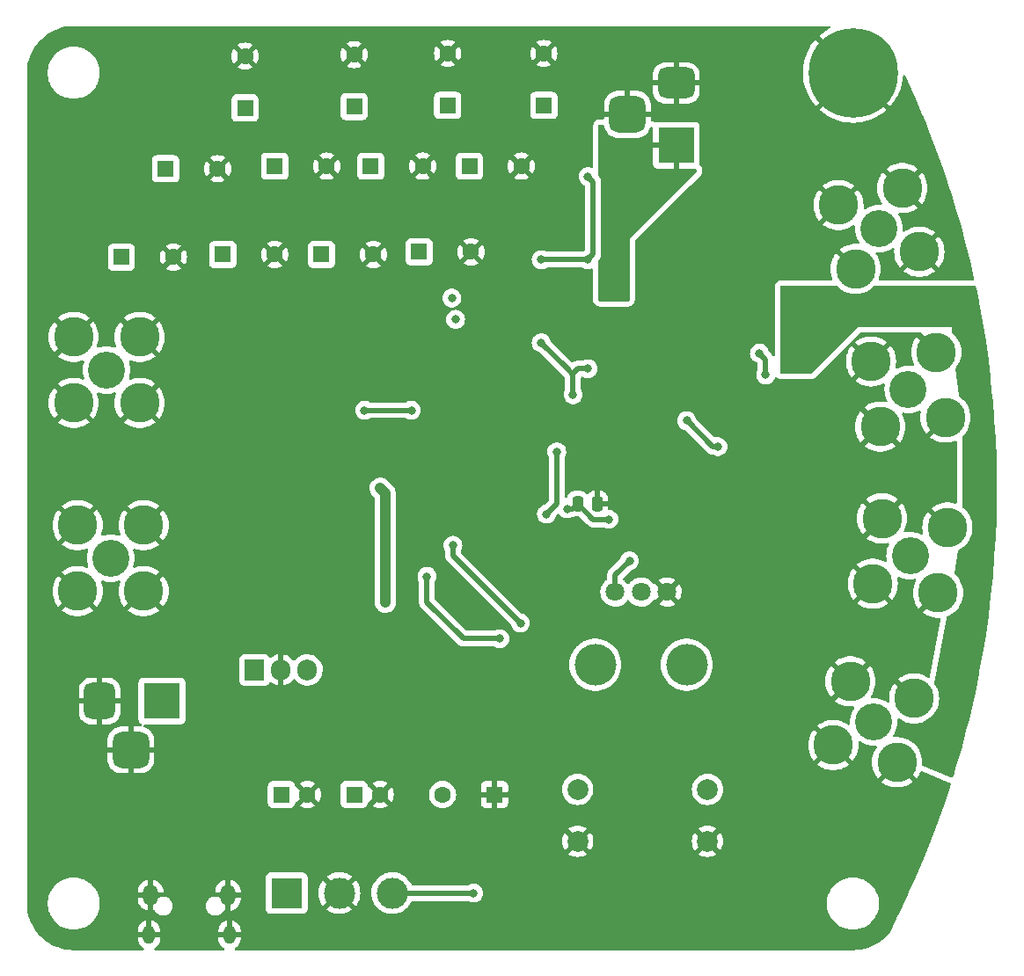
<source format=gbr>
%TF.GenerationSoftware,KiCad,Pcbnew,(6.0.0)*%
%TF.CreationDate,2022-08-23T12:36:08-04:00*%
%TF.ProjectId,Saturation_Tester,53617475-7261-4746-996f-6e5f54657374,rev?*%
%TF.SameCoordinates,Original*%
%TF.FileFunction,Copper,L2,Bot*%
%TF.FilePolarity,Positive*%
%FSLAX46Y46*%
G04 Gerber Fmt 4.6, Leading zero omitted, Abs format (unit mm)*
G04 Created by KiCad (PCBNEW (6.0.0)) date 2022-08-23 12:36:08*
%MOMM*%
%LPD*%
G01*
G04 APERTURE LIST*
G04 Aperture macros list*
%AMRoundRect*
0 Rectangle with rounded corners*
0 $1 Rounding radius*
0 $2 $3 $4 $5 $6 $7 $8 $9 X,Y pos of 4 corners*
0 Add a 4 corners polygon primitive as box body*
4,1,4,$2,$3,$4,$5,$6,$7,$8,$9,$2,$3,0*
0 Add four circle primitives for the rounded corners*
1,1,$1+$1,$2,$3*
1,1,$1+$1,$4,$5*
1,1,$1+$1,$6,$7*
1,1,$1+$1,$8,$9*
0 Add four rect primitives between the rounded corners*
20,1,$1+$1,$2,$3,$4,$5,0*
20,1,$1+$1,$4,$5,$6,$7,0*
20,1,$1+$1,$6,$7,$8,$9,0*
20,1,$1+$1,$8,$9,$2,$3,0*%
G04 Aperture macros list end*
%TA.AperFunction,ComponentPad*%
%ADD10C,3.556000*%
%TD*%
%TA.AperFunction,ComponentPad*%
%ADD11C,3.810000*%
%TD*%
%TA.AperFunction,ComponentPad*%
%ADD12R,1.600000X1.600000*%
%TD*%
%TA.AperFunction,ComponentPad*%
%ADD13C,1.600000*%
%TD*%
%TA.AperFunction,ComponentPad*%
%ADD14R,3.500000X3.500000*%
%TD*%
%TA.AperFunction,ComponentPad*%
%ADD15RoundRect,0.750000X-0.750000X-1.000000X0.750000X-1.000000X0.750000X1.000000X-0.750000X1.000000X0*%
%TD*%
%TA.AperFunction,ComponentPad*%
%ADD16RoundRect,0.875000X-0.875000X-0.875000X0.875000X-0.875000X0.875000X0.875000X-0.875000X0.875000X0*%
%TD*%
%TA.AperFunction,ComponentPad*%
%ADD17O,1.450000X2.000000*%
%TD*%
%TA.AperFunction,ComponentPad*%
%ADD18O,1.150000X1.800000*%
%TD*%
%TA.AperFunction,ComponentPad*%
%ADD19R,1.905000X2.000000*%
%TD*%
%TA.AperFunction,ComponentPad*%
%ADD20O,1.905000X2.000000*%
%TD*%
%TA.AperFunction,ComponentPad*%
%ADD21C,8.600000*%
%TD*%
%TA.AperFunction,ComponentPad*%
%ADD22R,3.000000X3.000000*%
%TD*%
%TA.AperFunction,ComponentPad*%
%ADD23C,3.000000*%
%TD*%
%TA.AperFunction,ComponentPad*%
%ADD24RoundRect,0.750000X-1.000000X0.750000X-1.000000X-0.750000X1.000000X-0.750000X1.000000X0.750000X0*%
%TD*%
%TA.AperFunction,ComponentPad*%
%ADD25RoundRect,0.875000X-0.875000X0.875000X-0.875000X-0.875000X0.875000X-0.875000X0.875000X0.875000X0*%
%TD*%
%TA.AperFunction,WasherPad*%
%ADD26C,4.000000*%
%TD*%
%TA.AperFunction,ComponentPad*%
%ADD27C,1.800000*%
%TD*%
%TA.AperFunction,ComponentPad*%
%ADD28C,2.000000*%
%TD*%
%TA.AperFunction,SMDPad,CuDef*%
%ADD29RoundRect,0.250000X-0.250000X-0.475000X0.250000X-0.475000X0.250000X0.475000X-0.250000X0.475000X0*%
%TD*%
%TA.AperFunction,ViaPad*%
%ADD30C,0.800000*%
%TD*%
%TA.AperFunction,Conductor*%
%ADD31C,0.500000*%
%TD*%
%TA.AperFunction,Conductor*%
%ADD32C,1.000000*%
%TD*%
G04 APERTURE END LIST*
D10*
%TO.P,J2,1,In*%
%TO.N,Net-(J2-Pad1)*%
X78175000Y-86125000D03*
D11*
%TO.P,J2,2,Ext*%
%TO.N,GND*%
X75000000Y-89300000D03*
X81350000Y-82950000D03*
X75000000Y-82950000D03*
X81350000Y-89300000D03*
%TD*%
D10*
%TO.P,J3,1,In*%
%TO.N,Net-(J3-Pad1)*%
X78560362Y-104250000D03*
D11*
%TO.P,J3,2,Ext*%
%TO.N,GND*%
X81735362Y-107425000D03*
X75385362Y-107425000D03*
X81735362Y-101075000D03*
X75385362Y-101075000D03*
%TD*%
D10*
%TO.P,J5,1,In*%
%TO.N,Net-(J5-Pad1)*%
X155500000Y-104000000D03*
D11*
%TO.P,J5,2,Ext*%
%TO.N,GND*%
X158202227Y-107585976D03*
X151914024Y-106702227D03*
X159085976Y-101297773D03*
X152797773Y-100414024D03*
%TD*%
D10*
%TO.P,J4,1,In*%
%TO.N,Net-(J4-Pad1)*%
X155325000Y-88000000D03*
D11*
%TO.P,J4,2,Ext*%
%TO.N,GND*%
X158027227Y-84414024D03*
X152622773Y-91585976D03*
X158910976Y-90702227D03*
X151739024Y-85297773D03*
%TD*%
D12*
%TO.P,C4,1*%
%TO.N,Net-(C4-Pad1)*%
X95000000Y-127000000D03*
D13*
%TO.P,C4,2*%
%TO.N,GND*%
X97500000Y-127000000D03*
%TD*%
D14*
%TO.P,J8,1*%
%TO.N,Net-(FB1-Pad2)*%
X83500000Y-118000000D03*
D15*
%TO.P,J8,2*%
%TO.N,GND*%
X77500000Y-118000000D03*
D16*
%TO.P,J8,3*%
X80500000Y-122700000D03*
%TD*%
D17*
%TO.P,J9,6,Shield*%
%TO.N,GND*%
X82400000Y-136700000D03*
D18*
X82250000Y-140500000D03*
X90000000Y-140500000D03*
D17*
X89850000Y-136700000D03*
%TD*%
D12*
%TO.P,C6,1*%
%TO.N,+5V*%
X102000000Y-127000000D03*
D13*
%TO.P,C6,2*%
%TO.N,GND*%
X104500000Y-127000000D03*
%TD*%
D19*
%TO.P,U5,1,IN*%
%TO.N,Net-(C4-Pad1)*%
X92420000Y-115000000D03*
D20*
%TO.P,U5,2,GND*%
%TO.N,GND*%
X94960000Y-115000000D03*
%TO.P,U5,3,OUT*%
%TO.N,+5V*%
X97500000Y-115000000D03*
%TD*%
D12*
%TO.P,C9,1*%
%TO.N,GND*%
X115500000Y-127000000D03*
D13*
%TO.P,C9,2*%
%TO.N,+5VP*%
X110500000Y-127000000D03*
%TD*%
D12*
%TO.P,C19,1*%
%TO.N,AltPower*%
X79597349Y-75250000D03*
D13*
%TO.P,C19,2*%
%TO.N,GND*%
X84597349Y-75250000D03*
%TD*%
D21*
%TO.P,H1,1,1*%
%TO.N,GND*%
X150000000Y-57500000D03*
%TD*%
D22*
%TO.P,J11,1,Pin_1*%
%TO.N,+5VP*%
X95500000Y-136500000D03*
D23*
%TO.P,J11,2,Pin_2*%
%TO.N,GND*%
X100580000Y-136500000D03*
%TO.P,J11,3,Pin_3*%
%TO.N,InputLogic*%
X105660000Y-136500000D03*
%TD*%
D14*
%TO.P,J6,1*%
%TO.N,AltPower*%
X133000000Y-64500000D03*
D24*
%TO.P,J6,2*%
%TO.N,GND*%
X133000000Y-58500000D03*
D25*
%TO.P,J6,3*%
X128300000Y-61500000D03*
%TD*%
D10*
%TO.P,J10,1,In*%
%TO.N,IOut*%
X152500000Y-72500000D03*
D11*
%TO.P,J10,2,Ext*%
%TO.N,GND*%
X148611435Y-70254936D03*
X150254936Y-76388565D03*
X154745064Y-68611435D03*
X156388565Y-74745064D03*
%TD*%
D10*
%TO.P,J7,1,In*%
%TO.N,RShunt+*%
X152000000Y-120000000D03*
D11*
%TO.P,J7,2,Ext*%
%TO.N,GND*%
X148111435Y-122245064D03*
X155888565Y-117754936D03*
X154245064Y-123888565D03*
X149754936Y-116111435D03*
%TD*%
D26*
%TO.P,RV1,*%
%TO.N,*%
X134000000Y-114500000D03*
X125200000Y-114500000D03*
D27*
%TO.P,RV1,1,1*%
%TO.N,+5VP*%
X127100000Y-107500000D03*
%TO.P,RV1,2,2*%
%TO.N,Net-(RV1-Pad2)*%
X129600000Y-107500000D03*
%TO.P,RV1,3,3*%
%TO.N,GND*%
X132100000Y-107500000D03*
%TD*%
D12*
%TO.P,C23,1*%
%TO.N,AltPower*%
X83847349Y-66750000D03*
D13*
%TO.P,C23,2*%
%TO.N,GND*%
X88847349Y-66750000D03*
%TD*%
D12*
%TO.P,C17,1*%
%TO.N,AltPower*%
X102000000Y-60750000D03*
D13*
%TO.P,C17,2*%
%TO.N,GND*%
X102000000Y-55750000D03*
%TD*%
D12*
%TO.P,C16,1*%
%TO.N,AltPower*%
X120250000Y-60652651D03*
D13*
%TO.P,C16,2*%
%TO.N,GND*%
X120250000Y-55652651D03*
%TD*%
D12*
%TO.P,C24,1*%
%TO.N,AltPower*%
X89347349Y-75000000D03*
D13*
%TO.P,C24,2*%
%TO.N,GND*%
X94347349Y-75000000D03*
%TD*%
D12*
%TO.P,C22,1*%
%TO.N,AltPower*%
X94347349Y-66500000D03*
D13*
%TO.P,C22,2*%
%TO.N,GND*%
X99347349Y-66500000D03*
%TD*%
D12*
%TO.P,C18,1*%
%TO.N,AltPower*%
X111000000Y-60652651D03*
D13*
%TO.P,C18,2*%
%TO.N,GND*%
X111000000Y-55652651D03*
%TD*%
D28*
%TO.P,SW1,1,1*%
%TO.N,Net-(R16-Pad1)*%
X136000000Y-126500000D03*
%TO.P,SW1,2,2*%
X123500000Y-126500000D03*
%TO.P,SW1,3,K*%
%TO.N,GND*%
X136000000Y-131500000D03*
%TO.P,SW1,4,A*%
X123500000Y-131500000D03*
%TD*%
D12*
%TO.P,C21,1*%
%TO.N,AltPower*%
X103597349Y-66500000D03*
D13*
%TO.P,C21,2*%
%TO.N,GND*%
X108597349Y-66500000D03*
%TD*%
D12*
%TO.P,C2,1*%
%TO.N,AltPower*%
X108250000Y-74750000D03*
D13*
%TO.P,C2,2*%
%TO.N,GND*%
X113250000Y-74750000D03*
%TD*%
D12*
%TO.P,C20,1*%
%TO.N,AltPower*%
X98847349Y-75000000D03*
D13*
%TO.P,C20,2*%
%TO.N,GND*%
X103847349Y-75000000D03*
%TD*%
D12*
%TO.P,C1,1*%
%TO.N,AltPower*%
X113097349Y-66500000D03*
D13*
%TO.P,C1,2*%
%TO.N,GND*%
X118097349Y-66500000D03*
%TD*%
D12*
%TO.P,C14,1*%
%TO.N,AltPower*%
X91500000Y-60902651D03*
D13*
%TO.P,C14,2*%
%TO.N,GND*%
X91500000Y-55902651D03*
%TD*%
D29*
%TO.P,C3,1*%
%TO.N,+5VP*%
X123500000Y-99000000D03*
%TO.P,C3,2*%
%TO.N,GND*%
X125400000Y-99000000D03*
%TD*%
D30*
%TO.N,+5VP*%
X123062500Y-88500000D03*
X124500000Y-86000000D03*
%TO.N,GND*%
X123507242Y-71960168D03*
%TO.N,+5VP*%
X124500000Y-67500000D03*
X124500000Y-75500000D03*
%TO.N,*%
X111400000Y-79200000D03*
%TO.N,GND*%
X82500000Y-61500000D03*
X82500000Y-58500000D03*
X78750000Y-65000000D03*
X112000000Y-116000000D03*
X105750000Y-116000000D03*
X105750000Y-121000000D03*
X94250000Y-85000000D03*
X85000000Y-84250000D03*
X90250000Y-85000000D03*
X71500000Y-62250000D03*
X71500000Y-64790000D03*
X71500000Y-67330000D03*
X71500000Y-69870000D03*
X71500000Y-72410000D03*
X71500000Y-74950000D03*
X71500000Y-77490000D03*
X71500000Y-80030000D03*
X71500000Y-82570000D03*
X71500000Y-85110000D03*
X71500000Y-87650000D03*
X71500000Y-90190000D03*
X71500000Y-92730000D03*
X71500000Y-95270000D03*
X71500000Y-97810000D03*
X71500000Y-100350000D03*
X71500000Y-102890000D03*
X71500000Y-105430000D03*
X71500000Y-107970000D03*
X71500000Y-110510000D03*
X71500000Y-113050000D03*
X71500000Y-115590000D03*
X71500000Y-118130000D03*
X71500000Y-120670000D03*
X71500000Y-123210000D03*
X71500000Y-125750000D03*
X71500000Y-128290000D03*
X71500000Y-130830000D03*
X71500000Y-133370000D03*
X71500000Y-135910000D03*
X104440000Y-53500000D03*
X81580000Y-53500000D03*
X89200000Y-53500000D03*
X91740000Y-53500000D03*
X106980000Y-53500000D03*
X101900000Y-53500000D03*
X84120000Y-53500000D03*
X99360000Y-53500000D03*
X109520000Y-53500000D03*
X112060000Y-53500000D03*
X86660000Y-53500000D03*
X96820000Y-53500000D03*
X79040000Y-53500000D03*
X94280000Y-53500000D03*
X114000000Y-115250000D03*
X107500000Y-132750000D03*
X107750000Y-126250000D03*
X147500000Y-108000000D03*
X98250000Y-83000000D03*
X111500000Y-65250000D03*
X91250000Y-64500000D03*
X155750000Y-62250000D03*
X159500000Y-73000000D03*
X160000000Y-76250000D03*
X157000000Y-94000000D03*
X157000000Y-99000000D03*
X157000000Y-111000000D03*
X156250000Y-114000000D03*
X157250000Y-127750000D03*
X124450000Y-53500000D03*
X93530000Y-141250000D03*
X116500000Y-121250000D03*
X102500000Y-85750000D03*
X134610000Y-53500000D03*
X93000000Y-109000000D03*
X87000000Y-101500000D03*
X71500000Y-129000000D03*
X122750000Y-106500000D03*
X142230000Y-53500000D03*
X130000000Y-95000000D03*
X126990000Y-53500000D03*
X130000000Y-89000000D03*
X115500000Y-104500000D03*
X88450000Y-141250000D03*
X111000000Y-95500000D03*
X101150000Y-141250000D03*
X88750000Y-88750000D03*
X107750000Y-113000000D03*
X98000000Y-89750000D03*
X132070000Y-53500000D03*
X129500000Y-83000000D03*
X132500000Y-92500000D03*
X97750000Y-104500000D03*
X90450000Y-127050000D03*
X107000000Y-105250000D03*
X139690000Y-53500000D03*
X114290000Y-53500000D03*
X121910000Y-53500000D03*
X110500000Y-107500000D03*
X119370000Y-53500000D03*
X100250000Y-105000000D03*
X129000000Y-84500000D03*
X109750000Y-85000000D03*
X87750000Y-135000000D03*
X129530000Y-53500000D03*
X116830000Y-53500000D03*
X114000000Y-101000000D03*
X80830000Y-141250000D03*
X111310000Y-141250000D03*
X144770000Y-53500000D03*
X108770000Y-141250000D03*
X93500000Y-104750000D03*
X118750000Y-78250000D03*
X102750000Y-108750000D03*
X78290000Y-141250000D03*
X118250000Y-85000000D03*
X127500000Y-90000000D03*
X92750000Y-88000000D03*
X117500000Y-81250000D03*
X87000000Y-106750000D03*
X135000000Y-89000000D03*
X108500000Y-104000000D03*
X84750000Y-88750000D03*
X98500000Y-98000000D03*
X98610000Y-141250000D03*
X85910000Y-141250000D03*
X138500000Y-92000000D03*
X103690000Y-141250000D03*
X96070000Y-141250000D03*
X106230000Y-141250000D03*
X137150000Y-53500000D03*
X135000000Y-95000000D03*
X129500000Y-81500000D03*
%TO.N,+5VP*%
X111749999Y-81250001D03*
X126500000Y-100500000D03*
X105000000Y-105000000D03*
X120000000Y-83500000D03*
X105000000Y-108500000D03*
X128500000Y-104500000D03*
X120000000Y-75500000D03*
X104500000Y-97500000D03*
X122500000Y-99500000D03*
%TO.N,AltPower*%
X127000000Y-76500000D03*
X127000000Y-78000000D03*
%TO.N,Net-(R22-Pad1)*%
X120500000Y-100000000D03*
X121499989Y-94000000D03*
%TO.N,Net-(R16-Pad1)*%
X118000000Y-110500000D03*
X111500000Y-103000000D03*
%TO.N,Net-(R18-Pad2)*%
X134000000Y-91000000D03*
X137000000Y-93500000D03*
X103000000Y-90000000D03*
X107500000Y-90000000D03*
%TO.N,RShunt-*%
X141600688Y-86600688D03*
X141000000Y-84500000D03*
%TO.N,InputLogic*%
X109000000Y-106000000D03*
X113500000Y-136500000D03*
X116000000Y-112000000D03*
%TO.N,RShunt+*%
X162000000Y-87500000D03*
X162500000Y-96500000D03*
X159000000Y-80000000D03*
X149500000Y-80500000D03*
X154500000Y-80000000D03*
X160000000Y-117500000D03*
X158500000Y-122000000D03*
X162500000Y-92000000D03*
X161000000Y-112500000D03*
X161500000Y-82500000D03*
X162000000Y-106000000D03*
X145000000Y-80000000D03*
X162500000Y-101000000D03*
X146500000Y-82500000D03*
X155000000Y-121000000D03*
%TD*%
D31*
%TO.N,+5VP*%
X124500000Y-86000000D02*
X123500000Y-86000000D01*
X123500000Y-86000000D02*
X123000000Y-86500000D01*
X123062500Y-86562500D02*
X123062500Y-88500000D01*
X122500000Y-86000000D02*
X123062500Y-86562500D01*
X122500000Y-86000000D02*
X120000000Y-83500000D01*
X125000000Y-68000000D02*
X124500000Y-67500000D01*
X125000000Y-75000000D02*
X125000000Y-68000000D01*
X124500000Y-75500000D02*
X125000000Y-75000000D01*
X124500000Y-75500000D02*
X120000000Y-75500000D01*
D32*
X105000000Y-108500000D02*
X105000000Y-105000000D01*
X104500000Y-97500000D02*
X105000000Y-98000000D01*
D31*
X127100000Y-105900000D02*
X128500000Y-104500000D01*
X126500000Y-100500000D02*
X125000000Y-100500000D01*
X123000000Y-99500000D02*
X123500000Y-99000000D01*
D32*
X105000000Y-98000000D02*
X105000000Y-105000000D01*
D31*
X127100000Y-107500000D02*
X127100000Y-105900000D01*
X122500000Y-99500000D02*
X123000000Y-99500000D01*
X125000000Y-100500000D02*
X123500000Y-99000000D01*
%TO.N,Net-(R22-Pad1)*%
X121500000Y-94000011D02*
X121499989Y-94000000D01*
X120500000Y-100000000D02*
X121500000Y-99000000D01*
X121500000Y-99000000D02*
X121500000Y-94000011D01*
%TO.N,Net-(R16-Pad1)*%
X111500000Y-104000000D02*
X111500000Y-103000000D01*
X118000000Y-110500000D02*
X111500000Y-104000000D01*
%TO.N,Net-(R18-Pad2)*%
X107500000Y-90000000D02*
X103000000Y-90000000D01*
X137000000Y-93500000D02*
X136500000Y-93500000D01*
X136500000Y-93500000D02*
X134000000Y-91000000D01*
%TO.N,RShunt-*%
X141600688Y-85100688D02*
X141000000Y-84500000D01*
X141600688Y-86600688D02*
X141600688Y-85100688D01*
%TO.N,InputLogic*%
X116000000Y-112000000D02*
X112500000Y-112000000D01*
X109000000Y-108500000D02*
X109000000Y-106000000D01*
X112500000Y-112000000D02*
X109000000Y-108500000D01*
X105660000Y-136500000D02*
X113500000Y-136500000D01*
%TD*%
%TA.AperFunction,Conductor*%
%TO.N,GND*%
G36*
X147763038Y-53028002D02*
G01*
X147809531Y-53081658D01*
X147819635Y-53151932D01*
X147790141Y-53216512D01*
X147757631Y-53243284D01*
X147423581Y-53434984D01*
X147418848Y-53437987D01*
X147072420Y-53680109D01*
X147067979Y-53683517D01*
X146796476Y-53911739D01*
X146788031Y-53924456D01*
X146794139Y-53934929D01*
X153562142Y-60702932D01*
X153575903Y-60710446D01*
X153585263Y-60703989D01*
X153754244Y-60511303D01*
X153757744Y-60506935D01*
X154007073Y-60165645D01*
X154010168Y-60160987D01*
X154228160Y-59798903D01*
X154230841Y-59793964D01*
X154415779Y-59413946D01*
X154418014Y-59408780D01*
X154568442Y-59013815D01*
X154570201Y-59008496D01*
X154684920Y-58601730D01*
X154686204Y-58596259D01*
X154764315Y-58180883D01*
X154765102Y-58175346D01*
X154798996Y-57826540D01*
X154825492Y-57760673D01*
X154883393Y-57719587D01*
X154954315Y-57716327D01*
X155015740Y-57751928D01*
X155038245Y-57784723D01*
X155079657Y-57872022D01*
X155201196Y-58128239D01*
X155202249Y-58130518D01*
X155398411Y-58566505D01*
X155976537Y-59851438D01*
X155977555Y-59853762D01*
X156492386Y-61062474D01*
X156677622Y-61497368D01*
X156717052Y-61589942D01*
X156718014Y-61592266D01*
X157126543Y-62607632D01*
X157422407Y-63342978D01*
X157423330Y-63345341D01*
X158092331Y-65109870D01*
X158093174Y-65112162D01*
X158332868Y-65784923D01*
X158726542Y-66889871D01*
X158727369Y-66892269D01*
X159116603Y-68058500D01*
X159302468Y-68615393D01*
X159324786Y-68682264D01*
X159325560Y-68684663D01*
X159398363Y-68918362D01*
X159886839Y-70486383D01*
X159887569Y-70488813D01*
X160412446Y-72301411D01*
X160413127Y-72303854D01*
X160901411Y-74126664D01*
X160902043Y-74129121D01*
X161045670Y-74712000D01*
X161353550Y-75961469D01*
X161354106Y-75963828D01*
X161650944Y-77282189D01*
X161663583Y-77338323D01*
X161659032Y-77409174D01*
X161616900Y-77466317D01*
X161550561Y-77491610D01*
X161540660Y-77492000D01*
X152601051Y-77492000D01*
X152532930Y-77471998D01*
X152486437Y-77418342D01*
X152476333Y-77348068D01*
X152487043Y-77312351D01*
X152501236Y-77282189D01*
X152504149Y-77274833D01*
X152595521Y-76993616D01*
X152597492Y-76985939D01*
X152652898Y-76695492D01*
X152653891Y-76687629D01*
X152657955Y-76623039D01*
X154875298Y-76623039D01*
X154884125Y-76634657D01*
X155089850Y-76784125D01*
X155096531Y-76788365D01*
X155355666Y-76930826D01*
X155362801Y-76934183D01*
X155637750Y-77043043D01*
X155645275Y-77045488D01*
X155931681Y-77119024D01*
X155939452Y-77120507D01*
X156232821Y-77157567D01*
X156240711Y-77158064D01*
X156536419Y-77158064D01*
X156544309Y-77157567D01*
X156837678Y-77120507D01*
X156845449Y-77119024D01*
X157131855Y-77045488D01*
X157139380Y-77043043D01*
X157414329Y-76934183D01*
X157421464Y-76930826D01*
X157680599Y-76788365D01*
X157687280Y-76784125D01*
X157893376Y-76634388D01*
X157901799Y-76623465D01*
X157894895Y-76610604D01*
X156401377Y-75117086D01*
X156387433Y-75109472D01*
X156385600Y-75109603D01*
X156378985Y-75113854D01*
X154881911Y-76610928D01*
X154875298Y-76623039D01*
X152657955Y-76623039D01*
X152672458Y-76392523D01*
X152672458Y-76384607D01*
X152653891Y-76089501D01*
X152652898Y-76081638D01*
X152597492Y-75791191D01*
X152595521Y-75783514D01*
X152504149Y-75502297D01*
X152501234Y-75494934D01*
X152375333Y-75227381D01*
X152371521Y-75220448D01*
X152214783Y-74973469D01*
X152195170Y-74905235D01*
X152215561Y-74837230D01*
X152269481Y-74791044D01*
X152329409Y-74780225D01*
X152500000Y-74791406D01*
X152504119Y-74791136D01*
X152794977Y-74772073D01*
X152794984Y-74772072D01*
X152799089Y-74771803D01*
X152803122Y-74771001D01*
X152803128Y-74771000D01*
X153089010Y-74714134D01*
X153089016Y-74714132D01*
X153093060Y-74713328D01*
X153096969Y-74712001D01*
X153096973Y-74712000D01*
X153372977Y-74618309D01*
X153372978Y-74618308D01*
X153376883Y-74616983D01*
X153556155Y-74528576D01*
X153641999Y-74486243D01*
X153642004Y-74486240D01*
X153645703Y-74484416D01*
X153790436Y-74387709D01*
X153858188Y-74366494D01*
X153926655Y-74385277D01*
X153974098Y-74438094D01*
X153986188Y-74500386D01*
X153971043Y-74741106D01*
X153971043Y-74749022D01*
X153989610Y-75044128D01*
X153990603Y-75051991D01*
X154046009Y-75342438D01*
X154047980Y-75350115D01*
X154139352Y-75631332D01*
X154142267Y-75638695D01*
X154268168Y-75906248D01*
X154271980Y-75913181D01*
X154430421Y-76162844D01*
X154435075Y-76169250D01*
X154500535Y-76248377D01*
X154513054Y-76256833D01*
X154523792Y-76250627D01*
X156028223Y-74746196D01*
X156752973Y-74746196D01*
X156753104Y-74748029D01*
X156757355Y-74754644D01*
X158252235Y-76249524D01*
X158265498Y-76256766D01*
X158275600Y-76249580D01*
X158342055Y-76169250D01*
X158346709Y-76162844D01*
X158505150Y-75913181D01*
X158508962Y-75906248D01*
X158634863Y-75638695D01*
X158637778Y-75631332D01*
X158729150Y-75350115D01*
X158731121Y-75342438D01*
X158786527Y-75051991D01*
X158787520Y-75044128D01*
X158806087Y-74749022D01*
X158806087Y-74741106D01*
X158787520Y-74446000D01*
X158786527Y-74438137D01*
X158731121Y-74147690D01*
X158729150Y-74140013D01*
X158637778Y-73858796D01*
X158634863Y-73851433D01*
X158508962Y-73583880D01*
X158505150Y-73576947D01*
X158346709Y-73327284D01*
X158342055Y-73320878D01*
X158276595Y-73241751D01*
X158264076Y-73233295D01*
X158253338Y-73239501D01*
X156760587Y-74732252D01*
X156752973Y-74746196D01*
X156028223Y-74746196D01*
X157895219Y-72879200D01*
X157901832Y-72867089D01*
X157893005Y-72855471D01*
X157687280Y-72706003D01*
X157680599Y-72701763D01*
X157421464Y-72559302D01*
X157414329Y-72555945D01*
X157139380Y-72447085D01*
X157131855Y-72444640D01*
X156845449Y-72371104D01*
X156837678Y-72369621D01*
X156544309Y-72332561D01*
X156536419Y-72332064D01*
X156240711Y-72332064D01*
X156232821Y-72332561D01*
X155939452Y-72369621D01*
X155931681Y-72371104D01*
X155645275Y-72444640D01*
X155637750Y-72447085D01*
X155362801Y-72555945D01*
X155355666Y-72559302D01*
X155096531Y-72701763D01*
X155089851Y-72706003D01*
X154979670Y-72786054D01*
X154912802Y-72809913D01*
X154843651Y-72793832D01*
X154794170Y-72742918D01*
X154779879Y-72675878D01*
X154791136Y-72504121D01*
X154791136Y-72504119D01*
X154791406Y-72500000D01*
X154778550Y-72303854D01*
X154772073Y-72205023D01*
X154772072Y-72205016D01*
X154771803Y-72200911D01*
X154713328Y-71906940D01*
X154616983Y-71623117D01*
X154484416Y-71354297D01*
X154387083Y-71208627D01*
X154365868Y-71140875D01*
X154384651Y-71072408D01*
X154437468Y-71024965D01*
X154507640Y-71013620D01*
X154589319Y-71023938D01*
X154597210Y-71024435D01*
X154892918Y-71024435D01*
X154900808Y-71023938D01*
X155194177Y-70986878D01*
X155201948Y-70985395D01*
X155488354Y-70911859D01*
X155495879Y-70909414D01*
X155770828Y-70800554D01*
X155777963Y-70797197D01*
X156037098Y-70654736D01*
X156043779Y-70650496D01*
X156249875Y-70500759D01*
X156258298Y-70489836D01*
X156251394Y-70476975D01*
X154386986Y-68612567D01*
X155109472Y-68612567D01*
X155109603Y-68614400D01*
X155113854Y-68621015D01*
X156608734Y-70115895D01*
X156621997Y-70123137D01*
X156632099Y-70115951D01*
X156698554Y-70035621D01*
X156703208Y-70029215D01*
X156861649Y-69779552D01*
X156865461Y-69772619D01*
X156991362Y-69505066D01*
X156994277Y-69497703D01*
X157085649Y-69216486D01*
X157087620Y-69208809D01*
X157143026Y-68918362D01*
X157144019Y-68910499D01*
X157162586Y-68615393D01*
X157162586Y-68607477D01*
X157144019Y-68312371D01*
X157143026Y-68304508D01*
X157087620Y-68014061D01*
X157085649Y-68006384D01*
X156994277Y-67725167D01*
X156991362Y-67717804D01*
X156865461Y-67450251D01*
X156861649Y-67443318D01*
X156703208Y-67193655D01*
X156698554Y-67187249D01*
X156633094Y-67108122D01*
X156620575Y-67099666D01*
X156609837Y-67105872D01*
X155117086Y-68598623D01*
X155109472Y-68612567D01*
X154386986Y-68612567D01*
X152881394Y-67106975D01*
X152868131Y-67099733D01*
X152858029Y-67106919D01*
X152791574Y-67187249D01*
X152786920Y-67193655D01*
X152628479Y-67443318D01*
X152624667Y-67450251D01*
X152498766Y-67717804D01*
X152495851Y-67725167D01*
X152404479Y-68006384D01*
X152402508Y-68014061D01*
X152347102Y-68304508D01*
X152346109Y-68312371D01*
X152327542Y-68607477D01*
X152327542Y-68615393D01*
X152346109Y-68910499D01*
X152347102Y-68918362D01*
X152402508Y-69208809D01*
X152404479Y-69216486D01*
X152495851Y-69497703D01*
X152498766Y-69505066D01*
X152624667Y-69772619D01*
X152628479Y-69779552D01*
X152785217Y-70026531D01*
X152804830Y-70094765D01*
X152784439Y-70162770D01*
X152730519Y-70208956D01*
X152670591Y-70219775D01*
X152500000Y-70208594D01*
X152495881Y-70208864D01*
X152205023Y-70227927D01*
X152205016Y-70227928D01*
X152200911Y-70228197D01*
X152196878Y-70228999D01*
X152196872Y-70229000D01*
X151910990Y-70285866D01*
X151910984Y-70285868D01*
X151906940Y-70286672D01*
X151903031Y-70287999D01*
X151903027Y-70288000D01*
X151627023Y-70381691D01*
X151623117Y-70383017D01*
X151495905Y-70445751D01*
X151358001Y-70513757D01*
X151357996Y-70513760D01*
X151354297Y-70515584D01*
X151209564Y-70612291D01*
X151141812Y-70633506D01*
X151073345Y-70614723D01*
X151025902Y-70561906D01*
X151013812Y-70499614D01*
X151028957Y-70258894D01*
X151028957Y-70250978D01*
X151010390Y-69955872D01*
X151009397Y-69948009D01*
X150953991Y-69657562D01*
X150952020Y-69649885D01*
X150860648Y-69368668D01*
X150857733Y-69361305D01*
X150731832Y-69093752D01*
X150728020Y-69086819D01*
X150569579Y-68837156D01*
X150564925Y-68830750D01*
X150499465Y-68751623D01*
X150486946Y-68743167D01*
X150476208Y-68749373D01*
X147104781Y-72120800D01*
X147098168Y-72132911D01*
X147106995Y-72144529D01*
X147312720Y-72293997D01*
X147319401Y-72298237D01*
X147578536Y-72440698D01*
X147585671Y-72444055D01*
X147860620Y-72552915D01*
X147868145Y-72555360D01*
X148154551Y-72628896D01*
X148162322Y-72630379D01*
X148455691Y-72667439D01*
X148463581Y-72667936D01*
X148759289Y-72667936D01*
X148767179Y-72667439D01*
X149060548Y-72630379D01*
X149068319Y-72628896D01*
X149354725Y-72555360D01*
X149362250Y-72552915D01*
X149637199Y-72444055D01*
X149644334Y-72440698D01*
X149903469Y-72298237D01*
X149910149Y-72293997D01*
X150020330Y-72213946D01*
X150087198Y-72190087D01*
X150156349Y-72206168D01*
X150205830Y-72257082D01*
X150220121Y-72324122D01*
X150219568Y-72332561D01*
X150208594Y-72500000D01*
X150208864Y-72504119D01*
X150227343Y-72786054D01*
X150228197Y-72799089D01*
X150286672Y-73093060D01*
X150383017Y-73376883D01*
X150417793Y-73447402D01*
X150483853Y-73581358D01*
X150515584Y-73645703D01*
X150558827Y-73710420D01*
X150612917Y-73791372D01*
X150634132Y-73859125D01*
X150615349Y-73927592D01*
X150562532Y-73975035D01*
X150492360Y-73986380D01*
X150410681Y-73976062D01*
X150402790Y-73975565D01*
X150107082Y-73975565D01*
X150099192Y-73976062D01*
X149805823Y-74013122D01*
X149798052Y-74014605D01*
X149511646Y-74088141D01*
X149504121Y-74090586D01*
X149229172Y-74199446D01*
X149222037Y-74202803D01*
X148962902Y-74345264D01*
X148956221Y-74349504D01*
X148750125Y-74499241D01*
X148741702Y-74510164D01*
X148748606Y-74523025D01*
X150525051Y-76299470D01*
X150559077Y-76361782D01*
X150554012Y-76432597D01*
X150525051Y-76477660D01*
X150344031Y-76658680D01*
X150281719Y-76692706D01*
X150210904Y-76687641D01*
X150165841Y-76658680D01*
X148391266Y-74884105D01*
X148378003Y-74876863D01*
X148367901Y-74884049D01*
X148301446Y-74964379D01*
X148296792Y-74970785D01*
X148138351Y-75220448D01*
X148134539Y-75227381D01*
X148008638Y-75494934D01*
X148005723Y-75502297D01*
X147914351Y-75783514D01*
X147912380Y-75791191D01*
X147856974Y-76081638D01*
X147855981Y-76089501D01*
X147837414Y-76384607D01*
X147837414Y-76392523D01*
X147855981Y-76687629D01*
X147856974Y-76695492D01*
X147912380Y-76985939D01*
X147914351Y-76993616D01*
X148005723Y-77274833D01*
X148008636Y-77282189D01*
X148022829Y-77312351D01*
X148033735Y-77382505D01*
X148004982Y-77447418D01*
X147945699Y-77486482D01*
X147908821Y-77492000D01*
X143126000Y-77492000D01*
X143018020Y-77503609D01*
X143014736Y-77504323D01*
X143014732Y-77504324D01*
X142989661Y-77509778D01*
X142965678Y-77514995D01*
X142862628Y-77549293D01*
X142740990Y-77627465D01*
X142687334Y-77673958D01*
X142592645Y-77783234D01*
X142532579Y-77914760D01*
X142512577Y-77982881D01*
X142511937Y-77987329D01*
X142511936Y-77987336D01*
X142492639Y-78121552D01*
X142492638Y-78121559D01*
X142492000Y-78126000D01*
X142492000Y-84654749D01*
X142471998Y-84722870D01*
X142418342Y-84769363D01*
X142348068Y-84779467D01*
X142283488Y-84749973D01*
X142260629Y-84723836D01*
X142243499Y-84697707D01*
X142241155Y-84693993D01*
X142240384Y-84692722D01*
X142203283Y-84631581D01*
X142195885Y-84623204D01*
X142195912Y-84623180D01*
X142193259Y-84620188D01*
X142190556Y-84616955D01*
X142186544Y-84610836D01*
X142130305Y-84557560D01*
X142127863Y-84555182D01*
X141920125Y-84347444D01*
X141889387Y-84297285D01*
X141849315Y-84173955D01*
X141834527Y-84128444D01*
X141739040Y-83963056D01*
X141718904Y-83940692D01*
X141615675Y-83826045D01*
X141615674Y-83826044D01*
X141611253Y-83821134D01*
X141456752Y-83708882D01*
X141450724Y-83706198D01*
X141450722Y-83706197D01*
X141288319Y-83633891D01*
X141288318Y-83633891D01*
X141282288Y-83631206D01*
X141188887Y-83611353D01*
X141101944Y-83592872D01*
X141101939Y-83592872D01*
X141095487Y-83591500D01*
X140904513Y-83591500D01*
X140898061Y-83592872D01*
X140898056Y-83592872D01*
X140811113Y-83611353D01*
X140717712Y-83631206D01*
X140711682Y-83633891D01*
X140711681Y-83633891D01*
X140549278Y-83706197D01*
X140549276Y-83706198D01*
X140543248Y-83708882D01*
X140388747Y-83821134D01*
X140384326Y-83826044D01*
X140384325Y-83826045D01*
X140281097Y-83940692D01*
X140260960Y-83963056D01*
X140165473Y-84128444D01*
X140106458Y-84310072D01*
X140105768Y-84316633D01*
X140105768Y-84316635D01*
X140091166Y-84455563D01*
X140086496Y-84500000D01*
X140087186Y-84506565D01*
X140102761Y-84654749D01*
X140106458Y-84689928D01*
X140165473Y-84871556D01*
X140260960Y-85036944D01*
X140265378Y-85041851D01*
X140265379Y-85041852D01*
X140334922Y-85119087D01*
X140388747Y-85178866D01*
X140484062Y-85248117D01*
X140530320Y-85281725D01*
X140543248Y-85291118D01*
X140549276Y-85293802D01*
X140549278Y-85293803D01*
X140711681Y-85366109D01*
X140717712Y-85368794D01*
X140740622Y-85373664D01*
X140742383Y-85374038D01*
X140804857Y-85407765D01*
X140839179Y-85469914D01*
X140842188Y-85497285D01*
X140842188Y-86063689D01*
X140825307Y-86126688D01*
X140766161Y-86229132D01*
X140707146Y-86410760D01*
X140706456Y-86417321D01*
X140706456Y-86417323D01*
X140698946Y-86488774D01*
X140687184Y-86600688D01*
X140687874Y-86607253D01*
X140706300Y-86782563D01*
X140707146Y-86790616D01*
X140766161Y-86972244D01*
X140769464Y-86977966D01*
X140769465Y-86977967D01*
X140775295Y-86988064D01*
X140861648Y-87137632D01*
X140866066Y-87142539D01*
X140866067Y-87142540D01*
X140985013Y-87274643D01*
X140989435Y-87279554D01*
X141143936Y-87391806D01*
X141149964Y-87394490D01*
X141149966Y-87394491D01*
X141312369Y-87466797D01*
X141318400Y-87469482D01*
X141400307Y-87486892D01*
X141498744Y-87507816D01*
X141498749Y-87507816D01*
X141505201Y-87509188D01*
X141696175Y-87509188D01*
X141702627Y-87507816D01*
X141702632Y-87507816D01*
X141801069Y-87486892D01*
X141882976Y-87469482D01*
X141889007Y-87466797D01*
X142051410Y-87394491D01*
X142051412Y-87394490D01*
X142057440Y-87391806D01*
X142211941Y-87279554D01*
X142216363Y-87274643D01*
X142335309Y-87142540D01*
X142335310Y-87142539D01*
X142339728Y-87137632D01*
X142426081Y-86988064D01*
X142431911Y-86977967D01*
X142431912Y-86977966D01*
X142435215Y-86972244D01*
X142466266Y-86876681D01*
X142469472Y-86866813D01*
X142509546Y-86808208D01*
X142574943Y-86780571D01*
X142644900Y-86792678D01*
X142673525Y-86813166D01*
X142673958Y-86812666D01*
X142783234Y-86907355D01*
X142914760Y-86967421D01*
X142931186Y-86972244D01*
X142978558Y-86986154D01*
X142978562Y-86986155D01*
X142982881Y-86987423D01*
X142987329Y-86988063D01*
X142987336Y-86988064D01*
X143121552Y-87007361D01*
X143121559Y-87007362D01*
X143126000Y-87008000D01*
X145947810Y-87008000D01*
X146002104Y-87005090D01*
X146003775Y-87004910D01*
X146003792Y-87004909D01*
X146027207Y-87002392D01*
X146027222Y-87002390D01*
X146028887Y-87002211D01*
X146050432Y-86998720D01*
X146076470Y-86994501D01*
X146076474Y-86994500D01*
X146082583Y-86993510D01*
X146152528Y-86967421D01*
X146213843Y-86944551D01*
X146213845Y-86944550D01*
X146218057Y-86942979D01*
X146249078Y-86926040D01*
X146276421Y-86911109D01*
X146276423Y-86911108D01*
X146280369Y-86908953D01*
X146323479Y-86876681D01*
X146392513Y-86825002D01*
X146392517Y-86824998D01*
X146396115Y-86822305D01*
X147916689Y-85301731D01*
X149321502Y-85301731D01*
X149340069Y-85596837D01*
X149341062Y-85604700D01*
X149396468Y-85895147D01*
X149398439Y-85902824D01*
X149489811Y-86184041D01*
X149492726Y-86191404D01*
X149618627Y-86458957D01*
X149622439Y-86465890D01*
X149780880Y-86715553D01*
X149785534Y-86721959D01*
X149850994Y-86801086D01*
X149863513Y-86809542D01*
X149874251Y-86803336D01*
X151367002Y-85310585D01*
X151374616Y-85296641D01*
X151374485Y-85294808D01*
X151370234Y-85288193D01*
X149875354Y-83793313D01*
X149862091Y-83786071D01*
X149851989Y-83793257D01*
X149785534Y-83873587D01*
X149780880Y-83879993D01*
X149622439Y-84129656D01*
X149618627Y-84136589D01*
X149492726Y-84404142D01*
X149489811Y-84411505D01*
X149398439Y-84692722D01*
X149396468Y-84700399D01*
X149341062Y-84990846D01*
X149340069Y-84998709D01*
X149321502Y-85293815D01*
X149321502Y-85301731D01*
X147916689Y-85301731D01*
X149799048Y-83419372D01*
X150225790Y-83419372D01*
X150232694Y-83432233D01*
X151726212Y-84925751D01*
X151740156Y-84933365D01*
X151741989Y-84933234D01*
X151748604Y-84928983D01*
X153245678Y-83431909D01*
X153252291Y-83419798D01*
X153243464Y-83408180D01*
X153037739Y-83258712D01*
X153031058Y-83254472D01*
X152771923Y-83112011D01*
X152764788Y-83108654D01*
X152489839Y-82999794D01*
X152482314Y-82997349D01*
X152195908Y-82923813D01*
X152188137Y-82922330D01*
X151894768Y-82885270D01*
X151886878Y-82884773D01*
X151591170Y-82884773D01*
X151583280Y-82885270D01*
X151289911Y-82922330D01*
X151282140Y-82923813D01*
X150995734Y-82997349D01*
X150988209Y-82999794D01*
X150713260Y-83108654D01*
X150706125Y-83112011D01*
X150446990Y-83254472D01*
X150440309Y-83258712D01*
X150234213Y-83408449D01*
X150225790Y-83419372D01*
X149799048Y-83419372D01*
X150673515Y-82544905D01*
X150735827Y-82510879D01*
X150762610Y-82508000D01*
X156428223Y-82508000D01*
X156496344Y-82528002D01*
X156517318Y-82544905D01*
X158297342Y-84324929D01*
X158331368Y-84387241D01*
X158326303Y-84458056D01*
X158297342Y-84503119D01*
X158116322Y-84684139D01*
X158054010Y-84718165D01*
X157983195Y-84713100D01*
X157938132Y-84684139D01*
X156163557Y-82909564D01*
X156150294Y-82902322D01*
X156140192Y-82909508D01*
X156073737Y-82989838D01*
X156069083Y-82996244D01*
X155910642Y-83245907D01*
X155906830Y-83252840D01*
X155780929Y-83520393D01*
X155778014Y-83527756D01*
X155686642Y-83808973D01*
X155684671Y-83816650D01*
X155629265Y-84107097D01*
X155628272Y-84114960D01*
X155609705Y-84410066D01*
X155609705Y-84417982D01*
X155628272Y-84713088D01*
X155629265Y-84720951D01*
X155684671Y-85011398D01*
X155686642Y-85019075D01*
X155778014Y-85300292D01*
X155780929Y-85307655D01*
X155908518Y-85578794D01*
X155907065Y-85579478D01*
X155920948Y-85642383D01*
X155896337Y-85708977D01*
X155839630Y-85751695D01*
X155770660Y-85757352D01*
X155628128Y-85729000D01*
X155628122Y-85728999D01*
X155624089Y-85728197D01*
X155619984Y-85727928D01*
X155619977Y-85727927D01*
X155346434Y-85709999D01*
X155325000Y-85708594D01*
X155303566Y-85709999D01*
X155030023Y-85727927D01*
X155030016Y-85727928D01*
X155025911Y-85728197D01*
X155021878Y-85728999D01*
X155021872Y-85729000D01*
X154735990Y-85785866D01*
X154735984Y-85785868D01*
X154731940Y-85786672D01*
X154728031Y-85787999D01*
X154728027Y-85788000D01*
X154452023Y-85881691D01*
X154448117Y-85883017D01*
X154343366Y-85934675D01*
X154272975Y-85969387D01*
X154203033Y-85981577D01*
X154137603Y-85954018D01*
X154097460Y-85895459D01*
X154093479Y-85832771D01*
X154136986Y-85604700D01*
X154137979Y-85596837D01*
X154156546Y-85301731D01*
X154156546Y-85293815D01*
X154137979Y-84998709D01*
X154136986Y-84990846D01*
X154081580Y-84700399D01*
X154079609Y-84692722D01*
X153988237Y-84411505D01*
X153985322Y-84404142D01*
X153859421Y-84136589D01*
X153855609Y-84129656D01*
X153697168Y-83879993D01*
X153692514Y-83873587D01*
X153627054Y-83794460D01*
X153614535Y-83786004D01*
X153603797Y-83792210D01*
X150232370Y-87163637D01*
X150225757Y-87175748D01*
X150234584Y-87187366D01*
X150440309Y-87336834D01*
X150446990Y-87341074D01*
X150706125Y-87483535D01*
X150713260Y-87486892D01*
X150988209Y-87595752D01*
X150995734Y-87598197D01*
X151282140Y-87671733D01*
X151289911Y-87673216D01*
X151583280Y-87710276D01*
X151591170Y-87710773D01*
X151886878Y-87710773D01*
X151894768Y-87710276D01*
X152188137Y-87673216D01*
X152195908Y-87671733D01*
X152482314Y-87598197D01*
X152489839Y-87595752D01*
X152764788Y-87486892D01*
X152771935Y-87483529D01*
X152899224Y-87413551D01*
X152968554Y-87398261D01*
X153035145Y-87422881D01*
X153077854Y-87479595D01*
X153083504Y-87548546D01*
X153073628Y-87598197D01*
X153053197Y-87700911D01*
X153052928Y-87705016D01*
X153052927Y-87705023D01*
X153037337Y-87942895D01*
X153033594Y-88000000D01*
X153033864Y-88004119D01*
X153052551Y-88289227D01*
X153053197Y-88299089D01*
X153053999Y-88303122D01*
X153054000Y-88303128D01*
X153108501Y-88577119D01*
X153111672Y-88593060D01*
X153112999Y-88596969D01*
X153113000Y-88596973D01*
X153178457Y-88789802D01*
X153208017Y-88876883D01*
X153294555Y-89052364D01*
X153306744Y-89122304D01*
X153279185Y-89187733D01*
X153220627Y-89227877D01*
X153150214Y-89230132D01*
X153079646Y-89212014D01*
X153071886Y-89210533D01*
X152778517Y-89173473D01*
X152770627Y-89172976D01*
X152474919Y-89172976D01*
X152467029Y-89173473D01*
X152173660Y-89210533D01*
X152165889Y-89212016D01*
X151879483Y-89285552D01*
X151871958Y-89287997D01*
X151597009Y-89396857D01*
X151589874Y-89400214D01*
X151330739Y-89542675D01*
X151324058Y-89546915D01*
X151117962Y-89696652D01*
X151109539Y-89707575D01*
X151116443Y-89720436D01*
X154486443Y-93090436D01*
X154499706Y-93097678D01*
X154509808Y-93090492D01*
X154576263Y-93010162D01*
X154580917Y-93003756D01*
X154739358Y-92754093D01*
X154743170Y-92747160D01*
X154869071Y-92479607D01*
X154871986Y-92472244D01*
X154963358Y-92191027D01*
X154965329Y-92183350D01*
X155020735Y-91892903D01*
X155021728Y-91885040D01*
X155040295Y-91589934D01*
X155040295Y-91582018D01*
X155021728Y-91286912D01*
X155020735Y-91279049D01*
X154965329Y-90988602D01*
X154963358Y-90980925D01*
X154871986Y-90699708D01*
X154869071Y-90692345D01*
X154741482Y-90421206D01*
X154742935Y-90420522D01*
X154729052Y-90357617D01*
X154753663Y-90291023D01*
X154810370Y-90248305D01*
X154879340Y-90242648D01*
X155021872Y-90271000D01*
X155021878Y-90271001D01*
X155025911Y-90271803D01*
X155030016Y-90272072D01*
X155030023Y-90272073D01*
X155303566Y-90290001D01*
X155319157Y-90291023D01*
X155320881Y-90291136D01*
X155325000Y-90291406D01*
X155329119Y-90291136D01*
X155330844Y-90291023D01*
X155346434Y-90290001D01*
X155619977Y-90272073D01*
X155619984Y-90272072D01*
X155624089Y-90271803D01*
X155628122Y-90271001D01*
X155628128Y-90271000D01*
X155914010Y-90214134D01*
X155914016Y-90214132D01*
X155918060Y-90213328D01*
X155921969Y-90212001D01*
X155921973Y-90212000D01*
X156197977Y-90118309D01*
X156197978Y-90118308D01*
X156201883Y-90116983D01*
X156377024Y-90030613D01*
X156446967Y-90018423D01*
X156512397Y-90045982D01*
X156552540Y-90104541D01*
X156556521Y-90167229D01*
X156513014Y-90395300D01*
X156512021Y-90403163D01*
X156493454Y-90698269D01*
X156493454Y-90706185D01*
X156512021Y-91001291D01*
X156513014Y-91009154D01*
X156568420Y-91299601D01*
X156570391Y-91307278D01*
X156661763Y-91588495D01*
X156664678Y-91595858D01*
X156790579Y-91863411D01*
X156794391Y-91870344D01*
X156952832Y-92120007D01*
X156957486Y-92126413D01*
X157022946Y-92205540D01*
X157035465Y-92213996D01*
X157046203Y-92207790D01*
X158821881Y-90432112D01*
X158884193Y-90398086D01*
X158955008Y-90403151D01*
X159000071Y-90432112D01*
X159181091Y-90613132D01*
X159215117Y-90675444D01*
X159210052Y-90746259D01*
X159181091Y-90791322D01*
X157404322Y-92568091D01*
X157397709Y-92580202D01*
X157406536Y-92591820D01*
X157612261Y-92741288D01*
X157618942Y-92745528D01*
X157878077Y-92887989D01*
X157885212Y-92891346D01*
X158160161Y-93000206D01*
X158167686Y-93002651D01*
X158454092Y-93076187D01*
X158461863Y-93077670D01*
X158755232Y-93114730D01*
X158763122Y-93115227D01*
X159058830Y-93115227D01*
X159066720Y-93114730D01*
X159360089Y-93077670D01*
X159367860Y-93076187D01*
X159654266Y-93002651D01*
X159661797Y-93000204D01*
X159819617Y-92937719D01*
X159890317Y-92931240D01*
X159953297Y-92964013D01*
X159988561Y-93025632D01*
X159992000Y-93054871D01*
X159992000Y-98876801D01*
X159971998Y-98944922D01*
X159918342Y-98991415D01*
X159848068Y-99001519D01*
X159833180Y-98998056D01*
X159833108Y-98998336D01*
X159542860Y-98923813D01*
X159535089Y-98922330D01*
X159241720Y-98885270D01*
X159233830Y-98884773D01*
X158938122Y-98884773D01*
X158930232Y-98885270D01*
X158636863Y-98922330D01*
X158629092Y-98923813D01*
X158342686Y-98997349D01*
X158335161Y-98999794D01*
X158060212Y-99108654D01*
X158053077Y-99112011D01*
X157793942Y-99254472D01*
X157787261Y-99258712D01*
X157581165Y-99408449D01*
X157572742Y-99419372D01*
X157579646Y-99432233D01*
X159356091Y-101208678D01*
X159390117Y-101270990D01*
X159385052Y-101341805D01*
X159356091Y-101386868D01*
X159175071Y-101567888D01*
X159112759Y-101601914D01*
X159041944Y-101596849D01*
X158996881Y-101567888D01*
X157222306Y-99793313D01*
X157209043Y-99786071D01*
X157198941Y-99793257D01*
X157132486Y-99873587D01*
X157127832Y-99879993D01*
X156969391Y-100129656D01*
X156965579Y-100136589D01*
X156839678Y-100404142D01*
X156836763Y-100411505D01*
X156745391Y-100692722D01*
X156743420Y-100700399D01*
X156688014Y-100990846D01*
X156687021Y-100998709D01*
X156668454Y-101293815D01*
X156668454Y-101301731D01*
X156687021Y-101596837D01*
X156688014Y-101604700D01*
X156731521Y-101832771D01*
X156724638Y-101903433D01*
X156680645Y-101959156D01*
X156613509Y-101982249D01*
X156552025Y-101969387D01*
X156446477Y-101917337D01*
X156376883Y-101883017D01*
X156244886Y-101838210D01*
X156096973Y-101788000D01*
X156096969Y-101787999D01*
X156093060Y-101786672D01*
X156089016Y-101785868D01*
X156089010Y-101785866D01*
X155803128Y-101729000D01*
X155803122Y-101728999D01*
X155799089Y-101728197D01*
X155794984Y-101727928D01*
X155794977Y-101727927D01*
X155504119Y-101708864D01*
X155500000Y-101708594D01*
X155495881Y-101708864D01*
X155205023Y-101727927D01*
X155205016Y-101727928D01*
X155200911Y-101728197D01*
X155196878Y-101728999D01*
X155196872Y-101729000D01*
X155054340Y-101757352D01*
X154983626Y-101751024D01*
X154927558Y-101707470D01*
X154903939Y-101640517D01*
X154917890Y-101579457D01*
X154916482Y-101578794D01*
X155044071Y-101307655D01*
X155046986Y-101300292D01*
X155138358Y-101019075D01*
X155140329Y-101011398D01*
X155195735Y-100720951D01*
X155196728Y-100713088D01*
X155215295Y-100417982D01*
X155215295Y-100410066D01*
X155196728Y-100114960D01*
X155195735Y-100107097D01*
X155140329Y-99816650D01*
X155138358Y-99808973D01*
X155046986Y-99527756D01*
X155044071Y-99520393D01*
X154918170Y-99252840D01*
X154914358Y-99245907D01*
X154755917Y-98996244D01*
X154751263Y-98989838D01*
X154685803Y-98910711D01*
X154673284Y-98902255D01*
X154662546Y-98908461D01*
X151291119Y-102279888D01*
X151284506Y-102291999D01*
X151293333Y-102303617D01*
X151499058Y-102453085D01*
X151505739Y-102457325D01*
X151764874Y-102599786D01*
X151772009Y-102603143D01*
X152046958Y-102712003D01*
X152054483Y-102714448D01*
X152340889Y-102787984D01*
X152348660Y-102789467D01*
X152642029Y-102826527D01*
X152649919Y-102827024D01*
X152945627Y-102827024D01*
X152953517Y-102826527D01*
X153246886Y-102789467D01*
X153254646Y-102787986D01*
X153325214Y-102769868D01*
X153396169Y-102772301D01*
X153454544Y-102812709D01*
X153481807Y-102878263D01*
X153469555Y-102947636D01*
X153383017Y-103123117D01*
X153381692Y-103127022D01*
X153381691Y-103127023D01*
X153296741Y-103377279D01*
X153286672Y-103406940D01*
X153285868Y-103410984D01*
X153285866Y-103410990D01*
X153231130Y-103686168D01*
X153228197Y-103700911D01*
X153227928Y-103705016D01*
X153227927Y-103705023D01*
X153220572Y-103817251D01*
X153208594Y-104000000D01*
X153208864Y-104004119D01*
X153227551Y-104289227D01*
X153228197Y-104299089D01*
X153229001Y-104303131D01*
X153258504Y-104451454D01*
X153252176Y-104522168D01*
X153208622Y-104578235D01*
X153141669Y-104601854D01*
X153074224Y-104586449D01*
X152946935Y-104516471D01*
X152939788Y-104513108D01*
X152664839Y-104404248D01*
X152657314Y-104401803D01*
X152370908Y-104328267D01*
X152363137Y-104326784D01*
X152069768Y-104289724D01*
X152061878Y-104289227D01*
X151766170Y-104289227D01*
X151758280Y-104289724D01*
X151464911Y-104326784D01*
X151457140Y-104328267D01*
X151170734Y-104401803D01*
X151163209Y-104404248D01*
X150888260Y-104513108D01*
X150881125Y-104516465D01*
X150621990Y-104658926D01*
X150615309Y-104663166D01*
X150409213Y-104812903D01*
X150400790Y-104823826D01*
X150407694Y-104836687D01*
X153777694Y-108206687D01*
X153790957Y-108213929D01*
X153801059Y-108206743D01*
X153867514Y-108126413D01*
X153872168Y-108120007D01*
X154030609Y-107870344D01*
X154034421Y-107863411D01*
X154160322Y-107595858D01*
X154163237Y-107588495D01*
X154254609Y-107307278D01*
X154256580Y-107299601D01*
X154311986Y-107009154D01*
X154312979Y-107001291D01*
X154331546Y-106706185D01*
X154331546Y-106698269D01*
X154312979Y-106403163D01*
X154311986Y-106395300D01*
X154268479Y-106167229D01*
X154275362Y-106096567D01*
X154319355Y-106040844D01*
X154386491Y-106017751D01*
X154447975Y-106030613D01*
X154468722Y-106040844D01*
X154623117Y-106116983D01*
X154627022Y-106118308D01*
X154627023Y-106118309D01*
X154903027Y-106212000D01*
X154903031Y-106212001D01*
X154906940Y-106213328D01*
X154910984Y-106214132D01*
X154910990Y-106214134D01*
X155196872Y-106271000D01*
X155196878Y-106271001D01*
X155200911Y-106271803D01*
X155205016Y-106272072D01*
X155205023Y-106272073D01*
X155495881Y-106291136D01*
X155500000Y-106291406D01*
X155504119Y-106291136D01*
X155794977Y-106272073D01*
X155794984Y-106272072D01*
X155799089Y-106271803D01*
X155803122Y-106271001D01*
X155803128Y-106271000D01*
X155945660Y-106242648D01*
X156016374Y-106248976D01*
X156072442Y-106292530D01*
X156096061Y-106359483D01*
X156082110Y-106420543D01*
X156083518Y-106421206D01*
X155955929Y-106692345D01*
X155953014Y-106699708D01*
X155861642Y-106980925D01*
X155859671Y-106988602D01*
X155804265Y-107279049D01*
X155803272Y-107286912D01*
X155784705Y-107582018D01*
X155784705Y-107589934D01*
X155803272Y-107885040D01*
X155804265Y-107892903D01*
X155859671Y-108183350D01*
X155861642Y-108191027D01*
X155953014Y-108472244D01*
X155955929Y-108479607D01*
X156081830Y-108747160D01*
X156085642Y-108754093D01*
X156244083Y-109003756D01*
X156248737Y-109010162D01*
X156314197Y-109089289D01*
X156326716Y-109097745D01*
X156337454Y-109091539D01*
X158113132Y-107315861D01*
X158175444Y-107281835D01*
X158246259Y-107286900D01*
X158291322Y-107315861D01*
X158472342Y-107496881D01*
X158506368Y-107559193D01*
X158501303Y-107630008D01*
X158472342Y-107675071D01*
X156695573Y-109451840D01*
X156688960Y-109463951D01*
X156697787Y-109475569D01*
X156903512Y-109625037D01*
X156910193Y-109629277D01*
X157169328Y-109771738D01*
X157176463Y-109775095D01*
X157451412Y-109883955D01*
X157458937Y-109886400D01*
X157745343Y-109959936D01*
X157753114Y-109961419D01*
X158046483Y-109998479D01*
X158054373Y-109998976D01*
X158331518Y-109998976D01*
X158399639Y-110018978D01*
X158446132Y-110072634D01*
X158455360Y-110148196D01*
X157944991Y-112870166D01*
X157438928Y-115569174D01*
X157421265Y-115663375D01*
X157389052Y-115726643D01*
X157327747Y-115762452D01*
X157256814Y-115759432D01*
X157223361Y-115742091D01*
X157187271Y-115715870D01*
X157180599Y-115711635D01*
X156921464Y-115569174D01*
X156914329Y-115565817D01*
X156639380Y-115456957D01*
X156631855Y-115454512D01*
X156345449Y-115380976D01*
X156337678Y-115379493D01*
X156044309Y-115342433D01*
X156036419Y-115341936D01*
X155740711Y-115341936D01*
X155732821Y-115342433D01*
X155439452Y-115379493D01*
X155431681Y-115380976D01*
X155145275Y-115454512D01*
X155137750Y-115456957D01*
X154862801Y-115565817D01*
X154855666Y-115569174D01*
X154596531Y-115711635D01*
X154589850Y-115715875D01*
X154383754Y-115865612D01*
X154375331Y-115876535D01*
X154382235Y-115889396D01*
X156158680Y-117665841D01*
X156192706Y-117728153D01*
X156187641Y-117798968D01*
X156158680Y-117844031D01*
X155977660Y-118025051D01*
X155915348Y-118059077D01*
X155844533Y-118054012D01*
X155799470Y-118025051D01*
X154024895Y-116250476D01*
X154011632Y-116243234D01*
X154001530Y-116250420D01*
X153935075Y-116330750D01*
X153930421Y-116337156D01*
X153771980Y-116586819D01*
X153768168Y-116593752D01*
X153642267Y-116861305D01*
X153639352Y-116868668D01*
X153547980Y-117149885D01*
X153546009Y-117157562D01*
X153490603Y-117448009D01*
X153489610Y-117455872D01*
X153471043Y-117750978D01*
X153471043Y-117758894D01*
X153486188Y-117999614D01*
X153470503Y-118068857D01*
X153419873Y-118118627D01*
X153350372Y-118133123D01*
X153290436Y-118112291D01*
X153145703Y-118015584D01*
X153142004Y-118013760D01*
X153141999Y-118013757D01*
X153004095Y-117945751D01*
X152876883Y-117883017D01*
X152872977Y-117881691D01*
X152596973Y-117788000D01*
X152596969Y-117787999D01*
X152593060Y-117786672D01*
X152589016Y-117785868D01*
X152589010Y-117785866D01*
X152303128Y-117729000D01*
X152303122Y-117728999D01*
X152299089Y-117728197D01*
X152294984Y-117727928D01*
X152294977Y-117727927D01*
X152004119Y-117708864D01*
X152000000Y-117708594D01*
X151829409Y-117719775D01*
X151760126Y-117704271D01*
X151710223Y-117653771D01*
X151695545Y-117584309D01*
X151714783Y-117526531D01*
X151871521Y-117279552D01*
X151875333Y-117272619D01*
X152001234Y-117005066D01*
X152004149Y-116997703D01*
X152095521Y-116716486D01*
X152097492Y-116708809D01*
X152152898Y-116418362D01*
X152153891Y-116410499D01*
X152172458Y-116115393D01*
X152172458Y-116107477D01*
X152153891Y-115812371D01*
X152152898Y-115804508D01*
X152097492Y-115514061D01*
X152095521Y-115506384D01*
X152004149Y-115225167D01*
X152001234Y-115217804D01*
X151875333Y-114950251D01*
X151871521Y-114943318D01*
X151713080Y-114693655D01*
X151708426Y-114687249D01*
X151642966Y-114608122D01*
X151630447Y-114599666D01*
X151619709Y-114605872D01*
X148248282Y-117977299D01*
X148241669Y-117989410D01*
X148250496Y-118001028D01*
X148456221Y-118150496D01*
X148462902Y-118154736D01*
X148722037Y-118297197D01*
X148729172Y-118300554D01*
X149004121Y-118409414D01*
X149011646Y-118411859D01*
X149298052Y-118485395D01*
X149305823Y-118486878D01*
X149599192Y-118523938D01*
X149607082Y-118524435D01*
X149902790Y-118524435D01*
X149910681Y-118523938D01*
X149992360Y-118513620D01*
X150062451Y-118524926D01*
X150115302Y-118572332D01*
X150134133Y-118640785D01*
X150112917Y-118708627D01*
X150015584Y-118854297D01*
X149883017Y-119123117D01*
X149881692Y-119127022D01*
X149881691Y-119127023D01*
X149848076Y-119226051D01*
X149786672Y-119406940D01*
X149785868Y-119410984D01*
X149785866Y-119410990D01*
X149742226Y-119630385D01*
X149728197Y-119700911D01*
X149727928Y-119705016D01*
X149727927Y-119705023D01*
X149720773Y-119814176D01*
X149708594Y-120000000D01*
X149708864Y-120004119D01*
X149708864Y-120004121D01*
X149720121Y-120175878D01*
X149704617Y-120245161D01*
X149654117Y-120295063D01*
X149584654Y-120309741D01*
X149520330Y-120286054D01*
X149410149Y-120206003D01*
X149403469Y-120201763D01*
X149144334Y-120059302D01*
X149137199Y-120055945D01*
X148862250Y-119947085D01*
X148854725Y-119944640D01*
X148568319Y-119871104D01*
X148560548Y-119869621D01*
X148267179Y-119832561D01*
X148259289Y-119832064D01*
X147963581Y-119832064D01*
X147955691Y-119832561D01*
X147662322Y-119869621D01*
X147654551Y-119871104D01*
X147368145Y-119944640D01*
X147360620Y-119947085D01*
X147085671Y-120055945D01*
X147078536Y-120059302D01*
X146819401Y-120201763D01*
X146812720Y-120206003D01*
X146606624Y-120355740D01*
X146598201Y-120366663D01*
X146605105Y-120379524D01*
X149975105Y-123749524D01*
X149988368Y-123756766D01*
X149998470Y-123749580D01*
X150064925Y-123669250D01*
X150069579Y-123662844D01*
X150228020Y-123413181D01*
X150231832Y-123406248D01*
X150357733Y-123138695D01*
X150360648Y-123131332D01*
X150452020Y-122850115D01*
X150453991Y-122842438D01*
X150509397Y-122551991D01*
X150510390Y-122544128D01*
X150528957Y-122249022D01*
X150528957Y-122241106D01*
X150513812Y-122000386D01*
X150529497Y-121931143D01*
X150580127Y-121881373D01*
X150649628Y-121866877D01*
X150709564Y-121887709D01*
X150854297Y-121984416D01*
X150857996Y-121986240D01*
X150858001Y-121986243D01*
X150995905Y-122054249D01*
X151123117Y-122116983D01*
X151127022Y-122118308D01*
X151127023Y-122118309D01*
X151403027Y-122212000D01*
X151403031Y-122212001D01*
X151406940Y-122213328D01*
X151410984Y-122214132D01*
X151410990Y-122214134D01*
X151696872Y-122271000D01*
X151696878Y-122271001D01*
X151700911Y-122271803D01*
X151705016Y-122272072D01*
X151705023Y-122272073D01*
X151995881Y-122291136D01*
X152000000Y-122291406D01*
X152170591Y-122280225D01*
X152239874Y-122295729D01*
X152289777Y-122346229D01*
X152304455Y-122415691D01*
X152285217Y-122473469D01*
X152128479Y-122720448D01*
X152124667Y-122727381D01*
X151998766Y-122994934D01*
X151995851Y-123002297D01*
X151904479Y-123283514D01*
X151902508Y-123291191D01*
X151847102Y-123581638D01*
X151846109Y-123589501D01*
X151827542Y-123884607D01*
X151827542Y-123892523D01*
X151846109Y-124187629D01*
X151847102Y-124195492D01*
X151902508Y-124485939D01*
X151904479Y-124493616D01*
X151995851Y-124774833D01*
X151998766Y-124782196D01*
X152124667Y-125049749D01*
X152128479Y-125056682D01*
X152286920Y-125306345D01*
X152291574Y-125312751D01*
X152357034Y-125391878D01*
X152369553Y-125400334D01*
X152380291Y-125394128D01*
X154155969Y-123618450D01*
X154218281Y-123584424D01*
X154289096Y-123589489D01*
X154334159Y-123618450D01*
X156108734Y-125393025D01*
X156121997Y-125400267D01*
X156132099Y-125393081D01*
X156198554Y-125312751D01*
X156203208Y-125306345D01*
X156361649Y-125056682D01*
X156365461Y-125049749D01*
X156471097Y-124825260D01*
X156518200Y-124772139D01*
X156586544Y-124752916D01*
X156632813Y-124762289D01*
X159028623Y-125742392D01*
X159278720Y-125844705D01*
X159278727Y-125844707D01*
X159282471Y-125846239D01*
X159324012Y-125857274D01*
X159330187Y-125858914D01*
X159390889Y-125895735D01*
X159422048Y-125959529D01*
X159418136Y-126018166D01*
X159325566Y-126315320D01*
X159324792Y-126317719D01*
X159314523Y-126348489D01*
X158727369Y-128107730D01*
X158726542Y-128110128D01*
X158654256Y-128313019D01*
X158093175Y-129887837D01*
X158092332Y-129890129D01*
X157810999Y-130632160D01*
X157423330Y-131654658D01*
X157422407Y-131657021D01*
X156718023Y-133407714D01*
X156717053Y-133410057D01*
X155977555Y-135146238D01*
X155976537Y-135148562D01*
X155498856Y-136210250D01*
X155204474Y-136864539D01*
X155202261Y-136869457D01*
X155201208Y-136871736D01*
X154425915Y-138506132D01*
X154392422Y-138576738D01*
X154391319Y-138579005D01*
X154106826Y-139148829D01*
X153576305Y-140211433D01*
X153561099Y-140234930D01*
X153357272Y-140484092D01*
X153350208Y-140492021D01*
X153094085Y-140756181D01*
X153086379Y-140763486D01*
X152808925Y-141005142D01*
X152800631Y-141011772D01*
X152503825Y-141229201D01*
X152495002Y-141235110D01*
X152180935Y-141426780D01*
X152171646Y-141431925D01*
X151842551Y-141596472D01*
X151832862Y-141600816D01*
X151491087Y-141737067D01*
X151481065Y-141740580D01*
X151129025Y-141847572D01*
X151118764Y-141850224D01*
X150758959Y-141927196D01*
X150748499Y-141928976D01*
X150383494Y-141975378D01*
X150372918Y-141976272D01*
X150278236Y-141980265D01*
X150043561Y-141990163D01*
X150018865Y-141988775D01*
X150015143Y-141988195D01*
X150015138Y-141988195D01*
X150006270Y-141986814D01*
X149997368Y-141987978D01*
X149997365Y-141987978D01*
X149978083Y-141990500D01*
X149974971Y-141990907D01*
X149974749Y-141990936D01*
X149958411Y-141992000D01*
X90622112Y-141992000D01*
X90553991Y-141971998D01*
X90507498Y-141918342D01*
X90497394Y-141848068D01*
X90526888Y-141783488D01*
X90549212Y-141763230D01*
X90705987Y-141652021D01*
X90715016Y-141644228D01*
X90849631Y-141503607D01*
X90857035Y-141494232D01*
X90962620Y-141330708D01*
X90968121Y-141320094D01*
X91040883Y-141139551D01*
X91044275Y-141128102D01*
X91081866Y-140935609D01*
X91082936Y-140926799D01*
X91083000Y-140924172D01*
X91083000Y-140772115D01*
X91078525Y-140756876D01*
X91077135Y-140755671D01*
X91069452Y-140754000D01*
X88935115Y-140754000D01*
X88919876Y-140758475D01*
X88918671Y-140759865D01*
X88917000Y-140767548D01*
X88917000Y-140873637D01*
X88917285Y-140879613D01*
X88931132Y-141024745D01*
X88933391Y-141036480D01*
X88988188Y-141223268D01*
X88992621Y-141234351D01*
X89081751Y-141407406D01*
X89088207Y-141417461D01*
X89208449Y-141570537D01*
X89216689Y-141579190D01*
X89363701Y-141706760D01*
X89373433Y-141713703D01*
X89448164Y-141756936D01*
X89497112Y-141808362D01*
X89510487Y-141878087D01*
X89484042Y-141943975D01*
X89426174Y-141985106D01*
X89385068Y-141992000D01*
X82872112Y-141992000D01*
X82803991Y-141971998D01*
X82757498Y-141918342D01*
X82747394Y-141848068D01*
X82776888Y-141783488D01*
X82799212Y-141763230D01*
X82955987Y-141652021D01*
X82965016Y-141644228D01*
X83099631Y-141503607D01*
X83107035Y-141494232D01*
X83212620Y-141330708D01*
X83218121Y-141320094D01*
X83290883Y-141139551D01*
X83294275Y-141128102D01*
X83331866Y-140935609D01*
X83332936Y-140926799D01*
X83333000Y-140924172D01*
X83333000Y-140772115D01*
X83328525Y-140756876D01*
X83327135Y-140755671D01*
X83319452Y-140754000D01*
X81185115Y-140754000D01*
X81169876Y-140758475D01*
X81168671Y-140759865D01*
X81167000Y-140767548D01*
X81167000Y-140873637D01*
X81167285Y-140879613D01*
X81181132Y-141024745D01*
X81183391Y-141036480D01*
X81238188Y-141223268D01*
X81242621Y-141234351D01*
X81331751Y-141407406D01*
X81338207Y-141417461D01*
X81458449Y-141570537D01*
X81466689Y-141579190D01*
X81613701Y-141706760D01*
X81623433Y-141713703D01*
X81698164Y-141756936D01*
X81747112Y-141808362D01*
X81760487Y-141878087D01*
X81734042Y-141943975D01*
X81676174Y-141985106D01*
X81635068Y-141992000D01*
X75049328Y-141992000D01*
X75029943Y-141990500D01*
X75015142Y-141988195D01*
X75015139Y-141988195D01*
X75006270Y-141986814D01*
X74985842Y-141989485D01*
X74964017Y-141990429D01*
X74613993Y-141975147D01*
X74603042Y-141974189D01*
X74225421Y-141924473D01*
X74214597Y-141922564D01*
X73842757Y-141840130D01*
X73832139Y-141837285D01*
X73468890Y-141722752D01*
X73458575Y-141718999D01*
X73106666Y-141573234D01*
X73096731Y-141568601D01*
X72758872Y-141392722D01*
X72749363Y-141387232D01*
X72428140Y-141182590D01*
X72419136Y-141176286D01*
X72116957Y-140944417D01*
X72108537Y-140937351D01*
X72106636Y-140935609D01*
X71827728Y-140680037D01*
X71819959Y-140672268D01*
X71654794Y-140492021D01*
X71562647Y-140391460D01*
X71555583Y-140383043D01*
X71436527Y-140227885D01*
X81167000Y-140227885D01*
X81171475Y-140243124D01*
X81172865Y-140244329D01*
X81180548Y-140246000D01*
X81977885Y-140246000D01*
X81993124Y-140241525D01*
X81994329Y-140240135D01*
X81996000Y-140232452D01*
X81996000Y-140227885D01*
X82504000Y-140227885D01*
X82508475Y-140243124D01*
X82509865Y-140244329D01*
X82517548Y-140246000D01*
X83314885Y-140246000D01*
X83330124Y-140241525D01*
X83331329Y-140240135D01*
X83333000Y-140232452D01*
X83333000Y-140227885D01*
X88917000Y-140227885D01*
X88921475Y-140243124D01*
X88922865Y-140244329D01*
X88930548Y-140246000D01*
X89727885Y-140246000D01*
X89743124Y-140241525D01*
X89744329Y-140240135D01*
X89746000Y-140232452D01*
X89746000Y-140227885D01*
X90254000Y-140227885D01*
X90258475Y-140243124D01*
X90259865Y-140244329D01*
X90267548Y-140246000D01*
X91064885Y-140246000D01*
X91080124Y-140241525D01*
X91081329Y-140240135D01*
X91083000Y-140232452D01*
X91083000Y-140126363D01*
X91082715Y-140120387D01*
X91068868Y-139975255D01*
X91066609Y-139963520D01*
X91011812Y-139776732D01*
X91007379Y-139765649D01*
X90918249Y-139592594D01*
X90911793Y-139582539D01*
X90791551Y-139429463D01*
X90783311Y-139420810D01*
X90636299Y-139293240D01*
X90626567Y-139286298D01*
X90458076Y-139188823D01*
X90447215Y-139183850D01*
X90266038Y-139120935D01*
X90257993Y-139122082D01*
X90254000Y-139135651D01*
X90254000Y-140227885D01*
X89746000Y-140227885D01*
X89746000Y-139140314D01*
X89742027Y-139126783D01*
X89732601Y-139125428D01*
X89651639Y-139144940D01*
X89640344Y-139148829D01*
X89463137Y-139229400D01*
X89452795Y-139235347D01*
X89294013Y-139347979D01*
X89284984Y-139355772D01*
X89150369Y-139496393D01*
X89142965Y-139505768D01*
X89037380Y-139669292D01*
X89031879Y-139679906D01*
X88959117Y-139860449D01*
X88955725Y-139871898D01*
X88918134Y-140064391D01*
X88917064Y-140073201D01*
X88917000Y-140075828D01*
X88917000Y-140227885D01*
X83333000Y-140227885D01*
X83333000Y-140126363D01*
X83332715Y-140120387D01*
X83318868Y-139975255D01*
X83316609Y-139963520D01*
X83261812Y-139776732D01*
X83257379Y-139765649D01*
X83168249Y-139592594D01*
X83161793Y-139582539D01*
X83041551Y-139429463D01*
X83033311Y-139420810D01*
X82886299Y-139293240D01*
X82876567Y-139286298D01*
X82708076Y-139188823D01*
X82697215Y-139183850D01*
X82516038Y-139120935D01*
X82507993Y-139122082D01*
X82504000Y-139135651D01*
X82504000Y-140227885D01*
X81996000Y-140227885D01*
X81996000Y-139140314D01*
X81992027Y-139126783D01*
X81982601Y-139125428D01*
X81901639Y-139144940D01*
X81890344Y-139148829D01*
X81713137Y-139229400D01*
X81702795Y-139235347D01*
X81544013Y-139347979D01*
X81534984Y-139355772D01*
X81400369Y-139496393D01*
X81392965Y-139505768D01*
X81287380Y-139669292D01*
X81281879Y-139679906D01*
X81209117Y-139860449D01*
X81205725Y-139871898D01*
X81168134Y-140064391D01*
X81167064Y-140073201D01*
X81167000Y-140075828D01*
X81167000Y-140227885D01*
X71436527Y-140227885D01*
X71323714Y-140080864D01*
X71317410Y-140071860D01*
X71112768Y-139750637D01*
X71107278Y-139741128D01*
X70931399Y-139403269D01*
X70926762Y-139393325D01*
X70911208Y-139355772D01*
X70781001Y-139041425D01*
X70777245Y-139031103D01*
X70720138Y-138849981D01*
X70662715Y-138667860D01*
X70659870Y-138657243D01*
X70577436Y-138285403D01*
X70575527Y-138274579D01*
X70525811Y-137896957D01*
X70524853Y-137886006D01*
X70517938Y-137727631D01*
X70514890Y-137657821D01*
X72491500Y-137657821D01*
X72531060Y-137970975D01*
X72609557Y-138276702D01*
X72611010Y-138280371D01*
X72611010Y-138280372D01*
X72702072Y-138510367D01*
X72725753Y-138570179D01*
X72877816Y-138846779D01*
X73063346Y-139102140D01*
X73279418Y-139332233D01*
X73282469Y-139334757D01*
X73282470Y-139334758D01*
X73307872Y-139355772D01*
X73522625Y-139533432D01*
X73789131Y-139702562D01*
X73792710Y-139704246D01*
X73792717Y-139704250D01*
X74071144Y-139835267D01*
X74071148Y-139835269D01*
X74074734Y-139836956D01*
X74374928Y-139934495D01*
X74684980Y-139993641D01*
X74921162Y-140008500D01*
X75078838Y-140008500D01*
X75315020Y-139993641D01*
X75625072Y-139934495D01*
X75925266Y-139836956D01*
X75928852Y-139835269D01*
X75928856Y-139835267D01*
X76207283Y-139704250D01*
X76207290Y-139704246D01*
X76210869Y-139702562D01*
X76477375Y-139533432D01*
X76692128Y-139355772D01*
X76717530Y-139334758D01*
X76717531Y-139334757D01*
X76720582Y-139332233D01*
X76936654Y-139102140D01*
X77122184Y-138846779D01*
X77274247Y-138570179D01*
X77297929Y-138510367D01*
X77388990Y-138280372D01*
X77388990Y-138280371D01*
X77390443Y-138276702D01*
X77468940Y-137970975D01*
X77508500Y-137657821D01*
X77508500Y-137342179D01*
X77468940Y-137029025D01*
X77468687Y-137028041D01*
X81167000Y-137028041D01*
X81167249Y-137033636D01*
X81181083Y-137188633D01*
X81183065Y-137199647D01*
X81238180Y-137401116D01*
X81242074Y-137411589D01*
X81332001Y-137600123D01*
X81337687Y-137609738D01*
X81459576Y-137779365D01*
X81466884Y-137787831D01*
X81616883Y-137933191D01*
X81625565Y-137940221D01*
X81798945Y-138056728D01*
X81808731Y-138062107D01*
X81999996Y-138146067D01*
X82010588Y-138149632D01*
X82128385Y-138177912D01*
X82142470Y-138177207D01*
X82146000Y-138168328D01*
X82146000Y-138168226D01*
X82654000Y-138168226D01*
X82658106Y-138182210D01*
X82665670Y-138183384D01*
X82705996Y-138170978D01*
X82776986Y-138170066D01*
X82837201Y-138207678D01*
X82852164Y-138228408D01*
X82882658Y-138281226D01*
X82882660Y-138281229D01*
X82885960Y-138286944D01*
X82890378Y-138291851D01*
X82890379Y-138291852D01*
X82975988Y-138386930D01*
X83013747Y-138428866D01*
X83080764Y-138477557D01*
X83119500Y-138505700D01*
X83168248Y-138541118D01*
X83174276Y-138543802D01*
X83174278Y-138543803D01*
X83253375Y-138579019D01*
X83342712Y-138618794D01*
X83436113Y-138638647D01*
X83523056Y-138657128D01*
X83523061Y-138657128D01*
X83529513Y-138658500D01*
X83720487Y-138658500D01*
X83726939Y-138657128D01*
X83726944Y-138657128D01*
X83813887Y-138638647D01*
X83907288Y-138618794D01*
X83996625Y-138579019D01*
X84075722Y-138543803D01*
X84075724Y-138543802D01*
X84081752Y-138541118D01*
X84130501Y-138505700D01*
X84169236Y-138477557D01*
X84236253Y-138428866D01*
X84274012Y-138386930D01*
X84359621Y-138291852D01*
X84359622Y-138291851D01*
X84364040Y-138286944D01*
X84432582Y-138168226D01*
X84456223Y-138127279D01*
X84456224Y-138127278D01*
X84459527Y-138121556D01*
X84518542Y-137939928D01*
X84523059Y-137896957D01*
X84537814Y-137756565D01*
X84538504Y-137750000D01*
X87711496Y-137750000D01*
X87712186Y-137756565D01*
X87726942Y-137896957D01*
X87731458Y-137939928D01*
X87790473Y-138121556D01*
X87793776Y-138127278D01*
X87793777Y-138127279D01*
X87817418Y-138168226D01*
X87885960Y-138286944D01*
X87890378Y-138291851D01*
X87890379Y-138291852D01*
X87975988Y-138386930D01*
X88013747Y-138428866D01*
X88080764Y-138477557D01*
X88119500Y-138505700D01*
X88168248Y-138541118D01*
X88174276Y-138543802D01*
X88174278Y-138543803D01*
X88253375Y-138579019D01*
X88342712Y-138618794D01*
X88436113Y-138638647D01*
X88523056Y-138657128D01*
X88523061Y-138657128D01*
X88529513Y-138658500D01*
X88720487Y-138658500D01*
X88726939Y-138657128D01*
X88726944Y-138657128D01*
X88813887Y-138638647D01*
X88907288Y-138618794D01*
X88996625Y-138579019D01*
X89075722Y-138543803D01*
X89075724Y-138543802D01*
X89081752Y-138541118D01*
X89130501Y-138505700D01*
X89169236Y-138477557D01*
X89236253Y-138428866D01*
X89274012Y-138386930D01*
X89359621Y-138291852D01*
X89359622Y-138291851D01*
X89364040Y-138286944D01*
X89398377Y-138227471D01*
X89449759Y-138178479D01*
X89519473Y-138165044D01*
X89536910Y-138167955D01*
X89578382Y-138177912D01*
X89592470Y-138177207D01*
X89596000Y-138168328D01*
X89596000Y-138168226D01*
X90104000Y-138168226D01*
X90108106Y-138182210D01*
X90115670Y-138183384D01*
X90312400Y-138122862D01*
X90322744Y-138118641D01*
X90459348Y-138048134D01*
X93491500Y-138048134D01*
X93498255Y-138110316D01*
X93549385Y-138246705D01*
X93636739Y-138363261D01*
X93753295Y-138450615D01*
X93889684Y-138501745D01*
X93951866Y-138508500D01*
X97048134Y-138508500D01*
X97110316Y-138501745D01*
X97246705Y-138450615D01*
X97363261Y-138363261D01*
X97450615Y-138246705D01*
X97501745Y-138110316D01*
X97503990Y-138089654D01*
X99355618Y-138089654D01*
X99362673Y-138099627D01*
X99393679Y-138125551D01*
X99400598Y-138130579D01*
X99625272Y-138271515D01*
X99632807Y-138275556D01*
X99874520Y-138384694D01*
X99882551Y-138387680D01*
X100136832Y-138463002D01*
X100145184Y-138464869D01*
X100407340Y-138504984D01*
X100415874Y-138505700D01*
X100681045Y-138509867D01*
X100689596Y-138509418D01*
X100952883Y-138477557D01*
X100961284Y-138475955D01*
X101217824Y-138408653D01*
X101225926Y-138405926D01*
X101470949Y-138304434D01*
X101478617Y-138300628D01*
X101707598Y-138166822D01*
X101714679Y-138162009D01*
X101794655Y-138099301D01*
X101803125Y-138087442D01*
X101796608Y-138075818D01*
X100592812Y-136872022D01*
X100578868Y-136864408D01*
X100577035Y-136864539D01*
X100570420Y-136868790D01*
X99362910Y-138076300D01*
X99355618Y-138089654D01*
X97503990Y-138089654D01*
X97508500Y-138048134D01*
X97508500Y-136483204D01*
X98567665Y-136483204D01*
X98582932Y-136747969D01*
X98584005Y-136756470D01*
X98635065Y-137016722D01*
X98637276Y-137024974D01*
X98723184Y-137275894D01*
X98726499Y-137283779D01*
X98845664Y-137520713D01*
X98850020Y-137528079D01*
X98979347Y-137716250D01*
X98989601Y-137724594D01*
X99003342Y-137717448D01*
X100207978Y-136512812D01*
X100214356Y-136501132D01*
X100944408Y-136501132D01*
X100944539Y-136502965D01*
X100948790Y-136509580D01*
X102155730Y-137716520D01*
X102167939Y-137723187D01*
X102179439Y-137714497D01*
X102276831Y-137581913D01*
X102281418Y-137574685D01*
X102407962Y-137341621D01*
X102411530Y-137333827D01*
X102505271Y-137085750D01*
X102507748Y-137077544D01*
X102566954Y-136819038D01*
X102568294Y-136810577D01*
X102592031Y-136544616D01*
X102592277Y-136539677D01*
X102592666Y-136502485D01*
X102592523Y-136497519D01*
X102591255Y-136478918D01*
X103646917Y-136478918D01*
X103662682Y-136752320D01*
X103663507Y-136756525D01*
X103663508Y-136756533D01*
X103686075Y-136871556D01*
X103715405Y-137021053D01*
X103716792Y-137025103D01*
X103716793Y-137025108D01*
X103802657Y-137275894D01*
X103804112Y-137280144D01*
X103864954Y-137401116D01*
X103923410Y-137517342D01*
X103927160Y-137524799D01*
X103929586Y-137528328D01*
X103929589Y-137528334D01*
X104058741Y-137716250D01*
X104082274Y-137750490D01*
X104085161Y-137753663D01*
X104085162Y-137753664D01*
X104205583Y-137886006D01*
X104266582Y-137953043D01*
X104269877Y-137955798D01*
X104269878Y-137955799D01*
X104292615Y-137974810D01*
X104476675Y-138128707D01*
X104480316Y-138130991D01*
X104705024Y-138271951D01*
X104705028Y-138271953D01*
X104708664Y-138274234D01*
X104776544Y-138304883D01*
X104954345Y-138385164D01*
X104954349Y-138385166D01*
X104958257Y-138386930D01*
X104962377Y-138388150D01*
X104962376Y-138388150D01*
X105216723Y-138463491D01*
X105216727Y-138463492D01*
X105220836Y-138464709D01*
X105225070Y-138465357D01*
X105225075Y-138465358D01*
X105487298Y-138505483D01*
X105487300Y-138505483D01*
X105491540Y-138506132D01*
X105630912Y-138508322D01*
X105761071Y-138510367D01*
X105761077Y-138510367D01*
X105765362Y-138510434D01*
X106037235Y-138477534D01*
X106302127Y-138408041D01*
X106306087Y-138406401D01*
X106306092Y-138406399D01*
X106428631Y-138355641D01*
X106555136Y-138303241D01*
X106762256Y-138182210D01*
X106787879Y-138167237D01*
X106787880Y-138167236D01*
X106791582Y-138165073D01*
X107007089Y-137996094D01*
X107035246Y-137967039D01*
X107194686Y-137802509D01*
X107197669Y-137799431D01*
X107200202Y-137795983D01*
X107200206Y-137795978D01*
X107301692Y-137657821D01*
X147491500Y-137657821D01*
X147531060Y-137970975D01*
X147609557Y-138276702D01*
X147611010Y-138280371D01*
X147611010Y-138280372D01*
X147702072Y-138510367D01*
X147725753Y-138570179D01*
X147877816Y-138846779D01*
X148063346Y-139102140D01*
X148279418Y-139332233D01*
X148282469Y-139334757D01*
X148282470Y-139334758D01*
X148307872Y-139355772D01*
X148522625Y-139533432D01*
X148789131Y-139702562D01*
X148792710Y-139704246D01*
X148792717Y-139704250D01*
X149071144Y-139835267D01*
X149071148Y-139835269D01*
X149074734Y-139836956D01*
X149374928Y-139934495D01*
X149684980Y-139993641D01*
X149921162Y-140008500D01*
X150078838Y-140008500D01*
X150315020Y-139993641D01*
X150625072Y-139934495D01*
X150925266Y-139836956D01*
X150928852Y-139835269D01*
X150928856Y-139835267D01*
X151207283Y-139704250D01*
X151207290Y-139704246D01*
X151210869Y-139702562D01*
X151477375Y-139533432D01*
X151692128Y-139355772D01*
X151717530Y-139334758D01*
X151717531Y-139334757D01*
X151720582Y-139332233D01*
X151936654Y-139102140D01*
X152122184Y-138846779D01*
X152274247Y-138570179D01*
X152297929Y-138510367D01*
X152388990Y-138280372D01*
X152388990Y-138280371D01*
X152390443Y-138276702D01*
X152468940Y-137970975D01*
X152508500Y-137657821D01*
X152508500Y-137342179D01*
X152468940Y-137029025D01*
X152390443Y-136723298D01*
X152388990Y-136719628D01*
X152275702Y-136433495D01*
X152275700Y-136433490D01*
X152274247Y-136429821D01*
X152195907Y-136287322D01*
X152124093Y-136156693D01*
X152124091Y-136156690D01*
X152122184Y-136153221D01*
X151963235Y-135934446D01*
X151938982Y-135901064D01*
X151938981Y-135901062D01*
X151936654Y-135897860D01*
X151737136Y-135685395D01*
X151723297Y-135670658D01*
X151723296Y-135670657D01*
X151720582Y-135667767D01*
X151676388Y-135631206D01*
X151480427Y-135469093D01*
X151477375Y-135466568D01*
X151210869Y-135297438D01*
X151207290Y-135295754D01*
X151207283Y-135295750D01*
X150928856Y-135164733D01*
X150928852Y-135164731D01*
X150925266Y-135163044D01*
X150873543Y-135146238D01*
X150628848Y-135066732D01*
X150628850Y-135066732D01*
X150625072Y-135065505D01*
X150315020Y-135006359D01*
X150078838Y-134991500D01*
X149921162Y-134991500D01*
X149684980Y-135006359D01*
X149374928Y-135065505D01*
X149371150Y-135066732D01*
X149371152Y-135066732D01*
X149126458Y-135146238D01*
X149074734Y-135163044D01*
X149071148Y-135164731D01*
X149071144Y-135164733D01*
X148792717Y-135295750D01*
X148792710Y-135295754D01*
X148789131Y-135297438D01*
X148522625Y-135466568D01*
X148519573Y-135469093D01*
X148323613Y-135631206D01*
X148279418Y-135667767D01*
X148276704Y-135670657D01*
X148276703Y-135670658D01*
X148262864Y-135685395D01*
X148063346Y-135897860D01*
X148061019Y-135901062D01*
X148061018Y-135901064D01*
X148036765Y-135934446D01*
X147877816Y-136153221D01*
X147875909Y-136156690D01*
X147875907Y-136156693D01*
X147804093Y-136287322D01*
X147725753Y-136429821D01*
X147724300Y-136433490D01*
X147724298Y-136433495D01*
X147611010Y-136719628D01*
X147609557Y-136723298D01*
X147531060Y-137029025D01*
X147491500Y-137342179D01*
X147491500Y-137657821D01*
X107301692Y-137657821D01*
X107357257Y-137582178D01*
X107359795Y-137578723D01*
X107361841Y-137574955D01*
X107488420Y-137341827D01*
X107488423Y-137341820D01*
X107490468Y-137338054D01*
X107491986Y-137334037D01*
X107492895Y-137332051D01*
X107539438Y-137278439D01*
X107607460Y-137258500D01*
X112957413Y-137258500D01*
X113031472Y-137282563D01*
X113037902Y-137287235D01*
X113037909Y-137287239D01*
X113043248Y-137291118D01*
X113049276Y-137293802D01*
X113049278Y-137293803D01*
X113211681Y-137366109D01*
X113217712Y-137368794D01*
X113292680Y-137384729D01*
X113398056Y-137407128D01*
X113398061Y-137407128D01*
X113404513Y-137408500D01*
X113595487Y-137408500D01*
X113601939Y-137407128D01*
X113601944Y-137407128D01*
X113707320Y-137384729D01*
X113782288Y-137368794D01*
X113788319Y-137366109D01*
X113950722Y-137293803D01*
X113950724Y-137293802D01*
X113956752Y-137291118D01*
X113962097Y-137287235D01*
X114012157Y-137250864D01*
X114111253Y-137178866D01*
X114202484Y-137077544D01*
X114234621Y-137041852D01*
X114234622Y-137041851D01*
X114239040Y-137036944D01*
X114327405Y-136883892D01*
X114331223Y-136877279D01*
X114331224Y-136877278D01*
X114334527Y-136871556D01*
X114393542Y-136689928D01*
X114413504Y-136500000D01*
X114406128Y-136429821D01*
X114394232Y-136316635D01*
X114394232Y-136316633D01*
X114393542Y-136310072D01*
X114334527Y-136128444D01*
X114239040Y-135963056D01*
X114231525Y-135954709D01*
X114115675Y-135826045D01*
X114115674Y-135826044D01*
X114111253Y-135821134D01*
X114001647Y-135741500D01*
X113962094Y-135712763D01*
X113962093Y-135712762D01*
X113956752Y-135708882D01*
X113950724Y-135706198D01*
X113950722Y-135706197D01*
X113788319Y-135633891D01*
X113788318Y-135633891D01*
X113782288Y-135631206D01*
X113688888Y-135611353D01*
X113601944Y-135592872D01*
X113601939Y-135592872D01*
X113595487Y-135591500D01*
X113404513Y-135591500D01*
X113398061Y-135592872D01*
X113398056Y-135592872D01*
X113311112Y-135611353D01*
X113217712Y-135631206D01*
X113211682Y-135633891D01*
X113211681Y-135633891D01*
X113049278Y-135706197D01*
X113049276Y-135706198D01*
X113043248Y-135708882D01*
X113037909Y-135712761D01*
X113037902Y-135712765D01*
X113031472Y-135717437D01*
X112957413Y-135741500D01*
X107605557Y-135741500D01*
X107537436Y-135721498D01*
X107493591Y-135673290D01*
X107383978Y-135460919D01*
X107383978Y-135460918D01*
X107382013Y-135457112D01*
X107372040Y-135442921D01*
X107271285Y-135299562D01*
X107224545Y-135233057D01*
X107143868Y-135146238D01*
X107041046Y-135035588D01*
X107041043Y-135035585D01*
X107038125Y-135032445D01*
X107034810Y-135029731D01*
X107034806Y-135029728D01*
X106873304Y-134897540D01*
X106826205Y-134858990D01*
X106592704Y-134715901D01*
X106588768Y-134714173D01*
X106345873Y-134607549D01*
X106345869Y-134607548D01*
X106341945Y-134605825D01*
X106078566Y-134530800D01*
X106074324Y-134530196D01*
X106074318Y-134530195D01*
X105869387Y-134501029D01*
X105807443Y-134492213D01*
X105663589Y-134491460D01*
X105537877Y-134490802D01*
X105537871Y-134490802D01*
X105533591Y-134490780D01*
X105529347Y-134491339D01*
X105529343Y-134491339D01*
X105455741Y-134501029D01*
X105262078Y-134526525D01*
X105257938Y-134527658D01*
X105257936Y-134527658D01*
X105190037Y-134546233D01*
X104997928Y-134598788D01*
X104993980Y-134600472D01*
X104749982Y-134704546D01*
X104749978Y-134704548D01*
X104746030Y-134706232D01*
X104726125Y-134718145D01*
X104514725Y-134844664D01*
X104514721Y-134844667D01*
X104511043Y-134846868D01*
X104297318Y-135018094D01*
X104185964Y-135135436D01*
X104159766Y-135163044D01*
X104108808Y-135216742D01*
X103949002Y-135439136D01*
X103820857Y-135681161D01*
X103819385Y-135685184D01*
X103819383Y-135685188D01*
X103740383Y-135901064D01*
X103726743Y-135938337D01*
X103668404Y-136205907D01*
X103646917Y-136478918D01*
X102591255Y-136478918D01*
X102574362Y-136231123D01*
X102573201Y-136222649D01*
X102519419Y-135962944D01*
X102517120Y-135954709D01*
X102428588Y-135704705D01*
X102425191Y-135696854D01*
X102303550Y-135461178D01*
X102299122Y-135453866D01*
X102180031Y-135284417D01*
X102169509Y-135276037D01*
X102156121Y-135283089D01*
X100952022Y-136487188D01*
X100944408Y-136501132D01*
X100214356Y-136501132D01*
X100215592Y-136498868D01*
X100215461Y-136497035D01*
X100211210Y-136490420D01*
X99003814Y-135283024D01*
X98991804Y-135276466D01*
X98980064Y-135285434D01*
X98871935Y-135435911D01*
X98867418Y-135443196D01*
X98743325Y-135677567D01*
X98739839Y-135685395D01*
X98648700Y-135934446D01*
X98646311Y-135942670D01*
X98589812Y-136201795D01*
X98588563Y-136210250D01*
X98567754Y-136474653D01*
X98567665Y-136483204D01*
X97508500Y-136483204D01*
X97508500Y-134951866D01*
X97504224Y-134912500D01*
X99356584Y-134912500D01*
X99362980Y-134923770D01*
X100567188Y-136127978D01*
X100581132Y-136135592D01*
X100582965Y-136135461D01*
X100589580Y-136131210D01*
X101796604Y-134924186D01*
X101803795Y-134911017D01*
X101796473Y-134900780D01*
X101749233Y-134862115D01*
X101742261Y-134857160D01*
X101516122Y-134718582D01*
X101508552Y-134714624D01*
X101265704Y-134608022D01*
X101257644Y-134605120D01*
X101002592Y-134532467D01*
X100994214Y-134530685D01*
X100731656Y-134493318D01*
X100723111Y-134492691D01*
X100457908Y-134491302D01*
X100449374Y-134491839D01*
X100186433Y-134526456D01*
X100178035Y-134528149D01*
X99922238Y-134598127D01*
X99914143Y-134600946D01*
X99670199Y-134704997D01*
X99662577Y-134708881D01*
X99435013Y-134845075D01*
X99427981Y-134849962D01*
X99365053Y-134900377D01*
X99356584Y-134912500D01*
X97504224Y-134912500D01*
X97501745Y-134889684D01*
X97450615Y-134753295D01*
X97363261Y-134636739D01*
X97246705Y-134549385D01*
X97110316Y-134498255D01*
X97048134Y-134491500D01*
X93951866Y-134491500D01*
X93889684Y-134498255D01*
X93753295Y-134549385D01*
X93636739Y-134636739D01*
X93549385Y-134753295D01*
X93498255Y-134889684D01*
X93491500Y-134951866D01*
X93491500Y-138048134D01*
X90459348Y-138048134D01*
X90508362Y-138022836D01*
X90517793Y-138016851D01*
X90683517Y-137889686D01*
X90691734Y-137882130D01*
X90832318Y-137727631D01*
X90839072Y-137718732D01*
X90950069Y-137541789D01*
X90955146Y-137531823D01*
X91033050Y-137338031D01*
X91036285Y-137327316D01*
X91078843Y-137121814D01*
X91080046Y-137112678D01*
X91082895Y-137063265D01*
X91083000Y-137059618D01*
X91083000Y-136972115D01*
X91078525Y-136956876D01*
X91077135Y-136955671D01*
X91069452Y-136954000D01*
X90122115Y-136954000D01*
X90106876Y-136958475D01*
X90105671Y-136959865D01*
X90104000Y-136967548D01*
X90104000Y-138168226D01*
X89596000Y-138168226D01*
X89596000Y-136972115D01*
X89591525Y-136956876D01*
X89590135Y-136955671D01*
X89582452Y-136954000D01*
X89097570Y-136954000D01*
X89046322Y-136943107D01*
X88913323Y-136883892D01*
X88913315Y-136883889D01*
X88907288Y-136881206D01*
X88813887Y-136861353D01*
X88726944Y-136842872D01*
X88726939Y-136842872D01*
X88720487Y-136841500D01*
X88529513Y-136841500D01*
X88523061Y-136842872D01*
X88523056Y-136842872D01*
X88436113Y-136861353D01*
X88342712Y-136881206D01*
X88336682Y-136883891D01*
X88336681Y-136883891D01*
X88174278Y-136956197D01*
X88174276Y-136956198D01*
X88168248Y-136958882D01*
X88013747Y-137071134D01*
X88009326Y-137076044D01*
X88009325Y-137076045D01*
X87898034Y-137199647D01*
X87885960Y-137213056D01*
X87840891Y-137291118D01*
X87797595Y-137366109D01*
X87790473Y-137378444D01*
X87731458Y-137560072D01*
X87730768Y-137566633D01*
X87730768Y-137566635D01*
X87726238Y-137609738D01*
X87711496Y-137750000D01*
X84538504Y-137750000D01*
X84523762Y-137609738D01*
X84519232Y-137566635D01*
X84519232Y-137566633D01*
X84518542Y-137560072D01*
X84459527Y-137378444D01*
X84452406Y-137366109D01*
X84409109Y-137291118D01*
X84364040Y-137213056D01*
X84351967Y-137199647D01*
X84240675Y-137076045D01*
X84240674Y-137076044D01*
X84236253Y-137071134D01*
X84081752Y-136958882D01*
X84075724Y-136956198D01*
X84075722Y-136956197D01*
X83913319Y-136883891D01*
X83913318Y-136883891D01*
X83907288Y-136881206D01*
X83813887Y-136861353D01*
X83726944Y-136842872D01*
X83726939Y-136842872D01*
X83720487Y-136841500D01*
X83529513Y-136841500D01*
X83523061Y-136842872D01*
X83523056Y-136842872D01*
X83436113Y-136861353D01*
X83342712Y-136881206D01*
X83336685Y-136883889D01*
X83336677Y-136883892D01*
X83203678Y-136943107D01*
X83152430Y-136954000D01*
X82672115Y-136954000D01*
X82656876Y-136958475D01*
X82655671Y-136959865D01*
X82654000Y-136967548D01*
X82654000Y-138168226D01*
X82146000Y-138168226D01*
X82146000Y-136972115D01*
X82141525Y-136956876D01*
X82140135Y-136955671D01*
X82132452Y-136954000D01*
X81185115Y-136954000D01*
X81169876Y-136958475D01*
X81168671Y-136959865D01*
X81167000Y-136967548D01*
X81167000Y-137028041D01*
X77468687Y-137028041D01*
X77390443Y-136723298D01*
X77388990Y-136719628D01*
X77275702Y-136433495D01*
X77275700Y-136433490D01*
X77274247Y-136429821D01*
X77273183Y-136427885D01*
X81167000Y-136427885D01*
X81171475Y-136443124D01*
X81172865Y-136444329D01*
X81180548Y-136446000D01*
X82127885Y-136446000D01*
X82143124Y-136441525D01*
X82144329Y-136440135D01*
X82146000Y-136432452D01*
X82146000Y-136427885D01*
X82654000Y-136427885D01*
X82658475Y-136443124D01*
X82659865Y-136444329D01*
X82667548Y-136446000D01*
X83614885Y-136446000D01*
X83630124Y-136441525D01*
X83631329Y-136440135D01*
X83633000Y-136432452D01*
X83633000Y-136427885D01*
X88617000Y-136427885D01*
X88621475Y-136443124D01*
X88622865Y-136444329D01*
X88630548Y-136446000D01*
X89577885Y-136446000D01*
X89593124Y-136441525D01*
X89594329Y-136440135D01*
X89596000Y-136432452D01*
X89596000Y-136427885D01*
X90104000Y-136427885D01*
X90108475Y-136443124D01*
X90109865Y-136444329D01*
X90117548Y-136446000D01*
X91064885Y-136446000D01*
X91080124Y-136441525D01*
X91081329Y-136440135D01*
X91083000Y-136432452D01*
X91083000Y-136371959D01*
X91082751Y-136366364D01*
X91068917Y-136211367D01*
X91066935Y-136200353D01*
X91011820Y-135998884D01*
X91007926Y-135988411D01*
X90917999Y-135799877D01*
X90912313Y-135790262D01*
X90790424Y-135620635D01*
X90783116Y-135612169D01*
X90633117Y-135466809D01*
X90624435Y-135459779D01*
X90451055Y-135343272D01*
X90441269Y-135337893D01*
X90250004Y-135253933D01*
X90239412Y-135250368D01*
X90121615Y-135222088D01*
X90107530Y-135222793D01*
X90104000Y-135231672D01*
X90104000Y-136427885D01*
X89596000Y-136427885D01*
X89596000Y-135231774D01*
X89591894Y-135217790D01*
X89584330Y-135216616D01*
X89387600Y-135277138D01*
X89377256Y-135281359D01*
X89191638Y-135377164D01*
X89182207Y-135383149D01*
X89016483Y-135510314D01*
X89008266Y-135517870D01*
X88867682Y-135672369D01*
X88860928Y-135681268D01*
X88749931Y-135858211D01*
X88744854Y-135868177D01*
X88666950Y-136061969D01*
X88663715Y-136072684D01*
X88621157Y-136278186D01*
X88619954Y-136287322D01*
X88617105Y-136336735D01*
X88617000Y-136340382D01*
X88617000Y-136427885D01*
X83633000Y-136427885D01*
X83633000Y-136371959D01*
X83632751Y-136366364D01*
X83618917Y-136211367D01*
X83616935Y-136200353D01*
X83561820Y-135998884D01*
X83557926Y-135988411D01*
X83467999Y-135799877D01*
X83462313Y-135790262D01*
X83340424Y-135620635D01*
X83333116Y-135612169D01*
X83183117Y-135466809D01*
X83174435Y-135459779D01*
X83001055Y-135343272D01*
X82991269Y-135337893D01*
X82800004Y-135253933D01*
X82789412Y-135250368D01*
X82671615Y-135222088D01*
X82657530Y-135222793D01*
X82654000Y-135231672D01*
X82654000Y-136427885D01*
X82146000Y-136427885D01*
X82146000Y-135231774D01*
X82141894Y-135217790D01*
X82134330Y-135216616D01*
X81937600Y-135277138D01*
X81927256Y-135281359D01*
X81741638Y-135377164D01*
X81732207Y-135383149D01*
X81566483Y-135510314D01*
X81558266Y-135517870D01*
X81417682Y-135672369D01*
X81410928Y-135681268D01*
X81299931Y-135858211D01*
X81294854Y-135868177D01*
X81216950Y-136061969D01*
X81213715Y-136072684D01*
X81171157Y-136278186D01*
X81169954Y-136287322D01*
X81167105Y-136336735D01*
X81167000Y-136340382D01*
X81167000Y-136427885D01*
X77273183Y-136427885D01*
X77195907Y-136287322D01*
X77124093Y-136156693D01*
X77124091Y-136156690D01*
X77122184Y-136153221D01*
X76963235Y-135934446D01*
X76938982Y-135901064D01*
X76938981Y-135901062D01*
X76936654Y-135897860D01*
X76737136Y-135685395D01*
X76723297Y-135670658D01*
X76723296Y-135670657D01*
X76720582Y-135667767D01*
X76676388Y-135631206D01*
X76480427Y-135469093D01*
X76477375Y-135466568D01*
X76210869Y-135297438D01*
X76207290Y-135295754D01*
X76207283Y-135295750D01*
X75928856Y-135164733D01*
X75928852Y-135164731D01*
X75925266Y-135163044D01*
X75873543Y-135146238D01*
X75628848Y-135066732D01*
X75628850Y-135066732D01*
X75625072Y-135065505D01*
X75315020Y-135006359D01*
X75078838Y-134991500D01*
X74921162Y-134991500D01*
X74684980Y-135006359D01*
X74374928Y-135065505D01*
X74371150Y-135066732D01*
X74371152Y-135066732D01*
X74126458Y-135146238D01*
X74074734Y-135163044D01*
X74071148Y-135164731D01*
X74071144Y-135164733D01*
X73792717Y-135295750D01*
X73792710Y-135295754D01*
X73789131Y-135297438D01*
X73522625Y-135466568D01*
X73519573Y-135469093D01*
X73323613Y-135631206D01*
X73279418Y-135667767D01*
X73276704Y-135670657D01*
X73276703Y-135670658D01*
X73262864Y-135685395D01*
X73063346Y-135897860D01*
X73061019Y-135901062D01*
X73061018Y-135901064D01*
X73036765Y-135934446D01*
X72877816Y-136153221D01*
X72875909Y-136156690D01*
X72875907Y-136156693D01*
X72804093Y-136287322D01*
X72725753Y-136429821D01*
X72724300Y-136433490D01*
X72724298Y-136433495D01*
X72611010Y-136719628D01*
X72609557Y-136723298D01*
X72531060Y-137029025D01*
X72491500Y-137342179D01*
X72491500Y-137657821D01*
X70514890Y-137657821D01*
X70510059Y-137547172D01*
X70511686Y-137520769D01*
X70511696Y-137520713D01*
X70513071Y-137512539D01*
X70513224Y-137500000D01*
X70509273Y-137472412D01*
X70508000Y-137454549D01*
X70508000Y-132732670D01*
X122632160Y-132732670D01*
X122637887Y-132740320D01*
X122809042Y-132845205D01*
X122817837Y-132849687D01*
X123027988Y-132936734D01*
X123037373Y-132939783D01*
X123258554Y-132992885D01*
X123268301Y-132994428D01*
X123495070Y-133012275D01*
X123504930Y-133012275D01*
X123731699Y-132994428D01*
X123741446Y-132992885D01*
X123962627Y-132939783D01*
X123972012Y-132936734D01*
X124182163Y-132849687D01*
X124190958Y-132845205D01*
X124358445Y-132742568D01*
X124367400Y-132732670D01*
X135132160Y-132732670D01*
X135137887Y-132740320D01*
X135309042Y-132845205D01*
X135317837Y-132849687D01*
X135527988Y-132936734D01*
X135537373Y-132939783D01*
X135758554Y-132992885D01*
X135768301Y-132994428D01*
X135995070Y-133012275D01*
X136004930Y-133012275D01*
X136231699Y-132994428D01*
X136241446Y-132992885D01*
X136462627Y-132939783D01*
X136472012Y-132936734D01*
X136682163Y-132849687D01*
X136690958Y-132845205D01*
X136858445Y-132742568D01*
X136867907Y-132732110D01*
X136864124Y-132723334D01*
X136012812Y-131872022D01*
X135998868Y-131864408D01*
X135997035Y-131864539D01*
X135990420Y-131868790D01*
X135138920Y-132720290D01*
X135132160Y-132732670D01*
X124367400Y-132732670D01*
X124367907Y-132732110D01*
X124364124Y-132723334D01*
X123512812Y-131872022D01*
X123498868Y-131864408D01*
X123497035Y-131864539D01*
X123490420Y-131868790D01*
X122638920Y-132720290D01*
X122632160Y-132732670D01*
X70508000Y-132732670D01*
X70508000Y-131504930D01*
X121987725Y-131504930D01*
X122005572Y-131731699D01*
X122007115Y-131741446D01*
X122060217Y-131962627D01*
X122063266Y-131972012D01*
X122150313Y-132182163D01*
X122154795Y-132190958D01*
X122257432Y-132358445D01*
X122267890Y-132367907D01*
X122276666Y-132364124D01*
X123127978Y-131512812D01*
X123134356Y-131501132D01*
X123864408Y-131501132D01*
X123864539Y-131502965D01*
X123868790Y-131509580D01*
X124720290Y-132361080D01*
X124732670Y-132367840D01*
X124740320Y-132362113D01*
X124845205Y-132190958D01*
X124849687Y-132182163D01*
X124936734Y-131972012D01*
X124939783Y-131962627D01*
X124992885Y-131741446D01*
X124994428Y-131731699D01*
X125012275Y-131504930D01*
X134487725Y-131504930D01*
X134505572Y-131731699D01*
X134507115Y-131741446D01*
X134560217Y-131962627D01*
X134563266Y-131972012D01*
X134650313Y-132182163D01*
X134654795Y-132190958D01*
X134757432Y-132358445D01*
X134767890Y-132367907D01*
X134776666Y-132364124D01*
X135627978Y-131512812D01*
X135634356Y-131501132D01*
X136364408Y-131501132D01*
X136364539Y-131502965D01*
X136368790Y-131509580D01*
X137220290Y-132361080D01*
X137232670Y-132367840D01*
X137240320Y-132362113D01*
X137345205Y-132190958D01*
X137349687Y-132182163D01*
X137436734Y-131972012D01*
X137439783Y-131962627D01*
X137492885Y-131741446D01*
X137494428Y-131731699D01*
X137512275Y-131504930D01*
X137512275Y-131495070D01*
X137494428Y-131268301D01*
X137492885Y-131258554D01*
X137439783Y-131037373D01*
X137436734Y-131027988D01*
X137349687Y-130817837D01*
X137345205Y-130809042D01*
X137242568Y-130641555D01*
X137232110Y-130632093D01*
X137223334Y-130635876D01*
X136372022Y-131487188D01*
X136364408Y-131501132D01*
X135634356Y-131501132D01*
X135635592Y-131498868D01*
X135635461Y-131497035D01*
X135631210Y-131490420D01*
X134779710Y-130638920D01*
X134767330Y-130632160D01*
X134759680Y-130637887D01*
X134654795Y-130809042D01*
X134650313Y-130817837D01*
X134563266Y-131027988D01*
X134560217Y-131037373D01*
X134507115Y-131258554D01*
X134505572Y-131268301D01*
X134487725Y-131495070D01*
X134487725Y-131504930D01*
X125012275Y-131504930D01*
X125012275Y-131495070D01*
X124994428Y-131268301D01*
X124992885Y-131258554D01*
X124939783Y-131037373D01*
X124936734Y-131027988D01*
X124849687Y-130817837D01*
X124845205Y-130809042D01*
X124742568Y-130641555D01*
X124732110Y-130632093D01*
X124723334Y-130635876D01*
X123872022Y-131487188D01*
X123864408Y-131501132D01*
X123134356Y-131501132D01*
X123135592Y-131498868D01*
X123135461Y-131497035D01*
X123131210Y-131490420D01*
X122279710Y-130638920D01*
X122267330Y-130632160D01*
X122259680Y-130637887D01*
X122154795Y-130809042D01*
X122150313Y-130817837D01*
X122063266Y-131027988D01*
X122060217Y-131037373D01*
X122007115Y-131258554D01*
X122005572Y-131268301D01*
X121987725Y-131495070D01*
X121987725Y-131504930D01*
X70508000Y-131504930D01*
X70508000Y-130267890D01*
X122632093Y-130267890D01*
X122635876Y-130276666D01*
X123487188Y-131127978D01*
X123501132Y-131135592D01*
X123502965Y-131135461D01*
X123509580Y-131131210D01*
X124361080Y-130279710D01*
X124367534Y-130267890D01*
X135132093Y-130267890D01*
X135135876Y-130276666D01*
X135987188Y-131127978D01*
X136001132Y-131135592D01*
X136002965Y-131135461D01*
X136009580Y-131131210D01*
X136861080Y-130279710D01*
X136867840Y-130267330D01*
X136862113Y-130259680D01*
X136690958Y-130154795D01*
X136682163Y-130150313D01*
X136472012Y-130063266D01*
X136462627Y-130060217D01*
X136241446Y-130007115D01*
X136231699Y-130005572D01*
X136004930Y-129987725D01*
X135995070Y-129987725D01*
X135768301Y-130005572D01*
X135758554Y-130007115D01*
X135537373Y-130060217D01*
X135527988Y-130063266D01*
X135317837Y-130150313D01*
X135309042Y-130154795D01*
X135141555Y-130257432D01*
X135132093Y-130267890D01*
X124367534Y-130267890D01*
X124367840Y-130267330D01*
X124362113Y-130259680D01*
X124190958Y-130154795D01*
X124182163Y-130150313D01*
X123972012Y-130063266D01*
X123962627Y-130060217D01*
X123741446Y-130007115D01*
X123731699Y-130005572D01*
X123504930Y-129987725D01*
X123495070Y-129987725D01*
X123268301Y-130005572D01*
X123258554Y-130007115D01*
X123037373Y-130060217D01*
X123027988Y-130063266D01*
X122817837Y-130150313D01*
X122809042Y-130154795D01*
X122641555Y-130257432D01*
X122632093Y-130267890D01*
X70508000Y-130267890D01*
X70508000Y-127848134D01*
X93691500Y-127848134D01*
X93698255Y-127910316D01*
X93749385Y-128046705D01*
X93836739Y-128163261D01*
X93953295Y-128250615D01*
X94089684Y-128301745D01*
X94151866Y-128308500D01*
X95848134Y-128308500D01*
X95910316Y-128301745D01*
X96046705Y-128250615D01*
X96163261Y-128163261D01*
X96221119Y-128086062D01*
X96778493Y-128086062D01*
X96787789Y-128098077D01*
X96838994Y-128133931D01*
X96848489Y-128139414D01*
X97045947Y-128231490D01*
X97056239Y-128235236D01*
X97266688Y-128291625D01*
X97277481Y-128293528D01*
X97494525Y-128312517D01*
X97505475Y-128312517D01*
X97722519Y-128293528D01*
X97733312Y-128291625D01*
X97943761Y-128235236D01*
X97954053Y-128231490D01*
X98151511Y-128139414D01*
X98161006Y-128133931D01*
X98213048Y-128097491D01*
X98221424Y-128087012D01*
X98214356Y-128073566D01*
X97988924Y-127848134D01*
X100691500Y-127848134D01*
X100698255Y-127910316D01*
X100749385Y-128046705D01*
X100836739Y-128163261D01*
X100953295Y-128250615D01*
X101089684Y-128301745D01*
X101151866Y-128308500D01*
X102848134Y-128308500D01*
X102910316Y-128301745D01*
X103046705Y-128250615D01*
X103163261Y-128163261D01*
X103221119Y-128086062D01*
X103778493Y-128086062D01*
X103787789Y-128098077D01*
X103838994Y-128133931D01*
X103848489Y-128139414D01*
X104045947Y-128231490D01*
X104056239Y-128235236D01*
X104266688Y-128291625D01*
X104277481Y-128293528D01*
X104494525Y-128312517D01*
X104505475Y-128312517D01*
X104722519Y-128293528D01*
X104733312Y-128291625D01*
X104943761Y-128235236D01*
X104954053Y-128231490D01*
X105151511Y-128139414D01*
X105161006Y-128133931D01*
X105213048Y-128097491D01*
X105221424Y-128087012D01*
X105214356Y-128073566D01*
X104512812Y-127372022D01*
X104498868Y-127364408D01*
X104497035Y-127364539D01*
X104490420Y-127368790D01*
X103784923Y-128074287D01*
X103778493Y-128086062D01*
X103221119Y-128086062D01*
X103250615Y-128046705D01*
X103301745Y-127910316D01*
X103308500Y-127848134D01*
X103308500Y-127844815D01*
X103332153Y-127777890D01*
X103378156Y-127742196D01*
X103377141Y-127740266D01*
X103388000Y-127734558D01*
X103388245Y-127734368D01*
X103388403Y-127734347D01*
X103426434Y-127714356D01*
X104127978Y-127012812D01*
X104134356Y-127001132D01*
X104864408Y-127001132D01*
X104864539Y-127002965D01*
X104868790Y-127009580D01*
X105574287Y-127715077D01*
X105586062Y-127721507D01*
X105598077Y-127712211D01*
X105633931Y-127661006D01*
X105639414Y-127651511D01*
X105731490Y-127454053D01*
X105735236Y-127443761D01*
X105791625Y-127233312D01*
X105793528Y-127222519D01*
X105812517Y-127005475D01*
X105812517Y-127000000D01*
X109186502Y-127000000D01*
X109206457Y-127228087D01*
X109207881Y-127233400D01*
X109207881Y-127233402D01*
X109250693Y-127393175D01*
X109265716Y-127449243D01*
X109268039Y-127454224D01*
X109268039Y-127454225D01*
X109360151Y-127651762D01*
X109360154Y-127651767D01*
X109362477Y-127656749D01*
X109493802Y-127844300D01*
X109655700Y-128006198D01*
X109660208Y-128009355D01*
X109660211Y-128009357D01*
X109701195Y-128038054D01*
X109843251Y-128137523D01*
X109848233Y-128139846D01*
X109848238Y-128139849D01*
X110044765Y-128231490D01*
X110050757Y-128234284D01*
X110056065Y-128235706D01*
X110056067Y-128235707D01*
X110266598Y-128292119D01*
X110266600Y-128292119D01*
X110271913Y-128293543D01*
X110500000Y-128313498D01*
X110728087Y-128293543D01*
X110733400Y-128292119D01*
X110733402Y-128292119D01*
X110943933Y-128235707D01*
X110943935Y-128235706D01*
X110949243Y-128234284D01*
X110955235Y-128231490D01*
X111151762Y-128139849D01*
X111151767Y-128139846D01*
X111156749Y-128137523D01*
X111298805Y-128038054D01*
X111339789Y-128009357D01*
X111339792Y-128009355D01*
X111344300Y-128006198D01*
X111505829Y-127844669D01*
X114192001Y-127844669D01*
X114192371Y-127851490D01*
X114197895Y-127902352D01*
X114201521Y-127917604D01*
X114246676Y-128038054D01*
X114255214Y-128053649D01*
X114331715Y-128155724D01*
X114344276Y-128168285D01*
X114446351Y-128244786D01*
X114461946Y-128253324D01*
X114582394Y-128298478D01*
X114597649Y-128302105D01*
X114648514Y-128307631D01*
X114655328Y-128308000D01*
X115227885Y-128308000D01*
X115243124Y-128303525D01*
X115244329Y-128302135D01*
X115246000Y-128294452D01*
X115246000Y-128289884D01*
X115754000Y-128289884D01*
X115758475Y-128305123D01*
X115759865Y-128306328D01*
X115767548Y-128307999D01*
X116344669Y-128307999D01*
X116351490Y-128307629D01*
X116402352Y-128302105D01*
X116417604Y-128298479D01*
X116538054Y-128253324D01*
X116553649Y-128244786D01*
X116655724Y-128168285D01*
X116668285Y-128155724D01*
X116744786Y-128053649D01*
X116753324Y-128038054D01*
X116798478Y-127917606D01*
X116802105Y-127902351D01*
X116807631Y-127851486D01*
X116808000Y-127844672D01*
X116808000Y-127272115D01*
X116803525Y-127256876D01*
X116802135Y-127255671D01*
X116794452Y-127254000D01*
X115772115Y-127254000D01*
X115756876Y-127258475D01*
X115755671Y-127259865D01*
X115754000Y-127267548D01*
X115754000Y-128289884D01*
X115246000Y-128289884D01*
X115246000Y-127272115D01*
X115241525Y-127256876D01*
X115240135Y-127255671D01*
X115232452Y-127254000D01*
X114210116Y-127254000D01*
X114194877Y-127258475D01*
X114193672Y-127259865D01*
X114192001Y-127267548D01*
X114192001Y-127844669D01*
X111505829Y-127844669D01*
X111506198Y-127844300D01*
X111637523Y-127656749D01*
X111639846Y-127651767D01*
X111639849Y-127651762D01*
X111731961Y-127454225D01*
X111731961Y-127454224D01*
X111734284Y-127449243D01*
X111749308Y-127393175D01*
X111792119Y-127233402D01*
X111792119Y-127233400D01*
X111793543Y-127228087D01*
X111813498Y-127000000D01*
X111793543Y-126771913D01*
X111784111Y-126736711D01*
X111781746Y-126727885D01*
X114192000Y-126727885D01*
X114196475Y-126743124D01*
X114197865Y-126744329D01*
X114205548Y-126746000D01*
X115227885Y-126746000D01*
X115243124Y-126741525D01*
X115244329Y-126740135D01*
X115246000Y-126732452D01*
X115246000Y-126727885D01*
X115754000Y-126727885D01*
X115758475Y-126743124D01*
X115759865Y-126744329D01*
X115767548Y-126746000D01*
X116789884Y-126746000D01*
X116805123Y-126741525D01*
X116806328Y-126740135D01*
X116807999Y-126732452D01*
X116807999Y-126500000D01*
X121986835Y-126500000D01*
X122005465Y-126736711D01*
X122006619Y-126741518D01*
X122006620Y-126741524D01*
X122015253Y-126777481D01*
X122060895Y-126967594D01*
X122062788Y-126972165D01*
X122062789Y-126972167D01*
X122076586Y-127005475D01*
X122151760Y-127186963D01*
X122154346Y-127191183D01*
X122273241Y-127385202D01*
X122273245Y-127385208D01*
X122275824Y-127389416D01*
X122430031Y-127569969D01*
X122610584Y-127724176D01*
X122614792Y-127726755D01*
X122614798Y-127726759D01*
X122807210Y-127844669D01*
X122813037Y-127848240D01*
X122817607Y-127850133D01*
X122817611Y-127850135D01*
X123027833Y-127937211D01*
X123032406Y-127939105D01*
X123112609Y-127958360D01*
X123258476Y-127993380D01*
X123258482Y-127993381D01*
X123263289Y-127994535D01*
X123500000Y-128013165D01*
X123736711Y-127994535D01*
X123741518Y-127993381D01*
X123741524Y-127993380D01*
X123887391Y-127958360D01*
X123967594Y-127939105D01*
X123972167Y-127937211D01*
X124182389Y-127850135D01*
X124182393Y-127850133D01*
X124186963Y-127848240D01*
X124192790Y-127844669D01*
X124385202Y-127726759D01*
X124385208Y-127726755D01*
X124389416Y-127724176D01*
X124569969Y-127569969D01*
X124724176Y-127389416D01*
X124726755Y-127385208D01*
X124726759Y-127385202D01*
X124845654Y-127191183D01*
X124848240Y-127186963D01*
X124923415Y-127005475D01*
X124937211Y-126972167D01*
X124937212Y-126972165D01*
X124939105Y-126967594D01*
X124984747Y-126777481D01*
X124993380Y-126741524D01*
X124993381Y-126741518D01*
X124994535Y-126736711D01*
X125013165Y-126500000D01*
X134486835Y-126500000D01*
X134505465Y-126736711D01*
X134506619Y-126741518D01*
X134506620Y-126741524D01*
X134515253Y-126777481D01*
X134560895Y-126967594D01*
X134562788Y-126972165D01*
X134562789Y-126972167D01*
X134576586Y-127005475D01*
X134651760Y-127186963D01*
X134654346Y-127191183D01*
X134773241Y-127385202D01*
X134773245Y-127385208D01*
X134775824Y-127389416D01*
X134930031Y-127569969D01*
X135110584Y-127724176D01*
X135114792Y-127726755D01*
X135114798Y-127726759D01*
X135307210Y-127844669D01*
X135313037Y-127848240D01*
X135317607Y-127850133D01*
X135317611Y-127850135D01*
X135527833Y-127937211D01*
X135532406Y-127939105D01*
X135612609Y-127958360D01*
X135758476Y-127993380D01*
X135758482Y-127993381D01*
X135763289Y-127994535D01*
X136000000Y-128013165D01*
X136236711Y-127994535D01*
X136241518Y-127993381D01*
X136241524Y-127993380D01*
X136387391Y-127958360D01*
X136467594Y-127939105D01*
X136472167Y-127937211D01*
X136682389Y-127850135D01*
X136682393Y-127850133D01*
X136686963Y-127848240D01*
X136692790Y-127844669D01*
X136885202Y-127726759D01*
X136885208Y-127726755D01*
X136889416Y-127724176D01*
X137069969Y-127569969D01*
X137224176Y-127389416D01*
X137226755Y-127385208D01*
X137226759Y-127385202D01*
X137345654Y-127191183D01*
X137348240Y-127186963D01*
X137423415Y-127005475D01*
X137437211Y-126972167D01*
X137437212Y-126972165D01*
X137439105Y-126967594D01*
X137484747Y-126777481D01*
X137493380Y-126741524D01*
X137493381Y-126741518D01*
X137494535Y-126736711D01*
X137513165Y-126500000D01*
X137494535Y-126263289D01*
X137439105Y-126032406D01*
X137423115Y-125993802D01*
X137350135Y-125817611D01*
X137350133Y-125817607D01*
X137348240Y-125813037D01*
X137320008Y-125766966D01*
X137319747Y-125766540D01*
X152731797Y-125766540D01*
X152740624Y-125778158D01*
X152946349Y-125927626D01*
X152953030Y-125931866D01*
X153212165Y-126074327D01*
X153219300Y-126077684D01*
X153494249Y-126186544D01*
X153501774Y-126188989D01*
X153788180Y-126262525D01*
X153795951Y-126264008D01*
X154089320Y-126301068D01*
X154097210Y-126301565D01*
X154392918Y-126301565D01*
X154400808Y-126301068D01*
X154694177Y-126264008D01*
X154701948Y-126262525D01*
X154988354Y-126188989D01*
X154995879Y-126186544D01*
X155270828Y-126077684D01*
X155277963Y-126074327D01*
X155537098Y-125931866D01*
X155543779Y-125927626D01*
X155749875Y-125777889D01*
X155758298Y-125766966D01*
X155751394Y-125754105D01*
X154257876Y-124260587D01*
X154243932Y-124252973D01*
X154242099Y-124253104D01*
X154235484Y-124257355D01*
X152738410Y-125754429D01*
X152731797Y-125766540D01*
X137319747Y-125766540D01*
X137226759Y-125614798D01*
X137226755Y-125614792D01*
X137224176Y-125610584D01*
X137069969Y-125430031D01*
X136889416Y-125275824D01*
X136885208Y-125273245D01*
X136885202Y-125273241D01*
X136691183Y-125154346D01*
X136686963Y-125151760D01*
X136682393Y-125149867D01*
X136682389Y-125149865D01*
X136472167Y-125062789D01*
X136472165Y-125062788D01*
X136467594Y-125060895D01*
X136387391Y-125041640D01*
X136241524Y-125006620D01*
X136241518Y-125006619D01*
X136236711Y-125005465D01*
X136000000Y-124986835D01*
X135763289Y-125005465D01*
X135758482Y-125006619D01*
X135758476Y-125006620D01*
X135612609Y-125041640D01*
X135532406Y-125060895D01*
X135527835Y-125062788D01*
X135527833Y-125062789D01*
X135317611Y-125149865D01*
X135317607Y-125149867D01*
X135313037Y-125151760D01*
X135308817Y-125154346D01*
X135114798Y-125273241D01*
X135114792Y-125273245D01*
X135110584Y-125275824D01*
X134930031Y-125430031D01*
X134775824Y-125610584D01*
X134773245Y-125614792D01*
X134773241Y-125614798D01*
X134679992Y-125766966D01*
X134651760Y-125813037D01*
X134649867Y-125817607D01*
X134649865Y-125817611D01*
X134576885Y-125993802D01*
X134560895Y-126032406D01*
X134505465Y-126263289D01*
X134486835Y-126500000D01*
X125013165Y-126500000D01*
X124994535Y-126263289D01*
X124939105Y-126032406D01*
X124923115Y-125993802D01*
X124850135Y-125817611D01*
X124850133Y-125817607D01*
X124848240Y-125813037D01*
X124820008Y-125766966D01*
X124726759Y-125614798D01*
X124726755Y-125614792D01*
X124724176Y-125610584D01*
X124569969Y-125430031D01*
X124389416Y-125275824D01*
X124385208Y-125273245D01*
X124385202Y-125273241D01*
X124191183Y-125154346D01*
X124186963Y-125151760D01*
X124182393Y-125149867D01*
X124182389Y-125149865D01*
X123972167Y-125062789D01*
X123972165Y-125062788D01*
X123967594Y-125060895D01*
X123887391Y-125041640D01*
X123741524Y-125006620D01*
X123741518Y-125006619D01*
X123736711Y-125005465D01*
X123500000Y-124986835D01*
X123263289Y-125005465D01*
X123258482Y-125006619D01*
X123258476Y-125006620D01*
X123112609Y-125041640D01*
X123032406Y-125060895D01*
X123027835Y-125062788D01*
X123027833Y-125062789D01*
X122817611Y-125149865D01*
X122817607Y-125149867D01*
X122813037Y-125151760D01*
X122808817Y-125154346D01*
X122614798Y-125273241D01*
X122614792Y-125273245D01*
X122610584Y-125275824D01*
X122430031Y-125430031D01*
X122275824Y-125610584D01*
X122273245Y-125614792D01*
X122273241Y-125614798D01*
X122179992Y-125766966D01*
X122151760Y-125813037D01*
X122149867Y-125817607D01*
X122149865Y-125817611D01*
X122076885Y-125993802D01*
X122060895Y-126032406D01*
X122005465Y-126263289D01*
X121986835Y-126500000D01*
X116807999Y-126500000D01*
X116807999Y-126155331D01*
X116807629Y-126148510D01*
X116802105Y-126097648D01*
X116798479Y-126082396D01*
X116753324Y-125961946D01*
X116744786Y-125946351D01*
X116668285Y-125844276D01*
X116655724Y-125831715D01*
X116553649Y-125755214D01*
X116538054Y-125746676D01*
X116417606Y-125701522D01*
X116402351Y-125697895D01*
X116351486Y-125692369D01*
X116344672Y-125692000D01*
X115772115Y-125692000D01*
X115756876Y-125696475D01*
X115755671Y-125697865D01*
X115754000Y-125705548D01*
X115754000Y-126727885D01*
X115246000Y-126727885D01*
X115246000Y-125710116D01*
X115241525Y-125694877D01*
X115240135Y-125693672D01*
X115232452Y-125692001D01*
X114655331Y-125692001D01*
X114648510Y-125692371D01*
X114597648Y-125697895D01*
X114582396Y-125701521D01*
X114461946Y-125746676D01*
X114446351Y-125755214D01*
X114344276Y-125831715D01*
X114331715Y-125844276D01*
X114255214Y-125946351D01*
X114246676Y-125961946D01*
X114201522Y-126082394D01*
X114197895Y-126097649D01*
X114192369Y-126148514D01*
X114192000Y-126155328D01*
X114192000Y-126727885D01*
X111781746Y-126727885D01*
X111735707Y-126556067D01*
X111735706Y-126556065D01*
X111734284Y-126550757D01*
X111639966Y-126348489D01*
X111639849Y-126348238D01*
X111639846Y-126348233D01*
X111637523Y-126343251D01*
X111506198Y-126155700D01*
X111344300Y-125993802D01*
X111339792Y-125990645D01*
X111339789Y-125990643D01*
X111213920Y-125902509D01*
X111156749Y-125862477D01*
X111151767Y-125860154D01*
X111151762Y-125860151D01*
X110954225Y-125768039D01*
X110954224Y-125768039D01*
X110949243Y-125765716D01*
X110943935Y-125764294D01*
X110943933Y-125764293D01*
X110733402Y-125707881D01*
X110733400Y-125707881D01*
X110728087Y-125706457D01*
X110500000Y-125686502D01*
X110271913Y-125706457D01*
X110266600Y-125707881D01*
X110266598Y-125707881D01*
X110056067Y-125764293D01*
X110056065Y-125764294D01*
X110050757Y-125765716D01*
X110045776Y-125768039D01*
X110045775Y-125768039D01*
X109848238Y-125860151D01*
X109848233Y-125860154D01*
X109843251Y-125862477D01*
X109786080Y-125902509D01*
X109660211Y-125990643D01*
X109660208Y-125990645D01*
X109655700Y-125993802D01*
X109493802Y-126155700D01*
X109362477Y-126343251D01*
X109360154Y-126348233D01*
X109360151Y-126348238D01*
X109360034Y-126348489D01*
X109265716Y-126550757D01*
X109264294Y-126556065D01*
X109264293Y-126556067D01*
X109215889Y-126736711D01*
X109206457Y-126771913D01*
X109186502Y-127000000D01*
X105812517Y-127000000D01*
X105812517Y-126994525D01*
X105793528Y-126777481D01*
X105791625Y-126766688D01*
X105735236Y-126556239D01*
X105731490Y-126545947D01*
X105639414Y-126348489D01*
X105633931Y-126338994D01*
X105597491Y-126286952D01*
X105587012Y-126278576D01*
X105573566Y-126285644D01*
X104872022Y-126987188D01*
X104864408Y-127001132D01*
X104134356Y-127001132D01*
X104135592Y-126998868D01*
X104135461Y-126997035D01*
X104131210Y-126990420D01*
X103425713Y-126284923D01*
X103383971Y-126262129D01*
X103373971Y-126259953D01*
X103323773Y-126209747D01*
X103308549Y-126156186D01*
X103308500Y-126155281D01*
X103308500Y-126151866D01*
X103301745Y-126089684D01*
X103250615Y-125953295D01*
X103220407Y-125912988D01*
X103778576Y-125912988D01*
X103785644Y-125926434D01*
X104487188Y-126627978D01*
X104501132Y-126635592D01*
X104502965Y-126635461D01*
X104509580Y-126631210D01*
X105215077Y-125925713D01*
X105221507Y-125913938D01*
X105212211Y-125901923D01*
X105161006Y-125866069D01*
X105151511Y-125860586D01*
X104954053Y-125768510D01*
X104943761Y-125764764D01*
X104733312Y-125708375D01*
X104722519Y-125706472D01*
X104505475Y-125687483D01*
X104494525Y-125687483D01*
X104277481Y-125706472D01*
X104266688Y-125708375D01*
X104056239Y-125764764D01*
X104045947Y-125768510D01*
X103848489Y-125860586D01*
X103838994Y-125866069D01*
X103786952Y-125902509D01*
X103778576Y-125912988D01*
X103220407Y-125912988D01*
X103163261Y-125836739D01*
X103046705Y-125749385D01*
X102910316Y-125698255D01*
X102848134Y-125691500D01*
X101151866Y-125691500D01*
X101089684Y-125698255D01*
X100953295Y-125749385D01*
X100836739Y-125836739D01*
X100749385Y-125953295D01*
X100698255Y-126089684D01*
X100691500Y-126151866D01*
X100691500Y-127848134D01*
X97988924Y-127848134D01*
X97512812Y-127372022D01*
X97498868Y-127364408D01*
X97497035Y-127364539D01*
X97490420Y-127368790D01*
X96784923Y-128074287D01*
X96778493Y-128086062D01*
X96221119Y-128086062D01*
X96250615Y-128046705D01*
X96301745Y-127910316D01*
X96308500Y-127848134D01*
X96308500Y-127844815D01*
X96332153Y-127777890D01*
X96378156Y-127742196D01*
X96377141Y-127740266D01*
X96388000Y-127734558D01*
X96388245Y-127734368D01*
X96388403Y-127734347D01*
X96426434Y-127714356D01*
X97127978Y-127012812D01*
X97134356Y-127001132D01*
X97864408Y-127001132D01*
X97864539Y-127002965D01*
X97868790Y-127009580D01*
X98574287Y-127715077D01*
X98586062Y-127721507D01*
X98598077Y-127712211D01*
X98633931Y-127661006D01*
X98639414Y-127651511D01*
X98731490Y-127454053D01*
X98735236Y-127443761D01*
X98791625Y-127233312D01*
X98793528Y-127222519D01*
X98812517Y-127005475D01*
X98812517Y-126994525D01*
X98793528Y-126777481D01*
X98791625Y-126766688D01*
X98735236Y-126556239D01*
X98731490Y-126545947D01*
X98639414Y-126348489D01*
X98633931Y-126338994D01*
X98597491Y-126286952D01*
X98587012Y-126278576D01*
X98573566Y-126285644D01*
X97872022Y-126987188D01*
X97864408Y-127001132D01*
X97134356Y-127001132D01*
X97135592Y-126998868D01*
X97135461Y-126997035D01*
X97131210Y-126990420D01*
X96425713Y-126284923D01*
X96383971Y-126262129D01*
X96373971Y-126259953D01*
X96323773Y-126209747D01*
X96308549Y-126156186D01*
X96308500Y-126155281D01*
X96308500Y-126151866D01*
X96301745Y-126089684D01*
X96250615Y-125953295D01*
X96220407Y-125912988D01*
X96778576Y-125912988D01*
X96785644Y-125926434D01*
X97487188Y-126627978D01*
X97501132Y-126635592D01*
X97502965Y-126635461D01*
X97509580Y-126631210D01*
X98215077Y-125925713D01*
X98221507Y-125913938D01*
X98212211Y-125901923D01*
X98161006Y-125866069D01*
X98151511Y-125860586D01*
X97954053Y-125768510D01*
X97943761Y-125764764D01*
X97733312Y-125708375D01*
X97722519Y-125706472D01*
X97505475Y-125687483D01*
X97494525Y-125687483D01*
X97277481Y-125706472D01*
X97266688Y-125708375D01*
X97056239Y-125764764D01*
X97045947Y-125768510D01*
X96848489Y-125860586D01*
X96838994Y-125866069D01*
X96786952Y-125902509D01*
X96778576Y-125912988D01*
X96220407Y-125912988D01*
X96163261Y-125836739D01*
X96046705Y-125749385D01*
X95910316Y-125698255D01*
X95848134Y-125691500D01*
X94151866Y-125691500D01*
X94089684Y-125698255D01*
X93953295Y-125749385D01*
X93836739Y-125836739D01*
X93749385Y-125953295D01*
X93698255Y-126089684D01*
X93691500Y-126151866D01*
X93691500Y-127848134D01*
X70508000Y-127848134D01*
X70508000Y-123665631D01*
X78242000Y-123665631D01*
X78242091Y-123669016D01*
X78244882Y-123720545D01*
X78245955Y-123729189D01*
X78289080Y-123950018D01*
X78291994Y-123960246D01*
X78371364Y-124169740D01*
X78375962Y-124179338D01*
X78489493Y-124372460D01*
X78495646Y-124381149D01*
X78640101Y-124552392D01*
X78647608Y-124559899D01*
X78818851Y-124704354D01*
X78827540Y-124710507D01*
X79020662Y-124824038D01*
X79030260Y-124828636D01*
X79239754Y-124908006D01*
X79249982Y-124910920D01*
X79470811Y-124954045D01*
X79479455Y-124955118D01*
X79530984Y-124957909D01*
X79534369Y-124958000D01*
X80227885Y-124958000D01*
X80243124Y-124953525D01*
X80244329Y-124952135D01*
X80246000Y-124944452D01*
X80246000Y-124939885D01*
X80754000Y-124939885D01*
X80758475Y-124955124D01*
X80759865Y-124956329D01*
X80767548Y-124958000D01*
X81465631Y-124958000D01*
X81469016Y-124957909D01*
X81520545Y-124955118D01*
X81529189Y-124954045D01*
X81750018Y-124910920D01*
X81760246Y-124908006D01*
X81969740Y-124828636D01*
X81979338Y-124824038D01*
X82172460Y-124710507D01*
X82181149Y-124704354D01*
X82352392Y-124559899D01*
X82359899Y-124552392D01*
X82504354Y-124381149D01*
X82510507Y-124372460D01*
X82624038Y-124179338D01*
X82628636Y-124169740D01*
X82646329Y-124123039D01*
X146598168Y-124123039D01*
X146606995Y-124134657D01*
X146812720Y-124284125D01*
X146819401Y-124288365D01*
X147078536Y-124430826D01*
X147085671Y-124434183D01*
X147360620Y-124543043D01*
X147368145Y-124545488D01*
X147654551Y-124619024D01*
X147662322Y-124620507D01*
X147955691Y-124657567D01*
X147963581Y-124658064D01*
X148259289Y-124658064D01*
X148267179Y-124657567D01*
X148560548Y-124620507D01*
X148568319Y-124619024D01*
X148854725Y-124545488D01*
X148862250Y-124543043D01*
X149137199Y-124434183D01*
X149144334Y-124430826D01*
X149403469Y-124288365D01*
X149410150Y-124284125D01*
X149616246Y-124134388D01*
X149624669Y-124123465D01*
X149617765Y-124110604D01*
X148124247Y-122617086D01*
X148110303Y-122609472D01*
X148108470Y-122609603D01*
X148101855Y-122613854D01*
X146604781Y-124110928D01*
X146598168Y-124123039D01*
X82646329Y-124123039D01*
X82708006Y-123960246D01*
X82710920Y-123950018D01*
X82754045Y-123729189D01*
X82755118Y-123720545D01*
X82757909Y-123669016D01*
X82758000Y-123665631D01*
X82758000Y-122972115D01*
X82753525Y-122956876D01*
X82752135Y-122955671D01*
X82744452Y-122954000D01*
X80772115Y-122954000D01*
X80756876Y-122958475D01*
X80755671Y-122959865D01*
X80754000Y-122967548D01*
X80754000Y-124939885D01*
X80246000Y-124939885D01*
X80246000Y-122972115D01*
X80241525Y-122956876D01*
X80240135Y-122955671D01*
X80232452Y-122954000D01*
X78260115Y-122954000D01*
X78244876Y-122958475D01*
X78243671Y-122959865D01*
X78242000Y-122967548D01*
X78242000Y-123665631D01*
X70508000Y-123665631D01*
X70508000Y-122427885D01*
X78242000Y-122427885D01*
X78246475Y-122443124D01*
X78247865Y-122444329D01*
X78255548Y-122446000D01*
X80227885Y-122446000D01*
X80243124Y-122441525D01*
X80244329Y-122440135D01*
X80246000Y-122432452D01*
X80246000Y-122427885D01*
X80754000Y-122427885D01*
X80758475Y-122443124D01*
X80759865Y-122444329D01*
X80767548Y-122446000D01*
X82739885Y-122446000D01*
X82755124Y-122441525D01*
X82756329Y-122440135D01*
X82758000Y-122432452D01*
X82758000Y-122249022D01*
X145693913Y-122249022D01*
X145712480Y-122544128D01*
X145713473Y-122551991D01*
X145768879Y-122842438D01*
X145770850Y-122850115D01*
X145862222Y-123131332D01*
X145865137Y-123138695D01*
X145991038Y-123406248D01*
X145994850Y-123413181D01*
X146153291Y-123662844D01*
X146157945Y-123669250D01*
X146223405Y-123748377D01*
X146235924Y-123756833D01*
X146246662Y-123750627D01*
X147739413Y-122257876D01*
X147747027Y-122243932D01*
X147746896Y-122242099D01*
X147742645Y-122235484D01*
X146247765Y-120740604D01*
X146234502Y-120733362D01*
X146224400Y-120740548D01*
X146157945Y-120820878D01*
X146153291Y-120827284D01*
X145994850Y-121076947D01*
X145991038Y-121083880D01*
X145865137Y-121351433D01*
X145862222Y-121358796D01*
X145770850Y-121640013D01*
X145768879Y-121647690D01*
X145713473Y-121938137D01*
X145712480Y-121946000D01*
X145693913Y-122241106D01*
X145693913Y-122249022D01*
X82758000Y-122249022D01*
X82758000Y-121734370D01*
X82757909Y-121730984D01*
X82755118Y-121679455D01*
X82754045Y-121670811D01*
X82710920Y-121449982D01*
X82708006Y-121439754D01*
X82628636Y-121230260D01*
X82624038Y-121220662D01*
X82510507Y-121027540D01*
X82504354Y-121018851D01*
X82359899Y-120847608D01*
X82352392Y-120840101D01*
X82181149Y-120695646D01*
X82172460Y-120689493D01*
X81979338Y-120575962D01*
X81969740Y-120571364D01*
X81787520Y-120502327D01*
X81730904Y-120459488D01*
X81706436Y-120392841D01*
X81721885Y-120323545D01*
X81772345Y-120273603D01*
X81832160Y-120258500D01*
X85298134Y-120258500D01*
X85360316Y-120251745D01*
X85496705Y-120200615D01*
X85613261Y-120113261D01*
X85700615Y-119996705D01*
X85751745Y-119860316D01*
X85758500Y-119798134D01*
X85758500Y-116201866D01*
X85751745Y-116139684D01*
X85717424Y-116048134D01*
X90959000Y-116048134D01*
X90965755Y-116110316D01*
X91016885Y-116246705D01*
X91104239Y-116363261D01*
X91220795Y-116450615D01*
X91357184Y-116501745D01*
X91419366Y-116508500D01*
X93420634Y-116508500D01*
X93482816Y-116501745D01*
X93619205Y-116450615D01*
X93735761Y-116363261D01*
X93823115Y-116246705D01*
X93830758Y-116226317D01*
X93873401Y-116169553D01*
X93939962Y-116144854D01*
X94009311Y-116160062D01*
X94026832Y-116171666D01*
X94144944Y-116264945D01*
X94153531Y-116270650D01*
X94354722Y-116381714D01*
X94364134Y-116385944D01*
X94580768Y-116462659D01*
X94590739Y-116465293D01*
X94688163Y-116482647D01*
X94701460Y-116481187D01*
X94705543Y-116468096D01*
X95214000Y-116468096D01*
X95217918Y-116481440D01*
X95232194Y-116483427D01*
X95294515Y-116473890D01*
X95304543Y-116471501D01*
X95522988Y-116400102D01*
X95532497Y-116396105D01*
X95736344Y-116289989D01*
X95745069Y-116284495D01*
X95928852Y-116146507D01*
X95936559Y-116139664D01*
X96095339Y-115973509D01*
X96101823Y-115965502D01*
X96124237Y-115932644D01*
X96179148Y-115887641D01*
X96249672Y-115879468D01*
X96313420Y-115910722D01*
X96334116Y-115935204D01*
X96338498Y-115941977D01*
X96500186Y-116119670D01*
X96551331Y-116160062D01*
X96684670Y-116265367D01*
X96684675Y-116265370D01*
X96688724Y-116268568D01*
X96693240Y-116271061D01*
X96693243Y-116271063D01*
X96894526Y-116382177D01*
X96894530Y-116382179D01*
X96899050Y-116384674D01*
X96903919Y-116386398D01*
X96903923Y-116386400D01*
X97120640Y-116463144D01*
X97120644Y-116463145D01*
X97125515Y-116464870D01*
X97130608Y-116465777D01*
X97130611Y-116465778D01*
X97356948Y-116506095D01*
X97356954Y-116506096D01*
X97362037Y-116507001D01*
X97449400Y-116508068D01*
X97597093Y-116509873D01*
X97597095Y-116509873D01*
X97602263Y-116509936D01*
X97839744Y-116473596D01*
X97952769Y-116436654D01*
X98063183Y-116400566D01*
X98063189Y-116400563D01*
X98068101Y-116398958D01*
X98072687Y-116396571D01*
X98072691Y-116396569D01*
X98276607Y-116290416D01*
X98281200Y-116288025D01*
X98326662Y-116253891D01*
X98469185Y-116146882D01*
X98469188Y-116146880D01*
X98473320Y-116143777D01*
X98639301Y-115970088D01*
X98755747Y-115799385D01*
X98771774Y-115775891D01*
X98771775Y-115775890D01*
X98774686Y-115771622D01*
X98780345Y-115759432D01*
X98873658Y-115558405D01*
X98873659Y-115558401D01*
X98875837Y-115553710D01*
X98940040Y-115322202D01*
X98961000Y-115126072D01*
X98961000Y-114891598D01*
X98959548Y-114873928D01*
X98946746Y-114718224D01*
X98946322Y-114713063D01*
X98892804Y-114500000D01*
X122686540Y-114500000D01*
X122706359Y-114815020D01*
X122765505Y-115125072D01*
X122863044Y-115425266D01*
X122864731Y-115428852D01*
X122864733Y-115428856D01*
X122995750Y-115707283D01*
X122995754Y-115707290D01*
X122997438Y-115710869D01*
X123166568Y-115977375D01*
X123169093Y-115980427D01*
X123355111Y-116205283D01*
X123367767Y-116220582D01*
X123370657Y-116223296D01*
X123370658Y-116223297D01*
X123386634Y-116238299D01*
X123597860Y-116436654D01*
X123601062Y-116438981D01*
X123601064Y-116438982D01*
X123617076Y-116450615D01*
X123853221Y-116622184D01*
X123856690Y-116624091D01*
X123856693Y-116624093D01*
X124126352Y-116772340D01*
X124129821Y-116774247D01*
X124133490Y-116775700D01*
X124133495Y-116775702D01*
X124419628Y-116888990D01*
X124423298Y-116890443D01*
X124729025Y-116968940D01*
X125042179Y-117008500D01*
X125357821Y-117008500D01*
X125670975Y-116968940D01*
X125976702Y-116890443D01*
X125980372Y-116888990D01*
X126266505Y-116775702D01*
X126266510Y-116775700D01*
X126270179Y-116774247D01*
X126273648Y-116772340D01*
X126543307Y-116624093D01*
X126543310Y-116624091D01*
X126546779Y-116622184D01*
X126782924Y-116450615D01*
X126798936Y-116438982D01*
X126798938Y-116438981D01*
X126802140Y-116436654D01*
X127013366Y-116238299D01*
X127029342Y-116223297D01*
X127029343Y-116223296D01*
X127032233Y-116220582D01*
X127044890Y-116205283D01*
X127230907Y-115980427D01*
X127233432Y-115977375D01*
X127402562Y-115710869D01*
X127404246Y-115707290D01*
X127404250Y-115707283D01*
X127535267Y-115428856D01*
X127535269Y-115428852D01*
X127536956Y-115425266D01*
X127634495Y-115125072D01*
X127693641Y-114815020D01*
X127713460Y-114500000D01*
X131486540Y-114500000D01*
X131506359Y-114815020D01*
X131565505Y-115125072D01*
X131663044Y-115425266D01*
X131664731Y-115428852D01*
X131664733Y-115428856D01*
X131795750Y-115707283D01*
X131795754Y-115707290D01*
X131797438Y-115710869D01*
X131966568Y-115977375D01*
X131969093Y-115980427D01*
X132155111Y-116205283D01*
X132167767Y-116220582D01*
X132170657Y-116223296D01*
X132170658Y-116223297D01*
X132186634Y-116238299D01*
X132397860Y-116436654D01*
X132401062Y-116438981D01*
X132401064Y-116438982D01*
X132417076Y-116450615D01*
X132653221Y-116622184D01*
X132656690Y-116624091D01*
X132656693Y-116624093D01*
X132926352Y-116772340D01*
X132929821Y-116774247D01*
X132933490Y-116775700D01*
X132933495Y-116775702D01*
X133219628Y-116888990D01*
X133223298Y-116890443D01*
X133529025Y-116968940D01*
X133842179Y-117008500D01*
X134157821Y-117008500D01*
X134470975Y-116968940D01*
X134776702Y-116890443D01*
X134780372Y-116888990D01*
X135066505Y-116775702D01*
X135066510Y-116775700D01*
X135070179Y-116774247D01*
X135073648Y-116772340D01*
X135343307Y-116624093D01*
X135343310Y-116624091D01*
X135346779Y-116622184D01*
X135582924Y-116450615D01*
X135598936Y-116438982D01*
X135598938Y-116438981D01*
X135602140Y-116436654D01*
X135813366Y-116238299D01*
X135829342Y-116223297D01*
X135829343Y-116223296D01*
X135832233Y-116220582D01*
X135844890Y-116205283D01*
X135919253Y-116115393D01*
X147337414Y-116115393D01*
X147355981Y-116410499D01*
X147356974Y-116418362D01*
X147412380Y-116708809D01*
X147414351Y-116716486D01*
X147505723Y-116997703D01*
X147508638Y-117005066D01*
X147634539Y-117272619D01*
X147638351Y-117279552D01*
X147796792Y-117529215D01*
X147801446Y-117535621D01*
X147866906Y-117614748D01*
X147879425Y-117623204D01*
X147890163Y-117616998D01*
X149382914Y-116124247D01*
X149390528Y-116110303D01*
X149390397Y-116108470D01*
X149386146Y-116101855D01*
X147891266Y-114606975D01*
X147878003Y-114599733D01*
X147867901Y-114606919D01*
X147801446Y-114687249D01*
X147796792Y-114693655D01*
X147638351Y-114943318D01*
X147634539Y-114950251D01*
X147508638Y-115217804D01*
X147505723Y-115225167D01*
X147414351Y-115506384D01*
X147412380Y-115514061D01*
X147356974Y-115804508D01*
X147355981Y-115812371D01*
X147337414Y-116107477D01*
X147337414Y-116115393D01*
X135919253Y-116115393D01*
X136030907Y-115980427D01*
X136033432Y-115977375D01*
X136202562Y-115710869D01*
X136204246Y-115707290D01*
X136204250Y-115707283D01*
X136335267Y-115428856D01*
X136335269Y-115428852D01*
X136336956Y-115425266D01*
X136434495Y-115125072D01*
X136493641Y-114815020D01*
X136513460Y-114500000D01*
X136496664Y-114233034D01*
X148241702Y-114233034D01*
X148248606Y-114245895D01*
X149742124Y-115739413D01*
X149756068Y-115747027D01*
X149757901Y-115746896D01*
X149764516Y-115742645D01*
X151261590Y-114245571D01*
X151268203Y-114233460D01*
X151259376Y-114221842D01*
X151053651Y-114072374D01*
X151046970Y-114068134D01*
X150787835Y-113925673D01*
X150780700Y-113922316D01*
X150505751Y-113813456D01*
X150498226Y-113811011D01*
X150211820Y-113737475D01*
X150204049Y-113735992D01*
X149910680Y-113698932D01*
X149902790Y-113698435D01*
X149607082Y-113698435D01*
X149599192Y-113698932D01*
X149305823Y-113735992D01*
X149298052Y-113737475D01*
X149011646Y-113811011D01*
X149004121Y-113813456D01*
X148729172Y-113922316D01*
X148722037Y-113925673D01*
X148462902Y-114068134D01*
X148456221Y-114072374D01*
X148250125Y-114222111D01*
X148241702Y-114233034D01*
X136496664Y-114233034D01*
X136493641Y-114184980D01*
X136434495Y-113874928D01*
X136351107Y-113618286D01*
X136338182Y-113578507D01*
X136338182Y-113578506D01*
X136336956Y-113574734D01*
X136323545Y-113546233D01*
X136204250Y-113292717D01*
X136204246Y-113292710D01*
X136202562Y-113289131D01*
X136033432Y-113022625D01*
X135841912Y-112791118D01*
X135834758Y-112782470D01*
X135834757Y-112782469D01*
X135832233Y-112779418D01*
X135812237Y-112760640D01*
X135764454Y-112715769D01*
X135602140Y-112563346D01*
X135595256Y-112558344D01*
X135508971Y-112495655D01*
X135346779Y-112377816D01*
X135335393Y-112371556D01*
X135073648Y-112227660D01*
X135073647Y-112227659D01*
X135070179Y-112225753D01*
X135066510Y-112224300D01*
X135066505Y-112224298D01*
X134780372Y-112111010D01*
X134780371Y-112111010D01*
X134776702Y-112109557D01*
X134470975Y-112031060D01*
X134157821Y-111991500D01*
X133842179Y-111991500D01*
X133529025Y-112031060D01*
X133223298Y-112109557D01*
X133219629Y-112111010D01*
X133219628Y-112111010D01*
X132933495Y-112224298D01*
X132933490Y-112224300D01*
X132929821Y-112225753D01*
X132926353Y-112227659D01*
X132926352Y-112227660D01*
X132664608Y-112371556D01*
X132653221Y-112377816D01*
X132491029Y-112495655D01*
X132404745Y-112558344D01*
X132397860Y-112563346D01*
X132235546Y-112715769D01*
X132187764Y-112760640D01*
X132167767Y-112779418D01*
X132165243Y-112782469D01*
X132165242Y-112782470D01*
X132158088Y-112791118D01*
X131966568Y-113022625D01*
X131797438Y-113289131D01*
X131795754Y-113292710D01*
X131795750Y-113292717D01*
X131676455Y-113546233D01*
X131663044Y-113574734D01*
X131661818Y-113578506D01*
X131661818Y-113578507D01*
X131648893Y-113618286D01*
X131565505Y-113874928D01*
X131506359Y-114184980D01*
X131486540Y-114500000D01*
X127713460Y-114500000D01*
X127693641Y-114184980D01*
X127634495Y-113874928D01*
X127551107Y-113618286D01*
X127538182Y-113578507D01*
X127538182Y-113578506D01*
X127536956Y-113574734D01*
X127523545Y-113546233D01*
X127404250Y-113292717D01*
X127404246Y-113292710D01*
X127402562Y-113289131D01*
X127233432Y-113022625D01*
X127041912Y-112791118D01*
X127034758Y-112782470D01*
X127034757Y-112782469D01*
X127032233Y-112779418D01*
X127012237Y-112760640D01*
X126964454Y-112715769D01*
X126802140Y-112563346D01*
X126795256Y-112558344D01*
X126708971Y-112495655D01*
X126546779Y-112377816D01*
X126535393Y-112371556D01*
X126273648Y-112227660D01*
X126273647Y-112227659D01*
X126270179Y-112225753D01*
X126266510Y-112224300D01*
X126266505Y-112224298D01*
X125980372Y-112111010D01*
X125980371Y-112111010D01*
X125976702Y-112109557D01*
X125670975Y-112031060D01*
X125357821Y-111991500D01*
X125042179Y-111991500D01*
X124729025Y-112031060D01*
X124423298Y-112109557D01*
X124419629Y-112111010D01*
X124419628Y-112111010D01*
X124133495Y-112224298D01*
X124133490Y-112224300D01*
X124129821Y-112225753D01*
X124126353Y-112227659D01*
X124126352Y-112227660D01*
X123864608Y-112371556D01*
X123853221Y-112377816D01*
X123691029Y-112495655D01*
X123604745Y-112558344D01*
X123597860Y-112563346D01*
X123435546Y-112715769D01*
X123387764Y-112760640D01*
X123367767Y-112779418D01*
X123365243Y-112782469D01*
X123365242Y-112782470D01*
X123358088Y-112791118D01*
X123166568Y-113022625D01*
X122997438Y-113289131D01*
X122995754Y-113292710D01*
X122995750Y-113292717D01*
X122876455Y-113546233D01*
X122863044Y-113574734D01*
X122861818Y-113578506D01*
X122861818Y-113578507D01*
X122848893Y-113618286D01*
X122765505Y-113874928D01*
X122706359Y-114184980D01*
X122686540Y-114500000D01*
X98892804Y-114500000D01*
X98887794Y-114480056D01*
X98791997Y-114259737D01*
X98661502Y-114058023D01*
X98499814Y-113880330D01*
X98383770Y-113788684D01*
X98315330Y-113734633D01*
X98315325Y-113734630D01*
X98311276Y-113731432D01*
X98306760Y-113728939D01*
X98306757Y-113728937D01*
X98105474Y-113617823D01*
X98105470Y-113617821D01*
X98100950Y-113615326D01*
X98096081Y-113613602D01*
X98096077Y-113613600D01*
X97879360Y-113536856D01*
X97879356Y-113536855D01*
X97874485Y-113535130D01*
X97869392Y-113534223D01*
X97869389Y-113534222D01*
X97643052Y-113493905D01*
X97643046Y-113493904D01*
X97637963Y-113492999D01*
X97545474Y-113491869D01*
X97402907Y-113490127D01*
X97402905Y-113490127D01*
X97397737Y-113490064D01*
X97160256Y-113526404D01*
X97048003Y-113563094D01*
X96936817Y-113599434D01*
X96936811Y-113599437D01*
X96931899Y-113601042D01*
X96927313Y-113603429D01*
X96927309Y-113603431D01*
X96823266Y-113657593D01*
X96718800Y-113711975D01*
X96714657Y-113715085D01*
X96714658Y-113715085D01*
X96549867Y-113838814D01*
X96526680Y-113856223D01*
X96360699Y-114029912D01*
X96335160Y-114067351D01*
X96280249Y-114112352D01*
X96209725Y-114120523D01*
X96145978Y-114089269D01*
X96125284Y-114064790D01*
X96123915Y-114062674D01*
X96117622Y-114054502D01*
X95962950Y-113884520D01*
X95955417Y-113877494D01*
X95775056Y-113735055D01*
X95766469Y-113729350D01*
X95565278Y-113618286D01*
X95555866Y-113614056D01*
X95339232Y-113537341D01*
X95329261Y-113534707D01*
X95231837Y-113517353D01*
X95218540Y-113518813D01*
X95214000Y-113533370D01*
X95214000Y-116468096D01*
X94705543Y-116468096D01*
X94706000Y-116466630D01*
X94706000Y-113531904D01*
X94702082Y-113518560D01*
X94687806Y-113516573D01*
X94625485Y-113526110D01*
X94615457Y-113528499D01*
X94397012Y-113599898D01*
X94387503Y-113603895D01*
X94183656Y-113710011D01*
X94174939Y-113715500D01*
X94023901Y-113828902D01*
X93957416Y-113853807D01*
X93888020Y-113838814D01*
X93837747Y-113788684D01*
X93830268Y-113772375D01*
X93823115Y-113753295D01*
X93735761Y-113636739D01*
X93619205Y-113549385D01*
X93482816Y-113498255D01*
X93420634Y-113491500D01*
X91419366Y-113491500D01*
X91357184Y-113498255D01*
X91220795Y-113549385D01*
X91104239Y-113636739D01*
X91016885Y-113753295D01*
X90965755Y-113889684D01*
X90959000Y-113951866D01*
X90959000Y-116048134D01*
X85717424Y-116048134D01*
X85700615Y-116003295D01*
X85613261Y-115886739D01*
X85496705Y-115799385D01*
X85360316Y-115748255D01*
X85298134Y-115741500D01*
X81701866Y-115741500D01*
X81639684Y-115748255D01*
X81503295Y-115799385D01*
X81386739Y-115886739D01*
X81299385Y-116003295D01*
X81248255Y-116139684D01*
X81241500Y-116201866D01*
X81241500Y-119798134D01*
X81248255Y-119860316D01*
X81299385Y-119996705D01*
X81386739Y-120113261D01*
X81393919Y-120118642D01*
X81470289Y-120175878D01*
X81503295Y-120200615D01*
X81511700Y-120203766D01*
X81514831Y-120205480D01*
X81564977Y-120255738D01*
X81579991Y-120325129D01*
X81555106Y-120391622D01*
X81498222Y-120434105D01*
X81454322Y-120442000D01*
X80772115Y-120442000D01*
X80756876Y-120446475D01*
X80755671Y-120447865D01*
X80754000Y-120455548D01*
X80754000Y-122427885D01*
X80246000Y-122427885D01*
X80246000Y-120460115D01*
X80241525Y-120444876D01*
X80240135Y-120443671D01*
X80232452Y-120442000D01*
X79534370Y-120442000D01*
X79530984Y-120442091D01*
X79479455Y-120444882D01*
X79470811Y-120445955D01*
X79249982Y-120489080D01*
X79239754Y-120491994D01*
X79030260Y-120571364D01*
X79020662Y-120575962D01*
X78827540Y-120689493D01*
X78818851Y-120695646D01*
X78647608Y-120840101D01*
X78640101Y-120847608D01*
X78495646Y-121018851D01*
X78489493Y-121027540D01*
X78375962Y-121220662D01*
X78371364Y-121230260D01*
X78291994Y-121439754D01*
X78289080Y-121449982D01*
X78245955Y-121670811D01*
X78244882Y-121679455D01*
X78242091Y-121730984D01*
X78242000Y-121734370D01*
X78242000Y-122427885D01*
X70508000Y-122427885D01*
X70508000Y-119059961D01*
X75492001Y-119059961D01*
X75492209Y-119065071D01*
X75503082Y-119198767D01*
X75504852Y-119209320D01*
X75557967Y-119416185D01*
X75561701Y-119426731D01*
X75650510Y-119620705D01*
X75656046Y-119630412D01*
X75777803Y-119805597D01*
X75784976Y-119814176D01*
X75935824Y-119965024D01*
X75944403Y-119972197D01*
X76119588Y-120093954D01*
X76129295Y-120099490D01*
X76323269Y-120188299D01*
X76333815Y-120192033D01*
X76540679Y-120245147D01*
X76551234Y-120246918D01*
X76684930Y-120257793D01*
X76690036Y-120258000D01*
X77227885Y-120258000D01*
X77243124Y-120253525D01*
X77244329Y-120252135D01*
X77246000Y-120244452D01*
X77246000Y-120239884D01*
X77754000Y-120239884D01*
X77758475Y-120255123D01*
X77759865Y-120256328D01*
X77767548Y-120257999D01*
X78309961Y-120257999D01*
X78315071Y-120257791D01*
X78448767Y-120246918D01*
X78459320Y-120245148D01*
X78666185Y-120192033D01*
X78676731Y-120188299D01*
X78870705Y-120099490D01*
X78880412Y-120093954D01*
X79055597Y-119972197D01*
X79064176Y-119965024D01*
X79215024Y-119814176D01*
X79222197Y-119805597D01*
X79343954Y-119630412D01*
X79349490Y-119620705D01*
X79438299Y-119426731D01*
X79442033Y-119416185D01*
X79495147Y-119209321D01*
X79496918Y-119198766D01*
X79507793Y-119065070D01*
X79508000Y-119059964D01*
X79508000Y-118272115D01*
X79503525Y-118256876D01*
X79502135Y-118255671D01*
X79494452Y-118254000D01*
X77772115Y-118254000D01*
X77756876Y-118258475D01*
X77755671Y-118259865D01*
X77754000Y-118267548D01*
X77754000Y-120239884D01*
X77246000Y-120239884D01*
X77246000Y-118272115D01*
X77241525Y-118256876D01*
X77240135Y-118255671D01*
X77232452Y-118254000D01*
X75510116Y-118254000D01*
X75494877Y-118258475D01*
X75493672Y-118259865D01*
X75492001Y-118267548D01*
X75492001Y-119059961D01*
X70508000Y-119059961D01*
X70508000Y-117727885D01*
X75492000Y-117727885D01*
X75496475Y-117743124D01*
X75497865Y-117744329D01*
X75505548Y-117746000D01*
X77227885Y-117746000D01*
X77243124Y-117741525D01*
X77244329Y-117740135D01*
X77246000Y-117732452D01*
X77246000Y-117727885D01*
X77754000Y-117727885D01*
X77758475Y-117743124D01*
X77759865Y-117744329D01*
X77767548Y-117746000D01*
X79489884Y-117746000D01*
X79505123Y-117741525D01*
X79506328Y-117740135D01*
X79507999Y-117732452D01*
X79507999Y-116940039D01*
X79507791Y-116934929D01*
X79496918Y-116801233D01*
X79495148Y-116790680D01*
X79442033Y-116583815D01*
X79438299Y-116573269D01*
X79349490Y-116379295D01*
X79343954Y-116369588D01*
X79222197Y-116194403D01*
X79215024Y-116185824D01*
X79064176Y-116034976D01*
X79055597Y-116027803D01*
X78880412Y-115906046D01*
X78870705Y-115900510D01*
X78676731Y-115811701D01*
X78666185Y-115807967D01*
X78459321Y-115754853D01*
X78448766Y-115753082D01*
X78315070Y-115742207D01*
X78309964Y-115742000D01*
X77772115Y-115742000D01*
X77756876Y-115746475D01*
X77755671Y-115747865D01*
X77754000Y-115755548D01*
X77754000Y-117727885D01*
X77246000Y-117727885D01*
X77246000Y-115760116D01*
X77241525Y-115744877D01*
X77240135Y-115743672D01*
X77232452Y-115742001D01*
X76690039Y-115742001D01*
X76684929Y-115742209D01*
X76551233Y-115753082D01*
X76540680Y-115754852D01*
X76333815Y-115807967D01*
X76323269Y-115811701D01*
X76129295Y-115900510D01*
X76119588Y-115906046D01*
X75944403Y-116027803D01*
X75935824Y-116034976D01*
X75784976Y-116185824D01*
X75777803Y-116194403D01*
X75656046Y-116369588D01*
X75650510Y-116379295D01*
X75561701Y-116573269D01*
X75557967Y-116583815D01*
X75504853Y-116790679D01*
X75503082Y-116801234D01*
X75492207Y-116934930D01*
X75492000Y-116940036D01*
X75492000Y-117727885D01*
X70508000Y-117727885D01*
X70508000Y-109302975D01*
X73872095Y-109302975D01*
X73880922Y-109314593D01*
X74086647Y-109464061D01*
X74093328Y-109468301D01*
X74352463Y-109610762D01*
X74359598Y-109614119D01*
X74634547Y-109722979D01*
X74642072Y-109725424D01*
X74928478Y-109798960D01*
X74936249Y-109800443D01*
X75229618Y-109837503D01*
X75237508Y-109838000D01*
X75533216Y-109838000D01*
X75541106Y-109837503D01*
X75834475Y-109800443D01*
X75842246Y-109798960D01*
X76128652Y-109725424D01*
X76136177Y-109722979D01*
X76411126Y-109614119D01*
X76418261Y-109610762D01*
X76677396Y-109468301D01*
X76684077Y-109464061D01*
X76890173Y-109314324D01*
X76898596Y-109303401D01*
X76898367Y-109302975D01*
X80222095Y-109302975D01*
X80230922Y-109314593D01*
X80436647Y-109464061D01*
X80443328Y-109468301D01*
X80702463Y-109610762D01*
X80709598Y-109614119D01*
X80984547Y-109722979D01*
X80992072Y-109725424D01*
X81278478Y-109798960D01*
X81286249Y-109800443D01*
X81579618Y-109837503D01*
X81587508Y-109838000D01*
X81883216Y-109838000D01*
X81891106Y-109837503D01*
X82184475Y-109800443D01*
X82192246Y-109798960D01*
X82478652Y-109725424D01*
X82486177Y-109722979D01*
X82761126Y-109614119D01*
X82768261Y-109610762D01*
X83027396Y-109468301D01*
X83034077Y-109464061D01*
X83240173Y-109314324D01*
X83248596Y-109303401D01*
X83241692Y-109290540D01*
X81748174Y-107797022D01*
X81734230Y-107789408D01*
X81732397Y-107789539D01*
X81725782Y-107793790D01*
X80228708Y-109290864D01*
X80222095Y-109302975D01*
X76898367Y-109302975D01*
X76891692Y-109290540D01*
X75398174Y-107797022D01*
X75384230Y-107789408D01*
X75382397Y-107789539D01*
X75375782Y-107793790D01*
X73878708Y-109290864D01*
X73872095Y-109302975D01*
X70508000Y-109302975D01*
X70508000Y-107428958D01*
X72967840Y-107428958D01*
X72986407Y-107724064D01*
X72987400Y-107731927D01*
X73042806Y-108022374D01*
X73044777Y-108030051D01*
X73136149Y-108311268D01*
X73139064Y-108318631D01*
X73264965Y-108586184D01*
X73268777Y-108593117D01*
X73427218Y-108842780D01*
X73431872Y-108849186D01*
X73497332Y-108928313D01*
X73509851Y-108936769D01*
X73520589Y-108930563D01*
X75013340Y-107437812D01*
X75020954Y-107423868D01*
X75020823Y-107422035D01*
X75016572Y-107415420D01*
X73521692Y-105920540D01*
X73508429Y-105913298D01*
X73498327Y-105920484D01*
X73431872Y-106000814D01*
X73427218Y-106007220D01*
X73268777Y-106256883D01*
X73264965Y-106263816D01*
X73139064Y-106531369D01*
X73136149Y-106538732D01*
X73044777Y-106819949D01*
X73042806Y-106827626D01*
X72987400Y-107118073D01*
X72986407Y-107125936D01*
X72967840Y-107421042D01*
X72967840Y-107428958D01*
X70508000Y-107428958D01*
X70508000Y-102952975D01*
X73872095Y-102952975D01*
X73880922Y-102964593D01*
X74086647Y-103114061D01*
X74093328Y-103118301D01*
X74352463Y-103260762D01*
X74359598Y-103264119D01*
X74634547Y-103372979D01*
X74642072Y-103375424D01*
X74928478Y-103448960D01*
X74936249Y-103450443D01*
X75229618Y-103487503D01*
X75237508Y-103488000D01*
X75533216Y-103488000D01*
X75541106Y-103487503D01*
X75834475Y-103450443D01*
X75842246Y-103448960D01*
X76128652Y-103375424D01*
X76136177Y-103372979D01*
X76237882Y-103332711D01*
X76308583Y-103326232D01*
X76371563Y-103359004D01*
X76406827Y-103420624D01*
X76403579Y-103490364D01*
X76355770Y-103631206D01*
X76347034Y-103656940D01*
X76346230Y-103660984D01*
X76346228Y-103660990D01*
X76292136Y-103932930D01*
X76288559Y-103950911D01*
X76288290Y-103955016D01*
X76288289Y-103955023D01*
X76277298Y-104122721D01*
X76268956Y-104250000D01*
X76269226Y-104254119D01*
X76288244Y-104544279D01*
X76288559Y-104549089D01*
X76289361Y-104553122D01*
X76289362Y-104553128D01*
X76341035Y-104812903D01*
X76347034Y-104843060D01*
X76348361Y-104846969D01*
X76348362Y-104846973D01*
X76403579Y-105009636D01*
X76406535Y-105080571D01*
X76370672Y-105141843D01*
X76307375Y-105174000D01*
X76237882Y-105167289D01*
X76136177Y-105127021D01*
X76128652Y-105124576D01*
X75842246Y-105051040D01*
X75834475Y-105049557D01*
X75541106Y-105012497D01*
X75533216Y-105012000D01*
X75237508Y-105012000D01*
X75229618Y-105012497D01*
X74936249Y-105049557D01*
X74928478Y-105051040D01*
X74642072Y-105124576D01*
X74634547Y-105127021D01*
X74359598Y-105235881D01*
X74352463Y-105239238D01*
X74093328Y-105381699D01*
X74086647Y-105385939D01*
X73880551Y-105535676D01*
X73872128Y-105546599D01*
X73879032Y-105559460D01*
X77249032Y-108929460D01*
X77262295Y-108936702D01*
X77272397Y-108929516D01*
X77338852Y-108849186D01*
X77343506Y-108842780D01*
X77501947Y-108593117D01*
X77505759Y-108586184D01*
X77631660Y-108318631D01*
X77634575Y-108311268D01*
X77725947Y-108030051D01*
X77727918Y-108022374D01*
X77783324Y-107731927D01*
X77784317Y-107724064D01*
X77802884Y-107428958D01*
X77802884Y-107421042D01*
X77784317Y-107125936D01*
X77783324Y-107118073D01*
X77727918Y-106827626D01*
X77725947Y-106819949D01*
X77643458Y-106566073D01*
X77641431Y-106495105D01*
X77678093Y-106434308D01*
X77741805Y-106402982D01*
X77803792Y-106407824D01*
X77963389Y-106462000D01*
X77963393Y-106462001D01*
X77967302Y-106463328D01*
X77971346Y-106464132D01*
X77971352Y-106464134D01*
X78257234Y-106521000D01*
X78257240Y-106521001D01*
X78261273Y-106521803D01*
X78265378Y-106522072D01*
X78265385Y-106522073D01*
X78556243Y-106541136D01*
X78560362Y-106541406D01*
X78564481Y-106541136D01*
X78855339Y-106522073D01*
X78855346Y-106522072D01*
X78859451Y-106521803D01*
X78863484Y-106521001D01*
X78863490Y-106521000D01*
X79149372Y-106464134D01*
X79149378Y-106464132D01*
X79153422Y-106463328D01*
X79157331Y-106462001D01*
X79157335Y-106462000D01*
X79316932Y-106407824D01*
X79387867Y-106404868D01*
X79449139Y-106440731D01*
X79481296Y-106504028D01*
X79477266Y-106566073D01*
X79394777Y-106819949D01*
X79392806Y-106827626D01*
X79337400Y-107118073D01*
X79336407Y-107125936D01*
X79317840Y-107421042D01*
X79317840Y-107428958D01*
X79336407Y-107724064D01*
X79337400Y-107731927D01*
X79392806Y-108022374D01*
X79394777Y-108030051D01*
X79486149Y-108311268D01*
X79489064Y-108318631D01*
X79614965Y-108586184D01*
X79618777Y-108593117D01*
X79777218Y-108842780D01*
X79781872Y-108849186D01*
X79847332Y-108928313D01*
X79859851Y-108936769D01*
X79870589Y-108930563D01*
X81375020Y-107426132D01*
X82099770Y-107426132D01*
X82099901Y-107427965D01*
X82104152Y-107434580D01*
X83599032Y-108929460D01*
X83612295Y-108936702D01*
X83622397Y-108929516D01*
X83688852Y-108849186D01*
X83693506Y-108842780D01*
X83851947Y-108593117D01*
X83855759Y-108586184D01*
X83981660Y-108318631D01*
X83984575Y-108311268D01*
X84075947Y-108030051D01*
X84077918Y-108022374D01*
X84133324Y-107731927D01*
X84134317Y-107724064D01*
X84152884Y-107428958D01*
X84152884Y-107421042D01*
X84134317Y-107125936D01*
X84133324Y-107118073D01*
X84077918Y-106827626D01*
X84075947Y-106819949D01*
X83984575Y-106538732D01*
X83981660Y-106531369D01*
X83855759Y-106263816D01*
X83851947Y-106256883D01*
X83693506Y-106007220D01*
X83688852Y-106000814D01*
X83623392Y-105921687D01*
X83610873Y-105913231D01*
X83600135Y-105919437D01*
X82107384Y-107412188D01*
X82099770Y-107426132D01*
X81375020Y-107426132D01*
X83242016Y-105559136D01*
X83248629Y-105547025D01*
X83239802Y-105535407D01*
X83034077Y-105385939D01*
X83027396Y-105381699D01*
X82768261Y-105239238D01*
X82761126Y-105235881D01*
X82486177Y-105127021D01*
X82478652Y-105124576D01*
X82192246Y-105051040D01*
X82184475Y-105049557D01*
X81891106Y-105012497D01*
X81883216Y-105012000D01*
X81587508Y-105012000D01*
X81579618Y-105012497D01*
X81286249Y-105049557D01*
X81278478Y-105051040D01*
X80992072Y-105124576D01*
X80984547Y-105127021D01*
X80882842Y-105167289D01*
X80812141Y-105173768D01*
X80749161Y-105140996D01*
X80713897Y-105079376D01*
X80717145Y-105009636D01*
X80772362Y-104846973D01*
X80772363Y-104846969D01*
X80773690Y-104843060D01*
X80779689Y-104812903D01*
X80831362Y-104553128D01*
X80831363Y-104553122D01*
X80832165Y-104549089D01*
X80832481Y-104544279D01*
X80851498Y-104254119D01*
X80851768Y-104250000D01*
X80843426Y-104122721D01*
X80832435Y-103955023D01*
X80832434Y-103955016D01*
X80832165Y-103950911D01*
X80828589Y-103932930D01*
X80774496Y-103660990D01*
X80774494Y-103660984D01*
X80773690Y-103656940D01*
X80764955Y-103631206D01*
X80717145Y-103490364D01*
X80714189Y-103419429D01*
X80750052Y-103358157D01*
X80813349Y-103326000D01*
X80882842Y-103332711D01*
X80984547Y-103372979D01*
X80992072Y-103375424D01*
X81278478Y-103448960D01*
X81286249Y-103450443D01*
X81579618Y-103487503D01*
X81587508Y-103488000D01*
X81883216Y-103488000D01*
X81891106Y-103487503D01*
X82184475Y-103450443D01*
X82192246Y-103448960D01*
X82478652Y-103375424D01*
X82486177Y-103372979D01*
X82761126Y-103264119D01*
X82768261Y-103260762D01*
X83027396Y-103118301D01*
X83034077Y-103114061D01*
X83240173Y-102964324D01*
X83248596Y-102953401D01*
X83241692Y-102940540D01*
X81377284Y-101076132D01*
X82099770Y-101076132D01*
X82099901Y-101077965D01*
X82104152Y-101084580D01*
X83599032Y-102579460D01*
X83612295Y-102586702D01*
X83622397Y-102579516D01*
X83688852Y-102499186D01*
X83693506Y-102492780D01*
X83851947Y-102243117D01*
X83855759Y-102236184D01*
X83981660Y-101968631D01*
X83984575Y-101961268D01*
X84075947Y-101680051D01*
X84077918Y-101672374D01*
X84133324Y-101381927D01*
X84134317Y-101374064D01*
X84152884Y-101078958D01*
X84152884Y-101071042D01*
X84134317Y-100775936D01*
X84133324Y-100768073D01*
X84077918Y-100477626D01*
X84075947Y-100469949D01*
X83984575Y-100188732D01*
X83981660Y-100181369D01*
X83855759Y-99913816D01*
X83851947Y-99906883D01*
X83693506Y-99657220D01*
X83688852Y-99650814D01*
X83623392Y-99571687D01*
X83610873Y-99563231D01*
X83600135Y-99569437D01*
X82107384Y-101062188D01*
X82099770Y-101076132D01*
X81377284Y-101076132D01*
X79871692Y-99570540D01*
X79858429Y-99563298D01*
X79848327Y-99570484D01*
X79781872Y-99650814D01*
X79777218Y-99657220D01*
X79618777Y-99906883D01*
X79614965Y-99913816D01*
X79489064Y-100181369D01*
X79486149Y-100188732D01*
X79394777Y-100469949D01*
X79392806Y-100477626D01*
X79337400Y-100768073D01*
X79336407Y-100775936D01*
X79317840Y-101071042D01*
X79317840Y-101078958D01*
X79336407Y-101374064D01*
X79337400Y-101381927D01*
X79392806Y-101672374D01*
X79394777Y-101680051D01*
X79477266Y-101933927D01*
X79479293Y-102004895D01*
X79442631Y-102065692D01*
X79378919Y-102097018D01*
X79316932Y-102092176D01*
X79157335Y-102038000D01*
X79157331Y-102037999D01*
X79153422Y-102036672D01*
X79149378Y-102035868D01*
X79149372Y-102035866D01*
X78863490Y-101979000D01*
X78863484Y-101978999D01*
X78859451Y-101978197D01*
X78855346Y-101977928D01*
X78855339Y-101977927D01*
X78581796Y-101959999D01*
X78560362Y-101958594D01*
X78538928Y-101959999D01*
X78265385Y-101977927D01*
X78265378Y-101977928D01*
X78261273Y-101978197D01*
X78257240Y-101978999D01*
X78257234Y-101979000D01*
X77971352Y-102035866D01*
X77971346Y-102035868D01*
X77967302Y-102036672D01*
X77963393Y-102037999D01*
X77963389Y-102038000D01*
X77803792Y-102092176D01*
X77732857Y-102095132D01*
X77671585Y-102059269D01*
X77639428Y-101995972D01*
X77643458Y-101933927D01*
X77725947Y-101680051D01*
X77727918Y-101672374D01*
X77783324Y-101381927D01*
X77784317Y-101374064D01*
X77802884Y-101078958D01*
X77802884Y-101071042D01*
X77784317Y-100775936D01*
X77783324Y-100768073D01*
X77727918Y-100477626D01*
X77725947Y-100469949D01*
X77634575Y-100188732D01*
X77631660Y-100181369D01*
X77505759Y-99913816D01*
X77501947Y-99906883D01*
X77343506Y-99657220D01*
X77338852Y-99650814D01*
X77273392Y-99571687D01*
X77260873Y-99563231D01*
X77250135Y-99569437D01*
X73878708Y-102940864D01*
X73872095Y-102952975D01*
X70508000Y-102952975D01*
X70508000Y-101078958D01*
X72967840Y-101078958D01*
X72986407Y-101374064D01*
X72987400Y-101381927D01*
X73042806Y-101672374D01*
X73044777Y-101680051D01*
X73136149Y-101961268D01*
X73139064Y-101968631D01*
X73264965Y-102236184D01*
X73268777Y-102243117D01*
X73427218Y-102492780D01*
X73431872Y-102499186D01*
X73497332Y-102578313D01*
X73509851Y-102586769D01*
X73520589Y-102580563D01*
X75013340Y-101087812D01*
X75020954Y-101073868D01*
X75020823Y-101072035D01*
X75016572Y-101065420D01*
X73521692Y-99570540D01*
X73508429Y-99563298D01*
X73498327Y-99570484D01*
X73431872Y-99650814D01*
X73427218Y-99657220D01*
X73268777Y-99906883D01*
X73264965Y-99913816D01*
X73139064Y-100181369D01*
X73136149Y-100188732D01*
X73044777Y-100469949D01*
X73042806Y-100477626D01*
X72987400Y-100768073D01*
X72986407Y-100775936D01*
X72967840Y-101071042D01*
X72967840Y-101078958D01*
X70508000Y-101078958D01*
X70508000Y-99196599D01*
X73872128Y-99196599D01*
X73879032Y-99209460D01*
X75372550Y-100702978D01*
X75386494Y-100710592D01*
X75388327Y-100710461D01*
X75394942Y-100706210D01*
X76892016Y-99209136D01*
X76898629Y-99197025D01*
X76898305Y-99196599D01*
X80222128Y-99196599D01*
X80229032Y-99209460D01*
X81722550Y-100702978D01*
X81736494Y-100710592D01*
X81738327Y-100710461D01*
X81744942Y-100706210D01*
X83242016Y-99209136D01*
X83248629Y-99197025D01*
X83239802Y-99185407D01*
X83034077Y-99035939D01*
X83027396Y-99031699D01*
X82768261Y-98889238D01*
X82761126Y-98885881D01*
X82486177Y-98777021D01*
X82478652Y-98774576D01*
X82192246Y-98701040D01*
X82184475Y-98699557D01*
X81891106Y-98662497D01*
X81883216Y-98662000D01*
X81587508Y-98662000D01*
X81579618Y-98662497D01*
X81286249Y-98699557D01*
X81278478Y-98701040D01*
X80992072Y-98774576D01*
X80984547Y-98777021D01*
X80709598Y-98885881D01*
X80702463Y-98889238D01*
X80443328Y-99031699D01*
X80436647Y-99035939D01*
X80230551Y-99185676D01*
X80222128Y-99196599D01*
X76898305Y-99196599D01*
X76889802Y-99185407D01*
X76684077Y-99035939D01*
X76677396Y-99031699D01*
X76418261Y-98889238D01*
X76411126Y-98885881D01*
X76136177Y-98777021D01*
X76128652Y-98774576D01*
X75842246Y-98701040D01*
X75834475Y-98699557D01*
X75541106Y-98662497D01*
X75533216Y-98662000D01*
X75237508Y-98662000D01*
X75229618Y-98662497D01*
X74936249Y-98699557D01*
X74928478Y-98701040D01*
X74642072Y-98774576D01*
X74634547Y-98777021D01*
X74359598Y-98885881D01*
X74352463Y-98889238D01*
X74093328Y-99031699D01*
X74086647Y-99035939D01*
X73880551Y-99185676D01*
X73872128Y-99196599D01*
X70508000Y-99196599D01*
X70508000Y-97489388D01*
X103486676Y-97489388D01*
X103503913Y-97686413D01*
X103505632Y-97692330D01*
X103505633Y-97692335D01*
X103539373Y-97808468D01*
X103559091Y-97876336D01*
X103650108Y-98051926D01*
X103658025Y-98061843D01*
X103744542Y-98170223D01*
X103744549Y-98170230D01*
X103746738Y-98172973D01*
X103954595Y-98380830D01*
X103988621Y-98443142D01*
X103991500Y-98469925D01*
X103991500Y-108549769D01*
X103991800Y-108552825D01*
X103991800Y-108552832D01*
X103995597Y-108591551D01*
X104005920Y-108696833D01*
X104007702Y-108702734D01*
X104007702Y-108702736D01*
X104010064Y-108710559D01*
X104063084Y-108886169D01*
X104155934Y-109060796D01*
X104186069Y-109097745D01*
X104277040Y-109209287D01*
X104277043Y-109209290D01*
X104280935Y-109214062D01*
X104285682Y-109217989D01*
X104285684Y-109217991D01*
X104428575Y-109336201D01*
X104428579Y-109336203D01*
X104433325Y-109340130D01*
X104607299Y-109434198D01*
X104796232Y-109492682D01*
X104802357Y-109493326D01*
X104802358Y-109493326D01*
X104986796Y-109512711D01*
X104986798Y-109512711D01*
X104992925Y-109513355D01*
X105075424Y-109505847D01*
X105183749Y-109495989D01*
X105183752Y-109495988D01*
X105189888Y-109495430D01*
X105195794Y-109493692D01*
X105195798Y-109493691D01*
X105369517Y-109442563D01*
X105379619Y-109439590D01*
X105385077Y-109436737D01*
X105385081Y-109436735D01*
X105475853Y-109389280D01*
X105554890Y-109347960D01*
X105709025Y-109224032D01*
X105836154Y-109072526D01*
X105839121Y-109067128D01*
X105839125Y-109067123D01*
X105928467Y-108904608D01*
X105931433Y-108899213D01*
X105933846Y-108891608D01*
X105989373Y-108716564D01*
X105989373Y-108716563D01*
X105991235Y-108710694D01*
X106008500Y-108556773D01*
X106008500Y-106000000D01*
X108086496Y-106000000D01*
X108087186Y-106006565D01*
X108099819Y-106126757D01*
X108106458Y-106189928D01*
X108165473Y-106371556D01*
X108222415Y-106470181D01*
X108224619Y-106473999D01*
X108241500Y-106536999D01*
X108241500Y-108432930D01*
X108240067Y-108451880D01*
X108236801Y-108473349D01*
X108237394Y-108480641D01*
X108237394Y-108480644D01*
X108241085Y-108526018D01*
X108241500Y-108536233D01*
X108241500Y-108544293D01*
X108242496Y-108552832D01*
X108244789Y-108572507D01*
X108245222Y-108576882D01*
X108246543Y-108593117D01*
X108251140Y-108649637D01*
X108253396Y-108656601D01*
X108254587Y-108662560D01*
X108255971Y-108668415D01*
X108256818Y-108675681D01*
X108281735Y-108744327D01*
X108283152Y-108748455D01*
X108284979Y-108754093D01*
X108305649Y-108817899D01*
X108309445Y-108824154D01*
X108311951Y-108829628D01*
X108314670Y-108835058D01*
X108317167Y-108841937D01*
X108321180Y-108848057D01*
X108321180Y-108848058D01*
X108357186Y-108902976D01*
X108359523Y-108906680D01*
X108397405Y-108969107D01*
X108401121Y-108973315D01*
X108401122Y-108973316D01*
X108404803Y-108977484D01*
X108404776Y-108977508D01*
X108407429Y-108980500D01*
X108410132Y-108983733D01*
X108414144Y-108989852D01*
X108419456Y-108994884D01*
X108470383Y-109043128D01*
X108472825Y-109045506D01*
X111916230Y-112488911D01*
X111928616Y-112503323D01*
X111937149Y-112514918D01*
X111937154Y-112514923D01*
X111941492Y-112520818D01*
X111947070Y-112525557D01*
X111947073Y-112525560D01*
X111981768Y-112555035D01*
X111989284Y-112561965D01*
X111994979Y-112567660D01*
X111997861Y-112569940D01*
X112017251Y-112585281D01*
X112020655Y-112588072D01*
X112070703Y-112630591D01*
X112076285Y-112635333D01*
X112082801Y-112638661D01*
X112087838Y-112642020D01*
X112092977Y-112645194D01*
X112098716Y-112649734D01*
X112105349Y-112652834D01*
X112164837Y-112680636D01*
X112168791Y-112682569D01*
X112233808Y-112715769D01*
X112240924Y-112717510D01*
X112246554Y-112719604D01*
X112252321Y-112721523D01*
X112258950Y-112724621D01*
X112266110Y-112726110D01*
X112266112Y-112726111D01*
X112330396Y-112739482D01*
X112334680Y-112740452D01*
X112405610Y-112757808D01*
X112411212Y-112758156D01*
X112411215Y-112758156D01*
X112416764Y-112758500D01*
X112416762Y-112758536D01*
X112420752Y-112758775D01*
X112424950Y-112759150D01*
X112432115Y-112760640D01*
X112509520Y-112758546D01*
X112512928Y-112758500D01*
X115457413Y-112758500D01*
X115531472Y-112782563D01*
X115537902Y-112787235D01*
X115537909Y-112787239D01*
X115543248Y-112791118D01*
X115549276Y-112793802D01*
X115549278Y-112793803D01*
X115711681Y-112866109D01*
X115717712Y-112868794D01*
X115811113Y-112888647D01*
X115898056Y-112907128D01*
X115898061Y-112907128D01*
X115904513Y-112908500D01*
X116095487Y-112908500D01*
X116101939Y-112907128D01*
X116101944Y-112907128D01*
X116188887Y-112888647D01*
X116282288Y-112868794D01*
X116288319Y-112866109D01*
X116450722Y-112793803D01*
X116450724Y-112793802D01*
X116456752Y-112791118D01*
X116462097Y-112787235D01*
X116527210Y-112739927D01*
X116611253Y-112678866D01*
X116717364Y-112561018D01*
X116734621Y-112541852D01*
X116734622Y-112541851D01*
X116739040Y-112536944D01*
X116834527Y-112371556D01*
X116893542Y-112189928D01*
X116913504Y-112000000D01*
X116893542Y-111810072D01*
X116834527Y-111628444D01*
X116739040Y-111463056D01*
X116611253Y-111321134D01*
X116501647Y-111241500D01*
X116462094Y-111212763D01*
X116462093Y-111212762D01*
X116456752Y-111208882D01*
X116450724Y-111206198D01*
X116450722Y-111206197D01*
X116288319Y-111133891D01*
X116288318Y-111133891D01*
X116282288Y-111131206D01*
X116188888Y-111111353D01*
X116101944Y-111092872D01*
X116101939Y-111092872D01*
X116095487Y-111091500D01*
X115904513Y-111091500D01*
X115898061Y-111092872D01*
X115898056Y-111092872D01*
X115811112Y-111111353D01*
X115717712Y-111131206D01*
X115711682Y-111133891D01*
X115711681Y-111133891D01*
X115549278Y-111206197D01*
X115549276Y-111206198D01*
X115543248Y-111208882D01*
X115537909Y-111212761D01*
X115537902Y-111212765D01*
X115531472Y-111217437D01*
X115457413Y-111241500D01*
X112866371Y-111241500D01*
X112798250Y-111221498D01*
X112777276Y-111204595D01*
X109795405Y-108222724D01*
X109761379Y-108160412D01*
X109758500Y-108133629D01*
X109758500Y-106536999D01*
X109775381Y-106473999D01*
X109777586Y-106470181D01*
X109834527Y-106371556D01*
X109893542Y-106189928D01*
X109900182Y-106126757D01*
X109912814Y-106006565D01*
X109913504Y-106000000D01*
X109904384Y-105913231D01*
X109894232Y-105816635D01*
X109894232Y-105816633D01*
X109893542Y-105810072D01*
X109834527Y-105628444D01*
X109739040Y-105463056D01*
X109673222Y-105389957D01*
X109615675Y-105326045D01*
X109615674Y-105326044D01*
X109611253Y-105321134D01*
X109456752Y-105208882D01*
X109450724Y-105206198D01*
X109450722Y-105206197D01*
X109288319Y-105133891D01*
X109288318Y-105133891D01*
X109282288Y-105131206D01*
X109188888Y-105111353D01*
X109101944Y-105092872D01*
X109101939Y-105092872D01*
X109095487Y-105091500D01*
X108904513Y-105091500D01*
X108898061Y-105092872D01*
X108898056Y-105092872D01*
X108811112Y-105111353D01*
X108717712Y-105131206D01*
X108711682Y-105133891D01*
X108711681Y-105133891D01*
X108549278Y-105206197D01*
X108549276Y-105206198D01*
X108543248Y-105208882D01*
X108388747Y-105321134D01*
X108384326Y-105326044D01*
X108384325Y-105326045D01*
X108326779Y-105389957D01*
X108260960Y-105463056D01*
X108165473Y-105628444D01*
X108106458Y-105810072D01*
X108105768Y-105816633D01*
X108105768Y-105816635D01*
X108095616Y-105913231D01*
X108086496Y-106000000D01*
X106008500Y-106000000D01*
X106008500Y-103000000D01*
X110586496Y-103000000D01*
X110606458Y-103189928D01*
X110665473Y-103371556D01*
X110710163Y-103448960D01*
X110724619Y-103473999D01*
X110741500Y-103536999D01*
X110741500Y-103932930D01*
X110740067Y-103951880D01*
X110738367Y-103963056D01*
X110736801Y-103973349D01*
X110737394Y-103980641D01*
X110737394Y-103980644D01*
X110741085Y-104026018D01*
X110741500Y-104036233D01*
X110741500Y-104044293D01*
X110741925Y-104047937D01*
X110744789Y-104072507D01*
X110745222Y-104076882D01*
X110748951Y-104122721D01*
X110751140Y-104149637D01*
X110753396Y-104156601D01*
X110754587Y-104162560D01*
X110755971Y-104168415D01*
X110756818Y-104175681D01*
X110781735Y-104244327D01*
X110783152Y-104248455D01*
X110801080Y-104303794D01*
X110805649Y-104317899D01*
X110809445Y-104324154D01*
X110811951Y-104329628D01*
X110814670Y-104335058D01*
X110817167Y-104341937D01*
X110821180Y-104348057D01*
X110821180Y-104348058D01*
X110857186Y-104402976D01*
X110859523Y-104406680D01*
X110897405Y-104469107D01*
X110901121Y-104473315D01*
X110901122Y-104473316D01*
X110904803Y-104477484D01*
X110904776Y-104477508D01*
X110907429Y-104480500D01*
X110910132Y-104483733D01*
X110914144Y-104489852D01*
X110948257Y-104522168D01*
X110970383Y-104543128D01*
X110972825Y-104545506D01*
X117079875Y-110652556D01*
X117110613Y-110702714D01*
X117165473Y-110871556D01*
X117260960Y-111036944D01*
X117388747Y-111178866D01*
X117543248Y-111291118D01*
X117549276Y-111293802D01*
X117549278Y-111293803D01*
X117711681Y-111366109D01*
X117717712Y-111368794D01*
X117811113Y-111388647D01*
X117898056Y-111407128D01*
X117898061Y-111407128D01*
X117904513Y-111408500D01*
X118095487Y-111408500D01*
X118101939Y-111407128D01*
X118101944Y-111407128D01*
X118188888Y-111388647D01*
X118282288Y-111368794D01*
X118288319Y-111366109D01*
X118450722Y-111293803D01*
X118450724Y-111293802D01*
X118456752Y-111291118D01*
X118611253Y-111178866D01*
X118739040Y-111036944D01*
X118834527Y-110871556D01*
X118893542Y-110689928D01*
X118913504Y-110500000D01*
X118893542Y-110310072D01*
X118834527Y-110128444D01*
X118739040Y-109963056D01*
X118690454Y-109909095D01*
X118615675Y-109826045D01*
X118615674Y-109826044D01*
X118611253Y-109821134D01*
X118456752Y-109708882D01*
X118450724Y-109706198D01*
X118450722Y-109706197D01*
X118288319Y-109633891D01*
X118288318Y-109633891D01*
X118282288Y-109631206D01*
X118275833Y-109629834D01*
X118275824Y-109629831D01*
X118219228Y-109617801D01*
X118156331Y-109583650D01*
X116038150Y-107465469D01*
X125687095Y-107465469D01*
X125687392Y-107470622D01*
X125687392Y-107470625D01*
X125692499Y-107559193D01*
X125700427Y-107696697D01*
X125701564Y-107701743D01*
X125701565Y-107701749D01*
X125706594Y-107724064D01*
X125751346Y-107922642D01*
X125753288Y-107927424D01*
X125753289Y-107927428D01*
X125834089Y-108126413D01*
X125838484Y-108137237D01*
X125959501Y-108334719D01*
X126111147Y-108509784D01*
X126289349Y-108657730D01*
X126489322Y-108774584D01*
X126705694Y-108857209D01*
X126710760Y-108858240D01*
X126710761Y-108858240D01*
X126763846Y-108869040D01*
X126932656Y-108903385D01*
X127063324Y-108908176D01*
X127158949Y-108911683D01*
X127158953Y-108911683D01*
X127164113Y-108911872D01*
X127169233Y-108911216D01*
X127169235Y-108911216D01*
X127242291Y-108901857D01*
X127393847Y-108882442D01*
X127398795Y-108880957D01*
X127398802Y-108880956D01*
X127610747Y-108817369D01*
X127615690Y-108815886D01*
X127621287Y-108813144D01*
X127819049Y-108716262D01*
X127819052Y-108716260D01*
X127823684Y-108713991D01*
X128012243Y-108579494D01*
X128176303Y-108416005D01*
X128245370Y-108319888D01*
X128301365Y-108276240D01*
X128372068Y-108269794D01*
X128435033Y-108302597D01*
X128455128Y-108327584D01*
X128456799Y-108330311D01*
X128456804Y-108330317D01*
X128459501Y-108334719D01*
X128611147Y-108509784D01*
X128789349Y-108657730D01*
X128989322Y-108774584D01*
X129205694Y-108857209D01*
X129210760Y-108858240D01*
X129210761Y-108858240D01*
X129263846Y-108869040D01*
X129432656Y-108903385D01*
X129563324Y-108908176D01*
X129658949Y-108911683D01*
X129658953Y-108911683D01*
X129664113Y-108911872D01*
X129669233Y-108911216D01*
X129669235Y-108911216D01*
X129742291Y-108901857D01*
X129893847Y-108882442D01*
X129898795Y-108880957D01*
X129898802Y-108880956D01*
X130110747Y-108817369D01*
X130115690Y-108815886D01*
X130121287Y-108813144D01*
X130319049Y-108716262D01*
X130319052Y-108716260D01*
X130323684Y-108713991D01*
X130397406Y-108661406D01*
X131303423Y-108661406D01*
X131308704Y-108668461D01*
X131485080Y-108771527D01*
X131494363Y-108775974D01*
X131701003Y-108854883D01*
X131710901Y-108857759D01*
X131927653Y-108901857D01*
X131937883Y-108903076D01*
X132158914Y-108911182D01*
X132169223Y-108910714D01*
X132388623Y-108882608D01*
X132398688Y-108880468D01*
X132610557Y-108816905D01*
X132620152Y-108813144D01*
X132818778Y-108715838D01*
X132827636Y-108710559D01*
X132885097Y-108669572D01*
X132893497Y-108658874D01*
X132886510Y-108645721D01*
X132820991Y-108580202D01*
X150400757Y-108580202D01*
X150409584Y-108591820D01*
X150615309Y-108741288D01*
X150621990Y-108745528D01*
X150881125Y-108887989D01*
X150888260Y-108891346D01*
X151163209Y-109000206D01*
X151170734Y-109002651D01*
X151457140Y-109076187D01*
X151464911Y-109077670D01*
X151758280Y-109114730D01*
X151766170Y-109115227D01*
X152061878Y-109115227D01*
X152069768Y-109114730D01*
X152363137Y-109077670D01*
X152370908Y-109076187D01*
X152657314Y-109002651D01*
X152664839Y-109000206D01*
X152939788Y-108891346D01*
X152946923Y-108887989D01*
X153206058Y-108745528D01*
X153212739Y-108741288D01*
X153418835Y-108591551D01*
X153427258Y-108580628D01*
X153420354Y-108567767D01*
X151926836Y-107074249D01*
X151912892Y-107066635D01*
X151911059Y-107066766D01*
X151904444Y-107071017D01*
X150407370Y-108568091D01*
X150400757Y-108580202D01*
X132820991Y-108580202D01*
X132112811Y-107872021D01*
X132098868Y-107864408D01*
X132097034Y-107864539D01*
X132090420Y-107868790D01*
X131310180Y-108649031D01*
X131303423Y-108661406D01*
X130397406Y-108661406D01*
X130512243Y-108579494D01*
X130676303Y-108416005D01*
X130750714Y-108312451D01*
X130806709Y-108268803D01*
X130877412Y-108262357D01*
X130937572Y-108292543D01*
X130940555Y-108295242D01*
X130949330Y-108291459D01*
X131727979Y-107512811D01*
X131734356Y-107501132D01*
X132464408Y-107501132D01*
X132464539Y-107502966D01*
X132468790Y-107509580D01*
X133246307Y-108287096D01*
X133258313Y-108293652D01*
X133270052Y-108284684D01*
X133308010Y-108231859D01*
X133313321Y-108223020D01*
X133411318Y-108024737D01*
X133415117Y-108015142D01*
X133479415Y-107803517D01*
X133481594Y-107793436D01*
X133510702Y-107572338D01*
X133511221Y-107565663D01*
X133512744Y-107503364D01*
X133512550Y-107496646D01*
X133494279Y-107274400D01*
X133492596Y-107264238D01*
X133438710Y-107049708D01*
X133435389Y-107039953D01*
X133347193Y-106837118D01*
X133342315Y-106828020D01*
X133269224Y-106715038D01*
X133258944Y-106706185D01*
X149496502Y-106706185D01*
X149515069Y-107001291D01*
X149516062Y-107009154D01*
X149571468Y-107299601D01*
X149573439Y-107307278D01*
X149664811Y-107588495D01*
X149667726Y-107595858D01*
X149793627Y-107863411D01*
X149797439Y-107870344D01*
X149955880Y-108120007D01*
X149960534Y-108126413D01*
X150025994Y-108205540D01*
X150038513Y-108213996D01*
X150049251Y-108207790D01*
X151542002Y-106715039D01*
X151549616Y-106701095D01*
X151549485Y-106699262D01*
X151545234Y-106692647D01*
X150050354Y-105197767D01*
X150037091Y-105190525D01*
X150026989Y-105197711D01*
X149960534Y-105278041D01*
X149955880Y-105284447D01*
X149797439Y-105534110D01*
X149793627Y-105541043D01*
X149667726Y-105808596D01*
X149664811Y-105815959D01*
X149573439Y-106097176D01*
X149571468Y-106104853D01*
X149516062Y-106395300D01*
X149515069Y-106403163D01*
X149496502Y-106698269D01*
X149496502Y-106706185D01*
X133258944Y-106706185D01*
X133258538Y-106705835D01*
X133248973Y-106710238D01*
X132472021Y-107487189D01*
X132464408Y-107501132D01*
X131734356Y-107501132D01*
X131735592Y-107498868D01*
X131735461Y-107497034D01*
X131731210Y-107490420D01*
X130953862Y-106713073D01*
X130942331Y-106706776D01*
X130932877Y-106714183D01*
X130866918Y-106740450D01*
X130797229Y-106726887D01*
X130749377Y-106683440D01*
X130722571Y-106642004D01*
X130719764Y-106637665D01*
X130563887Y-106466358D01*
X130559836Y-106463159D01*
X130559832Y-106463155D01*
X130404790Y-106340711D01*
X131305508Y-106340711D01*
X131312251Y-106353040D01*
X132087189Y-107127979D01*
X132101132Y-107135592D01*
X132102966Y-107135461D01*
X132109580Y-107131210D01*
X132888994Y-106351795D01*
X132896011Y-106338944D01*
X132888237Y-106328274D01*
X132885902Y-106326430D01*
X132877320Y-106320729D01*
X132683678Y-106213833D01*
X132674272Y-106209606D01*
X132465772Y-106135772D01*
X132455809Y-106133140D01*
X132238047Y-106094350D01*
X132227796Y-106093381D01*
X132006616Y-106090679D01*
X131996332Y-106091399D01*
X131777693Y-106124855D01*
X131767666Y-106127244D01*
X131557426Y-106195961D01*
X131547916Y-106199958D01*
X131351725Y-106302089D01*
X131343007Y-106307578D01*
X131313961Y-106329386D01*
X131305508Y-106340711D01*
X130404790Y-106340711D01*
X130386177Y-106326011D01*
X130386172Y-106326008D01*
X130382123Y-106322810D01*
X130377607Y-106320317D01*
X130377604Y-106320315D01*
X130183879Y-106213373D01*
X130183875Y-106213371D01*
X130179355Y-106210876D01*
X130174486Y-106209152D01*
X130174482Y-106209150D01*
X129965903Y-106135288D01*
X129965899Y-106135287D01*
X129961028Y-106133562D01*
X129955935Y-106132655D01*
X129955932Y-106132654D01*
X129738095Y-106093851D01*
X129738089Y-106093850D01*
X129733006Y-106092945D01*
X129660096Y-106092054D01*
X129506581Y-106090179D01*
X129506579Y-106090179D01*
X129501411Y-106090116D01*
X129272464Y-106125150D01*
X129052314Y-106197106D01*
X129047726Y-106199494D01*
X129047722Y-106199496D01*
X128865532Y-106294338D01*
X128846872Y-106304052D01*
X128842739Y-106307155D01*
X128842736Y-106307157D01*
X128673387Y-106434308D01*
X128661655Y-106443117D01*
X128611974Y-106495105D01*
X128544156Y-106566073D01*
X128501639Y-106610564D01*
X128454836Y-106679174D01*
X128399927Y-106724175D01*
X128329402Y-106732346D01*
X128265655Y-106701092D01*
X128244959Y-106676609D01*
X128222577Y-106642013D01*
X128222576Y-106642012D01*
X128219764Y-106637665D01*
X128063887Y-106466358D01*
X128059836Y-106463159D01*
X128059832Y-106463155D01*
X127983639Y-106402982D01*
X127919405Y-106352253D01*
X127878343Y-106294338D01*
X127875111Y-106223416D01*
X127908403Y-106164278D01*
X128656331Y-105416350D01*
X128719228Y-105382199D01*
X128775824Y-105370169D01*
X128775833Y-105370166D01*
X128782288Y-105368794D01*
X128790057Y-105365335D01*
X128950722Y-105293803D01*
X128950724Y-105293802D01*
X128956752Y-105291118D01*
X129111253Y-105178866D01*
X129155402Y-105129834D01*
X129234621Y-105041852D01*
X129234622Y-105041851D01*
X129239040Y-105036944D01*
X129334527Y-104871556D01*
X129393542Y-104689928D01*
X129396801Y-104658926D01*
X129412814Y-104506565D01*
X129413504Y-104500000D01*
X129411514Y-104481062D01*
X129394232Y-104316635D01*
X129394232Y-104316633D01*
X129393542Y-104310072D01*
X129334527Y-104128444D01*
X129239040Y-103963056D01*
X129211915Y-103932930D01*
X129115675Y-103826045D01*
X129115674Y-103826044D01*
X129111253Y-103821134D01*
X128956752Y-103708882D01*
X128950724Y-103706198D01*
X128950722Y-103706197D01*
X128788319Y-103633891D01*
X128788318Y-103633891D01*
X128782288Y-103631206D01*
X128688887Y-103611353D01*
X128601944Y-103592872D01*
X128601939Y-103592872D01*
X128595487Y-103591500D01*
X128404513Y-103591500D01*
X128398061Y-103592872D01*
X128398056Y-103592872D01*
X128311112Y-103611353D01*
X128217712Y-103631206D01*
X128211682Y-103633891D01*
X128211681Y-103633891D01*
X128049278Y-103706197D01*
X128049276Y-103706198D01*
X128043248Y-103708882D01*
X127888747Y-103821134D01*
X127884326Y-103826044D01*
X127884325Y-103826045D01*
X127788086Y-103932930D01*
X127760960Y-103963056D01*
X127665473Y-104128444D01*
X127624639Y-104254119D01*
X127610613Y-104297285D01*
X127579875Y-104347444D01*
X126611089Y-105316230D01*
X126596677Y-105328616D01*
X126585082Y-105337149D01*
X126585077Y-105337154D01*
X126579182Y-105341492D01*
X126574443Y-105347070D01*
X126574440Y-105347073D01*
X126544965Y-105381768D01*
X126538035Y-105389284D01*
X126532340Y-105394979D01*
X126530060Y-105397861D01*
X126514719Y-105417251D01*
X126511928Y-105420655D01*
X126475906Y-105463056D01*
X126464667Y-105476285D01*
X126461339Y-105482801D01*
X126457972Y-105487850D01*
X126454805Y-105492979D01*
X126450266Y-105498716D01*
X126419345Y-105564875D01*
X126417442Y-105568769D01*
X126384231Y-105633808D01*
X126382492Y-105640916D01*
X126380393Y-105646559D01*
X126378476Y-105652322D01*
X126375378Y-105658950D01*
X126373888Y-105666112D01*
X126373888Y-105666113D01*
X126360514Y-105730412D01*
X126359544Y-105734696D01*
X126342192Y-105805610D01*
X126341500Y-105816764D01*
X126341464Y-105816762D01*
X126341225Y-105820755D01*
X126340851Y-105824947D01*
X126339360Y-105832115D01*
X126339558Y-105839432D01*
X126341454Y-105909521D01*
X126341500Y-105912928D01*
X126341500Y-106245127D01*
X126321498Y-106313248D01*
X126291154Y-106345886D01*
X126281626Y-106353040D01*
X126190838Y-106421206D01*
X126161655Y-106443117D01*
X126111974Y-106495105D01*
X126044156Y-106566073D01*
X126001639Y-106610564D01*
X125998730Y-106614829D01*
X125998724Y-106614837D01*
X125983152Y-106637665D01*
X125871119Y-106801899D01*
X125773602Y-107011981D01*
X125711707Y-107235169D01*
X125687095Y-107465469D01*
X116038150Y-107465469D01*
X112295405Y-103722724D01*
X112261379Y-103660412D01*
X112258500Y-103633629D01*
X112258500Y-103536999D01*
X112275381Y-103473999D01*
X112289838Y-103448960D01*
X112334527Y-103371556D01*
X112393542Y-103189928D01*
X112413504Y-103000000D01*
X112400709Y-102878263D01*
X112394232Y-102816635D01*
X112394232Y-102816633D01*
X112393542Y-102810072D01*
X112334527Y-102628444D01*
X112319920Y-102603143D01*
X112242341Y-102468774D01*
X112239040Y-102463056D01*
X112111253Y-102321134D01*
X111956752Y-102208882D01*
X111950724Y-102206198D01*
X111950722Y-102206197D01*
X111788319Y-102133891D01*
X111788318Y-102133891D01*
X111782288Y-102131206D01*
X111688887Y-102111353D01*
X111601944Y-102092872D01*
X111601939Y-102092872D01*
X111595487Y-102091500D01*
X111404513Y-102091500D01*
X111398061Y-102092872D01*
X111398056Y-102092872D01*
X111311112Y-102111353D01*
X111217712Y-102131206D01*
X111211682Y-102133891D01*
X111211681Y-102133891D01*
X111049278Y-102206197D01*
X111049276Y-102206198D01*
X111043248Y-102208882D01*
X110888747Y-102321134D01*
X110760960Y-102463056D01*
X110757659Y-102468774D01*
X110680081Y-102603143D01*
X110665473Y-102628444D01*
X110606458Y-102810072D01*
X110605768Y-102816633D01*
X110605768Y-102816635D01*
X110599291Y-102878263D01*
X110586496Y-103000000D01*
X106008500Y-103000000D01*
X106008500Y-100000000D01*
X119586496Y-100000000D01*
X119587186Y-100006565D01*
X119590911Y-100042002D01*
X119606458Y-100189928D01*
X119665473Y-100371556D01*
X119668776Y-100377278D01*
X119668777Y-100377279D01*
X119686803Y-100408500D01*
X119760960Y-100536944D01*
X119888747Y-100678866D01*
X120043248Y-100791118D01*
X120049276Y-100793802D01*
X120049278Y-100793803D01*
X120209799Y-100865271D01*
X120217712Y-100868794D01*
X120311112Y-100888647D01*
X120398056Y-100907128D01*
X120398061Y-100907128D01*
X120404513Y-100908500D01*
X120595487Y-100908500D01*
X120601939Y-100907128D01*
X120601944Y-100907128D01*
X120688887Y-100888647D01*
X120782288Y-100868794D01*
X120790201Y-100865271D01*
X120950722Y-100793803D01*
X120950724Y-100793802D01*
X120956752Y-100791118D01*
X121111253Y-100678866D01*
X121239040Y-100536944D01*
X121313197Y-100408500D01*
X121331223Y-100377279D01*
X121331224Y-100377278D01*
X121334527Y-100371556D01*
X121389387Y-100202714D01*
X121420125Y-100152556D01*
X121562411Y-100010270D01*
X121624723Y-99976244D01*
X121695538Y-99981309D01*
X121752374Y-100023856D01*
X121753733Y-100025914D01*
X121753776Y-100025882D01*
X121757659Y-100031226D01*
X121760960Y-100036944D01*
X121888747Y-100178866D01*
X121963944Y-100233500D01*
X122037904Y-100287235D01*
X122043248Y-100291118D01*
X122049276Y-100293802D01*
X122049278Y-100293803D01*
X122100560Y-100316635D01*
X122217712Y-100368794D01*
X122311113Y-100388647D01*
X122398056Y-100407128D01*
X122398061Y-100407128D01*
X122404513Y-100408500D01*
X122595487Y-100408500D01*
X122601939Y-100407128D01*
X122601944Y-100407128D01*
X122688887Y-100388647D01*
X122782288Y-100368794D01*
X122899440Y-100316635D01*
X122950720Y-100293804D01*
X122950723Y-100293802D01*
X122956752Y-100291118D01*
X122968527Y-100282563D01*
X123037074Y-100260291D01*
X123036982Y-100258712D01*
X123040628Y-100258500D01*
X123044293Y-100258500D01*
X123057583Y-100256951D01*
X123072507Y-100255211D01*
X123076882Y-100254778D01*
X123142339Y-100249454D01*
X123142342Y-100249453D01*
X123149637Y-100248860D01*
X123156598Y-100246605D01*
X123162533Y-100245419D01*
X123168411Y-100244029D01*
X123175681Y-100243182D01*
X123182562Y-100240684D01*
X123189687Y-100239000D01*
X123189829Y-100239601D01*
X123224516Y-100233500D01*
X123608629Y-100233500D01*
X123676750Y-100253502D01*
X123697724Y-100270405D01*
X124416230Y-100988911D01*
X124428616Y-101003323D01*
X124437149Y-101014918D01*
X124437154Y-101014923D01*
X124441492Y-101020818D01*
X124447070Y-101025557D01*
X124447073Y-101025560D01*
X124481768Y-101055035D01*
X124489284Y-101061965D01*
X124494979Y-101067660D01*
X124497861Y-101069940D01*
X124517251Y-101085281D01*
X124520655Y-101088072D01*
X124570703Y-101130591D01*
X124576285Y-101135333D01*
X124582801Y-101138661D01*
X124587850Y-101142028D01*
X124592979Y-101145195D01*
X124598716Y-101149734D01*
X124664875Y-101180655D01*
X124668769Y-101182558D01*
X124733808Y-101215769D01*
X124740916Y-101217508D01*
X124746559Y-101219607D01*
X124752322Y-101221524D01*
X124758950Y-101224622D01*
X124766112Y-101226112D01*
X124766113Y-101226112D01*
X124830412Y-101239486D01*
X124834696Y-101240456D01*
X124905610Y-101257808D01*
X124911212Y-101258156D01*
X124911215Y-101258156D01*
X124916764Y-101258500D01*
X124916762Y-101258536D01*
X124920755Y-101258775D01*
X124924947Y-101259149D01*
X124932115Y-101260640D01*
X125009520Y-101258546D01*
X125012928Y-101258500D01*
X125957413Y-101258500D01*
X126031472Y-101282563D01*
X126037902Y-101287235D01*
X126037909Y-101287239D01*
X126043248Y-101291118D01*
X126049276Y-101293802D01*
X126049278Y-101293803D01*
X126157093Y-101341805D01*
X126217712Y-101368794D01*
X126279498Y-101381927D01*
X126398056Y-101407128D01*
X126398061Y-101407128D01*
X126404513Y-101408500D01*
X126595487Y-101408500D01*
X126601939Y-101407128D01*
X126601944Y-101407128D01*
X126720502Y-101381927D01*
X126782288Y-101368794D01*
X126842907Y-101341805D01*
X126950722Y-101293803D01*
X126950724Y-101293802D01*
X126956752Y-101291118D01*
X126962097Y-101287235D01*
X127026481Y-101240457D01*
X127111253Y-101178866D01*
X127195517Y-101085281D01*
X127234621Y-101041852D01*
X127234622Y-101041851D01*
X127239040Y-101036944D01*
X127313197Y-100908500D01*
X127331223Y-100877279D01*
X127331224Y-100877278D01*
X127334527Y-100871556D01*
X127393542Y-100689928D01*
X127413504Y-100500000D01*
X127404884Y-100417982D01*
X150380251Y-100417982D01*
X150398818Y-100713088D01*
X150399811Y-100720951D01*
X150455217Y-101011398D01*
X150457188Y-101019075D01*
X150548560Y-101300292D01*
X150551475Y-101307655D01*
X150677376Y-101575208D01*
X150681188Y-101582141D01*
X150839629Y-101831804D01*
X150844283Y-101838210D01*
X150909743Y-101917337D01*
X150922262Y-101925793D01*
X150933000Y-101919587D01*
X152425751Y-100426836D01*
X152433365Y-100412892D01*
X152433234Y-100411059D01*
X152428983Y-100404444D01*
X150934103Y-98909564D01*
X150920840Y-98902322D01*
X150910738Y-98909508D01*
X150844283Y-98989838D01*
X150839629Y-98996244D01*
X150681188Y-99245907D01*
X150677376Y-99252840D01*
X150551475Y-99520393D01*
X150548560Y-99527756D01*
X150457188Y-99808973D01*
X150455217Y-99816650D01*
X150399811Y-100107097D01*
X150398818Y-100114960D01*
X150380251Y-100410066D01*
X150380251Y-100417982D01*
X127404884Y-100417982D01*
X127393542Y-100310072D01*
X127334527Y-100128444D01*
X127239040Y-99963056D01*
X127111253Y-99821134D01*
X126956752Y-99708882D01*
X126950724Y-99706198D01*
X126950722Y-99706197D01*
X126788319Y-99633891D01*
X126788318Y-99633891D01*
X126782288Y-99631206D01*
X126688887Y-99611353D01*
X126601944Y-99592872D01*
X126601939Y-99592872D01*
X126595487Y-99591500D01*
X126534000Y-99591500D01*
X126465879Y-99571498D01*
X126419386Y-99517842D01*
X126408000Y-99465500D01*
X126408000Y-99272115D01*
X126403525Y-99256876D01*
X126402135Y-99255671D01*
X126394452Y-99254000D01*
X125272000Y-99254000D01*
X125203879Y-99233998D01*
X125157386Y-99180342D01*
X125146000Y-99128000D01*
X125146000Y-98727885D01*
X125654000Y-98727885D01*
X125658475Y-98743124D01*
X125659865Y-98744329D01*
X125667548Y-98746000D01*
X126389884Y-98746000D01*
X126405123Y-98741525D01*
X126406328Y-98740135D01*
X126407999Y-98732452D01*
X126407999Y-98535623D01*
X151284539Y-98535623D01*
X151291443Y-98548484D01*
X152784961Y-100042002D01*
X152798905Y-100049616D01*
X152800738Y-100049485D01*
X152807353Y-100045234D01*
X154304427Y-98548160D01*
X154311040Y-98536049D01*
X154302213Y-98524431D01*
X154096488Y-98374963D01*
X154089807Y-98370723D01*
X153830672Y-98228262D01*
X153823537Y-98224905D01*
X153548588Y-98116045D01*
X153541063Y-98113600D01*
X153254657Y-98040064D01*
X153246886Y-98038581D01*
X152953517Y-98001521D01*
X152945627Y-98001024D01*
X152649919Y-98001024D01*
X152642029Y-98001521D01*
X152348660Y-98038581D01*
X152340889Y-98040064D01*
X152054483Y-98113600D01*
X152046958Y-98116045D01*
X151772009Y-98224905D01*
X151764874Y-98228262D01*
X151505739Y-98370723D01*
X151499058Y-98374963D01*
X151292962Y-98524700D01*
X151284539Y-98535623D01*
X126407999Y-98535623D01*
X126407999Y-98477905D01*
X126407662Y-98471386D01*
X126397743Y-98375794D01*
X126394851Y-98362400D01*
X126343412Y-98208216D01*
X126337239Y-98195038D01*
X126251937Y-98057193D01*
X126242901Y-98045792D01*
X126128171Y-97931261D01*
X126116760Y-97922249D01*
X125978757Y-97837184D01*
X125965576Y-97831037D01*
X125811290Y-97779862D01*
X125797914Y-97776995D01*
X125703562Y-97767328D01*
X125697145Y-97767000D01*
X125672115Y-97767000D01*
X125656876Y-97771475D01*
X125655671Y-97772865D01*
X125654000Y-97780548D01*
X125654000Y-98727885D01*
X125146000Y-98727885D01*
X125146000Y-97785116D01*
X125141525Y-97769877D01*
X125140135Y-97768672D01*
X125132452Y-97767001D01*
X125102905Y-97767001D01*
X125096386Y-97767338D01*
X125000794Y-97777257D01*
X124987400Y-97780149D01*
X124833216Y-97831588D01*
X124820038Y-97837761D01*
X124682193Y-97923063D01*
X124670792Y-97932099D01*
X124556262Y-98046828D01*
X124549206Y-98055762D01*
X124491288Y-98096823D01*
X124420365Y-98100053D01*
X124358954Y-98064426D01*
X124352154Y-98056593D01*
X124348478Y-98050652D01*
X124223303Y-97925695D01*
X124191646Y-97906181D01*
X124078968Y-97836725D01*
X124078966Y-97836724D01*
X124072738Y-97832885D01*
X123983816Y-97803391D01*
X123911389Y-97779368D01*
X123911387Y-97779368D01*
X123904861Y-97777203D01*
X123898025Y-97776503D01*
X123898022Y-97776502D01*
X123854969Y-97772091D01*
X123800400Y-97766500D01*
X123199600Y-97766500D01*
X123196354Y-97766837D01*
X123196350Y-97766837D01*
X123100692Y-97776762D01*
X123100688Y-97776763D01*
X123093834Y-97777474D01*
X123087298Y-97779655D01*
X123087296Y-97779655D01*
X123002738Y-97807866D01*
X122926054Y-97833450D01*
X122775652Y-97926522D01*
X122650695Y-98051697D01*
X122557885Y-98202262D01*
X122555581Y-98209209D01*
X122504093Y-98364441D01*
X122463663Y-98422801D01*
X122398098Y-98450038D01*
X122328217Y-98437505D01*
X122276205Y-98389180D01*
X122258500Y-98324774D01*
X122258500Y-94536980D01*
X122275381Y-94473980D01*
X122331212Y-94377279D01*
X122331213Y-94377278D01*
X122334516Y-94371556D01*
X122393531Y-94189928D01*
X122394306Y-94182561D01*
X122412803Y-94006565D01*
X122413493Y-94000000D01*
X122393531Y-93810072D01*
X122334516Y-93628444D01*
X122239029Y-93463056D01*
X122228639Y-93451516D01*
X122115664Y-93326045D01*
X122115663Y-93326044D01*
X122111242Y-93321134D01*
X121956741Y-93208882D01*
X121950713Y-93206198D01*
X121950711Y-93206197D01*
X121788308Y-93133891D01*
X121788307Y-93133891D01*
X121782277Y-93131206D01*
X121688877Y-93111353D01*
X121601933Y-93092872D01*
X121601928Y-93092872D01*
X121595476Y-93091500D01*
X121404502Y-93091500D01*
X121398050Y-93092872D01*
X121398045Y-93092872D01*
X121311101Y-93111353D01*
X121217701Y-93131206D01*
X121211671Y-93133891D01*
X121211670Y-93133891D01*
X121049267Y-93206197D01*
X121049265Y-93206198D01*
X121043237Y-93208882D01*
X120888736Y-93321134D01*
X120884315Y-93326044D01*
X120884314Y-93326045D01*
X120771340Y-93451516D01*
X120760949Y-93463056D01*
X120665462Y-93628444D01*
X120606447Y-93810072D01*
X120586485Y-94000000D01*
X120587175Y-94006565D01*
X120605673Y-94182561D01*
X120606447Y-94189928D01*
X120665462Y-94371556D01*
X120668765Y-94377278D01*
X120668766Y-94377279D01*
X120724619Y-94474018D01*
X120741500Y-94537018D01*
X120741500Y-98633629D01*
X120721498Y-98701750D01*
X120704595Y-98722724D01*
X120343669Y-99083650D01*
X120280772Y-99117801D01*
X120224176Y-99129831D01*
X120224167Y-99129834D01*
X120217712Y-99131206D01*
X120211682Y-99133891D01*
X120211681Y-99133891D01*
X120049278Y-99206197D01*
X120049276Y-99206198D01*
X120043248Y-99208882D01*
X119888747Y-99321134D01*
X119884326Y-99326044D01*
X119884325Y-99326045D01*
X119802297Y-99417147D01*
X119760960Y-99463056D01*
X119723605Y-99527756D01*
X119686011Y-99592872D01*
X119665473Y-99628444D01*
X119606458Y-99810072D01*
X119605768Y-99816633D01*
X119605768Y-99816635D01*
X119605703Y-99817251D01*
X119586496Y-100000000D01*
X106008500Y-100000000D01*
X106008500Y-98061843D01*
X106009237Y-98048236D01*
X106012659Y-98016738D01*
X106012659Y-98016733D01*
X106013324Y-98010612D01*
X106008950Y-97960612D01*
X106008621Y-97955786D01*
X106008500Y-97953314D01*
X106008500Y-97950231D01*
X106005836Y-97923063D01*
X106004310Y-97907494D01*
X106004188Y-97906181D01*
X105998111Y-97836725D01*
X105996087Y-97813587D01*
X105994600Y-97808468D01*
X105994080Y-97803167D01*
X105967209Y-97714166D01*
X105966874Y-97713033D01*
X105942630Y-97629586D01*
X105942628Y-97629582D01*
X105940909Y-97623664D01*
X105938456Y-97618932D01*
X105936916Y-97613831D01*
X105893269Y-97531740D01*
X105892657Y-97530574D01*
X105852729Y-97453547D01*
X105849892Y-97448074D01*
X105846569Y-97443911D01*
X105844066Y-97439204D01*
X105785261Y-97367102D01*
X105784433Y-97366075D01*
X105755469Y-97329792D01*
X105755464Y-97329787D01*
X105753262Y-97327028D01*
X105750761Y-97324527D01*
X105750119Y-97323809D01*
X105746406Y-97319461D01*
X105724635Y-97292768D01*
X105719065Y-97285938D01*
X105714323Y-97282015D01*
X105714321Y-97282013D01*
X105683727Y-97256703D01*
X105674947Y-97248713D01*
X105177925Y-96751691D01*
X105063739Y-96657897D01*
X104889437Y-96564438D01*
X104780781Y-96531218D01*
X104706200Y-96508416D01*
X104706198Y-96508416D01*
X104700302Y-96506613D01*
X104642449Y-96500736D01*
X104509666Y-96487248D01*
X104509661Y-96487248D01*
X104503538Y-96486626D01*
X104379475Y-96498354D01*
X104312771Y-96504659D01*
X104312769Y-96504659D01*
X104306638Y-96505239D01*
X104211871Y-96533490D01*
X104123007Y-96559981D01*
X104123005Y-96559982D01*
X104117104Y-96561741D01*
X103942154Y-96653982D01*
X103788453Y-96778447D01*
X103661854Y-96930396D01*
X103567178Y-97104041D01*
X103508035Y-97292768D01*
X103507370Y-97298891D01*
X103507369Y-97298895D01*
X103490569Y-97453547D01*
X103486676Y-97489388D01*
X70508000Y-97489388D01*
X70508000Y-91177975D01*
X73486733Y-91177975D01*
X73495560Y-91189593D01*
X73701285Y-91339061D01*
X73707966Y-91343301D01*
X73967101Y-91485762D01*
X73974236Y-91489119D01*
X74249185Y-91597979D01*
X74256710Y-91600424D01*
X74543116Y-91673960D01*
X74550887Y-91675443D01*
X74844256Y-91712503D01*
X74852146Y-91713000D01*
X75147854Y-91713000D01*
X75155744Y-91712503D01*
X75449113Y-91675443D01*
X75456884Y-91673960D01*
X75743290Y-91600424D01*
X75750815Y-91597979D01*
X76025764Y-91489119D01*
X76032899Y-91485762D01*
X76292034Y-91343301D01*
X76298715Y-91339061D01*
X76504811Y-91189324D01*
X76513234Y-91178401D01*
X76513005Y-91177975D01*
X79836733Y-91177975D01*
X79845560Y-91189593D01*
X80051285Y-91339061D01*
X80057966Y-91343301D01*
X80317101Y-91485762D01*
X80324236Y-91489119D01*
X80599185Y-91597979D01*
X80606710Y-91600424D01*
X80893116Y-91673960D01*
X80900887Y-91675443D01*
X81194256Y-91712503D01*
X81202146Y-91713000D01*
X81497854Y-91713000D01*
X81505744Y-91712503D01*
X81799113Y-91675443D01*
X81806884Y-91673960D01*
X82093290Y-91600424D01*
X82100815Y-91597979D01*
X82375764Y-91489119D01*
X82382899Y-91485762D01*
X82642034Y-91343301D01*
X82648715Y-91339061D01*
X82854811Y-91189324D01*
X82863234Y-91178401D01*
X82856330Y-91165540D01*
X82690790Y-91000000D01*
X133086496Y-91000000D01*
X133106458Y-91189928D01*
X133165473Y-91371556D01*
X133260960Y-91536944D01*
X133265378Y-91541851D01*
X133265379Y-91541852D01*
X133337561Y-91622018D01*
X133388747Y-91678866D01*
X133543248Y-91791118D01*
X133549276Y-91793802D01*
X133549278Y-91793803D01*
X133711681Y-91866109D01*
X133717712Y-91868794D01*
X133724167Y-91870166D01*
X133724176Y-91870169D01*
X133780772Y-91882199D01*
X133843669Y-91916350D01*
X135916230Y-93988911D01*
X135928616Y-94003323D01*
X135937149Y-94014918D01*
X135937154Y-94014923D01*
X135941492Y-94020818D01*
X135947070Y-94025557D01*
X135947073Y-94025560D01*
X135981768Y-94055035D01*
X135989284Y-94061965D01*
X135994979Y-94067660D01*
X135997861Y-94069940D01*
X136017251Y-94085281D01*
X136020655Y-94088072D01*
X136070703Y-94130591D01*
X136076285Y-94135333D01*
X136082801Y-94138661D01*
X136087850Y-94142028D01*
X136092979Y-94145195D01*
X136098716Y-94149734D01*
X136164875Y-94180655D01*
X136168769Y-94182558D01*
X136233808Y-94215769D01*
X136240916Y-94217508D01*
X136246559Y-94219607D01*
X136252322Y-94221524D01*
X136258950Y-94224622D01*
X136266112Y-94226112D01*
X136266113Y-94226112D01*
X136330412Y-94239486D01*
X136334696Y-94240456D01*
X136405610Y-94257808D01*
X136411212Y-94258156D01*
X136411215Y-94258156D01*
X136416764Y-94258500D01*
X136416762Y-94258536D01*
X136420755Y-94258775D01*
X136424947Y-94259149D01*
X136432115Y-94260640D01*
X136455999Y-94259994D01*
X136524636Y-94278147D01*
X136533467Y-94284012D01*
X136537907Y-94287238D01*
X136537910Y-94287240D01*
X136543248Y-94291118D01*
X136549275Y-94293801D01*
X136549276Y-94293802D01*
X136709799Y-94365271D01*
X136717712Y-94368794D01*
X136811113Y-94388647D01*
X136898056Y-94407128D01*
X136898061Y-94407128D01*
X136904513Y-94408500D01*
X137095487Y-94408500D01*
X137101939Y-94407128D01*
X137101944Y-94407128D01*
X137188887Y-94388647D01*
X137282288Y-94368794D01*
X137290201Y-94365271D01*
X137450722Y-94293803D01*
X137450724Y-94293802D01*
X137456752Y-94291118D01*
X137611253Y-94178866D01*
X137716511Y-94061965D01*
X137734621Y-94041852D01*
X137734622Y-94041851D01*
X137739040Y-94036944D01*
X137825957Y-93886400D01*
X137831223Y-93877279D01*
X137831224Y-93877278D01*
X137834527Y-93871556D01*
X137893542Y-93689928D01*
X137913504Y-93500000D01*
X137909715Y-93463951D01*
X151109506Y-93463951D01*
X151118333Y-93475569D01*
X151324058Y-93625037D01*
X151330739Y-93629277D01*
X151589874Y-93771738D01*
X151597009Y-93775095D01*
X151871958Y-93883955D01*
X151879483Y-93886400D01*
X152165889Y-93959936D01*
X152173660Y-93961419D01*
X152467029Y-93998479D01*
X152474919Y-93998976D01*
X152770627Y-93998976D01*
X152778517Y-93998479D01*
X153071886Y-93961419D01*
X153079657Y-93959936D01*
X153366063Y-93886400D01*
X153373588Y-93883955D01*
X153648537Y-93775095D01*
X153655672Y-93771738D01*
X153914807Y-93629277D01*
X153921488Y-93625037D01*
X154127584Y-93475300D01*
X154136007Y-93464377D01*
X154129103Y-93451516D01*
X152635585Y-91957998D01*
X152621641Y-91950384D01*
X152619808Y-91950515D01*
X152613193Y-91954766D01*
X151116119Y-93451840D01*
X151109506Y-93463951D01*
X137909715Y-93463951D01*
X137893542Y-93310072D01*
X137834527Y-93128444D01*
X137813990Y-93092872D01*
X137797314Y-93063990D01*
X137739040Y-92963056D01*
X137716227Y-92937719D01*
X137615675Y-92826045D01*
X137615674Y-92826044D01*
X137611253Y-92821134D01*
X137456752Y-92708882D01*
X137450724Y-92706198D01*
X137450722Y-92706197D01*
X137288319Y-92633891D01*
X137288318Y-92633891D01*
X137282288Y-92631206D01*
X137188888Y-92611353D01*
X137101944Y-92592872D01*
X137101939Y-92592872D01*
X137095487Y-92591500D01*
X136904513Y-92591500D01*
X136898061Y-92592872D01*
X136898056Y-92592872D01*
X136801698Y-92613354D01*
X136773227Y-92619406D01*
X136702436Y-92614004D01*
X136657935Y-92585254D01*
X135662615Y-91589934D01*
X150205251Y-91589934D01*
X150223818Y-91885040D01*
X150224811Y-91892903D01*
X150280217Y-92183350D01*
X150282188Y-92191027D01*
X150373560Y-92472244D01*
X150376475Y-92479607D01*
X150502376Y-92747160D01*
X150506188Y-92754093D01*
X150664629Y-93003756D01*
X150669283Y-93010162D01*
X150734743Y-93089289D01*
X150747262Y-93097745D01*
X150758000Y-93091539D01*
X152250751Y-91598788D01*
X152258365Y-91584844D01*
X152258234Y-91583011D01*
X152253983Y-91576396D01*
X150759103Y-90081516D01*
X150745840Y-90074274D01*
X150735738Y-90081460D01*
X150669283Y-90161790D01*
X150664629Y-90168196D01*
X150506188Y-90417859D01*
X150502376Y-90424792D01*
X150376475Y-90692345D01*
X150373560Y-90699708D01*
X150282188Y-90980925D01*
X150280217Y-90988602D01*
X150224811Y-91279049D01*
X150223818Y-91286912D01*
X150205251Y-91582018D01*
X150205251Y-91589934D01*
X135662615Y-91589934D01*
X134920125Y-90847444D01*
X134889387Y-90797285D01*
X134887450Y-90791322D01*
X134834527Y-90628444D01*
X134739040Y-90463056D01*
X134698345Y-90417859D01*
X134615675Y-90326045D01*
X134615674Y-90326044D01*
X134611253Y-90321134D01*
X134503227Y-90242648D01*
X134462094Y-90212763D01*
X134462093Y-90212762D01*
X134456752Y-90208882D01*
X134450724Y-90206198D01*
X134450722Y-90206197D01*
X134288319Y-90133891D01*
X134288318Y-90133891D01*
X134282288Y-90131206D01*
X134188888Y-90111353D01*
X134101944Y-90092872D01*
X134101939Y-90092872D01*
X134095487Y-90091500D01*
X133904513Y-90091500D01*
X133898061Y-90092872D01*
X133898056Y-90092872D01*
X133811113Y-90111353D01*
X133717712Y-90131206D01*
X133711682Y-90133891D01*
X133711681Y-90133891D01*
X133549278Y-90206197D01*
X133549276Y-90206198D01*
X133543248Y-90208882D01*
X133537907Y-90212762D01*
X133537906Y-90212763D01*
X133496773Y-90242648D01*
X133388747Y-90321134D01*
X133384326Y-90326044D01*
X133384325Y-90326045D01*
X133301656Y-90417859D01*
X133260960Y-90463056D01*
X133165473Y-90628444D01*
X133106458Y-90810072D01*
X133086496Y-91000000D01*
X82690790Y-91000000D01*
X81362812Y-89672022D01*
X81348868Y-89664408D01*
X81347035Y-89664539D01*
X81340420Y-89668790D01*
X79843346Y-91165864D01*
X79836733Y-91177975D01*
X76513005Y-91177975D01*
X76506330Y-91165540D01*
X75012812Y-89672022D01*
X74998868Y-89664408D01*
X74997035Y-89664539D01*
X74990420Y-89668790D01*
X73493346Y-91165864D01*
X73486733Y-91177975D01*
X70508000Y-91177975D01*
X70508000Y-89303958D01*
X72582478Y-89303958D01*
X72601045Y-89599064D01*
X72602038Y-89606927D01*
X72657444Y-89897374D01*
X72659415Y-89905051D01*
X72750787Y-90186268D01*
X72753702Y-90193631D01*
X72879603Y-90461184D01*
X72883415Y-90468117D01*
X73041856Y-90717780D01*
X73046510Y-90724186D01*
X73111970Y-90803313D01*
X73124489Y-90811769D01*
X73135227Y-90805563D01*
X74627978Y-89312812D01*
X74635592Y-89298868D01*
X74635461Y-89297035D01*
X74631210Y-89290420D01*
X73136330Y-87795540D01*
X73123067Y-87788298D01*
X73112965Y-87795484D01*
X73046510Y-87875814D01*
X73041856Y-87882220D01*
X72883415Y-88131883D01*
X72879603Y-88138816D01*
X72753702Y-88406369D01*
X72750787Y-88413732D01*
X72659415Y-88694949D01*
X72657444Y-88702626D01*
X72602038Y-88993073D01*
X72601045Y-89000936D01*
X72582478Y-89296042D01*
X72582478Y-89303958D01*
X70508000Y-89303958D01*
X70508000Y-84827975D01*
X73486733Y-84827975D01*
X73495560Y-84839593D01*
X73701285Y-84989061D01*
X73707966Y-84993301D01*
X73967101Y-85135762D01*
X73974236Y-85139119D01*
X74249185Y-85247979D01*
X74256710Y-85250424D01*
X74543116Y-85323960D01*
X74550887Y-85325443D01*
X74844256Y-85362503D01*
X74852146Y-85363000D01*
X75147854Y-85363000D01*
X75155744Y-85362503D01*
X75449113Y-85325443D01*
X75456884Y-85323960D01*
X75743290Y-85250424D01*
X75750815Y-85247979D01*
X75852520Y-85207711D01*
X75923221Y-85201232D01*
X75986201Y-85234004D01*
X76021465Y-85295624D01*
X76018217Y-85365364D01*
X76007341Y-85397405D01*
X75961672Y-85531940D01*
X75960868Y-85535984D01*
X75960866Y-85535990D01*
X75906348Y-85810072D01*
X75903197Y-85825911D01*
X75902928Y-85830016D01*
X75902927Y-85830023D01*
X75890765Y-86015584D01*
X75883594Y-86125000D01*
X75883864Y-86129119D01*
X75902754Y-86417323D01*
X75903197Y-86424089D01*
X75903999Y-86428122D01*
X75904000Y-86428128D01*
X75954648Y-86682749D01*
X75961672Y-86718060D01*
X75962996Y-86721959D01*
X75963000Y-86721973D01*
X76018217Y-86884636D01*
X76021173Y-86955571D01*
X75985310Y-87016843D01*
X75922013Y-87049000D01*
X75852520Y-87042289D01*
X75750815Y-87002021D01*
X75743290Y-86999576D01*
X75456884Y-86926040D01*
X75449113Y-86924557D01*
X75155744Y-86887497D01*
X75147854Y-86887000D01*
X74852146Y-86887000D01*
X74844256Y-86887497D01*
X74550887Y-86924557D01*
X74543116Y-86926040D01*
X74256710Y-86999576D01*
X74249185Y-87002021D01*
X73974236Y-87110881D01*
X73967101Y-87114238D01*
X73707966Y-87256699D01*
X73701285Y-87260939D01*
X73495189Y-87410676D01*
X73486766Y-87421599D01*
X73493670Y-87434460D01*
X76863670Y-90804460D01*
X76876933Y-90811702D01*
X76887035Y-90804516D01*
X76953490Y-90724186D01*
X76958144Y-90717780D01*
X77116585Y-90468117D01*
X77120397Y-90461184D01*
X77246298Y-90193631D01*
X77249213Y-90186268D01*
X77340585Y-89905051D01*
X77342556Y-89897374D01*
X77397962Y-89606927D01*
X77398955Y-89599064D01*
X77417522Y-89303958D01*
X77417522Y-89296042D01*
X77398955Y-89000936D01*
X77397962Y-88993073D01*
X77342556Y-88702626D01*
X77340585Y-88694949D01*
X77258096Y-88441073D01*
X77256069Y-88370105D01*
X77292731Y-88309308D01*
X77356443Y-88277982D01*
X77418430Y-88282824D01*
X77578027Y-88337000D01*
X77578031Y-88337001D01*
X77581940Y-88338328D01*
X77585984Y-88339132D01*
X77585990Y-88339134D01*
X77871872Y-88396000D01*
X77871878Y-88396001D01*
X77875911Y-88396803D01*
X77880016Y-88397072D01*
X77880023Y-88397073D01*
X78170881Y-88416136D01*
X78175000Y-88416406D01*
X78179119Y-88416136D01*
X78469977Y-88397073D01*
X78469984Y-88397072D01*
X78474089Y-88396803D01*
X78478122Y-88396001D01*
X78478128Y-88396000D01*
X78764010Y-88339134D01*
X78764016Y-88339132D01*
X78768060Y-88338328D01*
X78771969Y-88337001D01*
X78771973Y-88337000D01*
X78931570Y-88282824D01*
X79002505Y-88279868D01*
X79063777Y-88315731D01*
X79095934Y-88379028D01*
X79091904Y-88441073D01*
X79009415Y-88694949D01*
X79007444Y-88702626D01*
X78952038Y-88993073D01*
X78951045Y-89000936D01*
X78932478Y-89296042D01*
X78932478Y-89303958D01*
X78951045Y-89599064D01*
X78952038Y-89606927D01*
X79007444Y-89897374D01*
X79009415Y-89905051D01*
X79100787Y-90186268D01*
X79103702Y-90193631D01*
X79229603Y-90461184D01*
X79233415Y-90468117D01*
X79391856Y-90717780D01*
X79396510Y-90724186D01*
X79461970Y-90803313D01*
X79474489Y-90811769D01*
X79485227Y-90805563D01*
X80989658Y-89301132D01*
X81714408Y-89301132D01*
X81714539Y-89302965D01*
X81718790Y-89309580D01*
X83213670Y-90804460D01*
X83226933Y-90811702D01*
X83237035Y-90804516D01*
X83303490Y-90724186D01*
X83308144Y-90717780D01*
X83466585Y-90468117D01*
X83470397Y-90461184D01*
X83596298Y-90193631D01*
X83599213Y-90186268D01*
X83659735Y-90000000D01*
X102086496Y-90000000D01*
X102087186Y-90006565D01*
X102103501Y-90161790D01*
X102106458Y-90189928D01*
X102165473Y-90371556D01*
X102260960Y-90536944D01*
X102388747Y-90678866D01*
X102481505Y-90746259D01*
X102537904Y-90787235D01*
X102543248Y-90791118D01*
X102549276Y-90793802D01*
X102549278Y-90793803D01*
X102711681Y-90866109D01*
X102717712Y-90868794D01*
X102811112Y-90888647D01*
X102898056Y-90907128D01*
X102898061Y-90907128D01*
X102904513Y-90908500D01*
X103095487Y-90908500D01*
X103101939Y-90907128D01*
X103101944Y-90907128D01*
X103188888Y-90888647D01*
X103282288Y-90868794D01*
X103288319Y-90866109D01*
X103450722Y-90793803D01*
X103450724Y-90793802D01*
X103456752Y-90791118D01*
X103462091Y-90787239D01*
X103462098Y-90787235D01*
X103468528Y-90782563D01*
X103542587Y-90758500D01*
X106957413Y-90758500D01*
X107031472Y-90782563D01*
X107037902Y-90787235D01*
X107037909Y-90787239D01*
X107043248Y-90791118D01*
X107049276Y-90793802D01*
X107049278Y-90793803D01*
X107211681Y-90866109D01*
X107217712Y-90868794D01*
X107311112Y-90888647D01*
X107398056Y-90907128D01*
X107398061Y-90907128D01*
X107404513Y-90908500D01*
X107595487Y-90908500D01*
X107601939Y-90907128D01*
X107601944Y-90907128D01*
X107688888Y-90888647D01*
X107782288Y-90868794D01*
X107788319Y-90866109D01*
X107950722Y-90793803D01*
X107950724Y-90793802D01*
X107956752Y-90791118D01*
X107962097Y-90787235D01*
X108018495Y-90746259D01*
X108111253Y-90678866D01*
X108239040Y-90536944D01*
X108334527Y-90371556D01*
X108393542Y-90189928D01*
X108396500Y-90161790D01*
X108412814Y-90006565D01*
X108413504Y-90000000D01*
X108393542Y-89810072D01*
X108334527Y-89628444D01*
X108317565Y-89599064D01*
X108242341Y-89468774D01*
X108239040Y-89463056D01*
X108111253Y-89321134D01*
X107968527Y-89217437D01*
X107962094Y-89212763D01*
X107962093Y-89212762D01*
X107956752Y-89208882D01*
X107950724Y-89206198D01*
X107950722Y-89206197D01*
X107788319Y-89133891D01*
X107788318Y-89133891D01*
X107782288Y-89131206D01*
X107688888Y-89111353D01*
X107601944Y-89092872D01*
X107601939Y-89092872D01*
X107595487Y-89091500D01*
X107404513Y-89091500D01*
X107398061Y-89092872D01*
X107398056Y-89092872D01*
X107311112Y-89111353D01*
X107217712Y-89131206D01*
X107211682Y-89133891D01*
X107211681Y-89133891D01*
X107049278Y-89206197D01*
X107049276Y-89206198D01*
X107043248Y-89208882D01*
X107037909Y-89212761D01*
X107037902Y-89212765D01*
X107031472Y-89217437D01*
X106957413Y-89241500D01*
X103542587Y-89241500D01*
X103468528Y-89217437D01*
X103462098Y-89212765D01*
X103462091Y-89212761D01*
X103456752Y-89208882D01*
X103450724Y-89206198D01*
X103450722Y-89206197D01*
X103288319Y-89133891D01*
X103288318Y-89133891D01*
X103282288Y-89131206D01*
X103188888Y-89111353D01*
X103101944Y-89092872D01*
X103101939Y-89092872D01*
X103095487Y-89091500D01*
X102904513Y-89091500D01*
X102898061Y-89092872D01*
X102898056Y-89092872D01*
X102811112Y-89111353D01*
X102717712Y-89131206D01*
X102711682Y-89133891D01*
X102711681Y-89133891D01*
X102549278Y-89206197D01*
X102549276Y-89206198D01*
X102543248Y-89208882D01*
X102537907Y-89212762D01*
X102537906Y-89212763D01*
X102531473Y-89217437D01*
X102388747Y-89321134D01*
X102260960Y-89463056D01*
X102257659Y-89468774D01*
X102182436Y-89599064D01*
X102165473Y-89628444D01*
X102106458Y-89810072D01*
X102086496Y-90000000D01*
X83659735Y-90000000D01*
X83690585Y-89905051D01*
X83692556Y-89897374D01*
X83747962Y-89606927D01*
X83748955Y-89599064D01*
X83767522Y-89303958D01*
X83767522Y-89296042D01*
X83748955Y-89000936D01*
X83747962Y-88993073D01*
X83692556Y-88702626D01*
X83690585Y-88694949D01*
X83599213Y-88413732D01*
X83596298Y-88406369D01*
X83470397Y-88138816D01*
X83466585Y-88131883D01*
X83308144Y-87882220D01*
X83303490Y-87875814D01*
X83238030Y-87796687D01*
X83225511Y-87788231D01*
X83214773Y-87794437D01*
X81722022Y-89287188D01*
X81714408Y-89301132D01*
X80989658Y-89301132D01*
X82856654Y-87434136D01*
X82863267Y-87422025D01*
X82854440Y-87410407D01*
X82648715Y-87260939D01*
X82642034Y-87256699D01*
X82382899Y-87114238D01*
X82375764Y-87110881D01*
X82100815Y-87002021D01*
X82093290Y-86999576D01*
X81806884Y-86926040D01*
X81799113Y-86924557D01*
X81505744Y-86887497D01*
X81497854Y-86887000D01*
X81202146Y-86887000D01*
X81194256Y-86887497D01*
X80900887Y-86924557D01*
X80893116Y-86926040D01*
X80606710Y-86999576D01*
X80599185Y-87002021D01*
X80497480Y-87042289D01*
X80426779Y-87048768D01*
X80363799Y-87015996D01*
X80328535Y-86954376D01*
X80331783Y-86884636D01*
X80387000Y-86721973D01*
X80387004Y-86721959D01*
X80388328Y-86718060D01*
X80395352Y-86682749D01*
X80446000Y-86428128D01*
X80446001Y-86428122D01*
X80446803Y-86424089D01*
X80447247Y-86417323D01*
X80466136Y-86129119D01*
X80466406Y-86125000D01*
X80459235Y-86015584D01*
X80447073Y-85830023D01*
X80447072Y-85830016D01*
X80446803Y-85825911D01*
X80443653Y-85810072D01*
X80389134Y-85535990D01*
X80389132Y-85535984D01*
X80388328Y-85531940D01*
X80342660Y-85397405D01*
X80331783Y-85365364D01*
X80328827Y-85294429D01*
X80364690Y-85233157D01*
X80427987Y-85201000D01*
X80497480Y-85207711D01*
X80599185Y-85247979D01*
X80606710Y-85250424D01*
X80893116Y-85323960D01*
X80900887Y-85325443D01*
X81194256Y-85362503D01*
X81202146Y-85363000D01*
X81497854Y-85363000D01*
X81505744Y-85362503D01*
X81799113Y-85325443D01*
X81806884Y-85323960D01*
X82093290Y-85250424D01*
X82100815Y-85247979D01*
X82375764Y-85139119D01*
X82382899Y-85135762D01*
X82642034Y-84993301D01*
X82648715Y-84989061D01*
X82854811Y-84839324D01*
X82863234Y-84828401D01*
X82856330Y-84815540D01*
X80991922Y-82951132D01*
X81714408Y-82951132D01*
X81714539Y-82952965D01*
X81718790Y-82959580D01*
X83213670Y-84454460D01*
X83226933Y-84461702D01*
X83237035Y-84454516D01*
X83303490Y-84374186D01*
X83308144Y-84367780D01*
X83466585Y-84118117D01*
X83470397Y-84111184D01*
X83596298Y-83843631D01*
X83599213Y-83836268D01*
X83690585Y-83555051D01*
X83692556Y-83547374D01*
X83701593Y-83500000D01*
X119086496Y-83500000D01*
X119106458Y-83689928D01*
X119165473Y-83871556D01*
X119168776Y-83877278D01*
X119168777Y-83877279D01*
X119170344Y-83879993D01*
X119260960Y-84036944D01*
X119388747Y-84178866D01*
X119543248Y-84291118D01*
X119549276Y-84293802D01*
X119549278Y-84293803D01*
X119711681Y-84366109D01*
X119717712Y-84368794D01*
X119724167Y-84370166D01*
X119724176Y-84370169D01*
X119780772Y-84382199D01*
X119843669Y-84416350D01*
X122267095Y-86839776D01*
X122301121Y-86902088D01*
X122304000Y-86928871D01*
X122304000Y-87963001D01*
X122287119Y-88026000D01*
X122227973Y-88128444D01*
X122168958Y-88310072D01*
X122168268Y-88316633D01*
X122168268Y-88316635D01*
X122159927Y-88396000D01*
X122148996Y-88500000D01*
X122168958Y-88689928D01*
X122227973Y-88871556D01*
X122323460Y-89036944D01*
X122327878Y-89041851D01*
X122327879Y-89041852D01*
X122355652Y-89072697D01*
X122451247Y-89178866D01*
X122605748Y-89291118D01*
X122611776Y-89293802D01*
X122611778Y-89293803D01*
X122774181Y-89366109D01*
X122780212Y-89368794D01*
X122873612Y-89388647D01*
X122960556Y-89407128D01*
X122960561Y-89407128D01*
X122967013Y-89408500D01*
X123157987Y-89408500D01*
X123164439Y-89407128D01*
X123164444Y-89407128D01*
X123251388Y-89388647D01*
X123344788Y-89368794D01*
X123350819Y-89366109D01*
X123513222Y-89293803D01*
X123513224Y-89293802D01*
X123519252Y-89291118D01*
X123673753Y-89178866D01*
X123769348Y-89072697D01*
X123797121Y-89041852D01*
X123797122Y-89041851D01*
X123801540Y-89036944D01*
X123897027Y-88871556D01*
X123956042Y-88689928D01*
X123976004Y-88500000D01*
X123965073Y-88396000D01*
X123956732Y-88316635D01*
X123956732Y-88316633D01*
X123956042Y-88310072D01*
X123897027Y-88128444D01*
X123837881Y-88026000D01*
X123821000Y-87963001D01*
X123821000Y-86884500D01*
X123841002Y-86816379D01*
X123894658Y-86769886D01*
X123947000Y-86758500D01*
X123957413Y-86758500D01*
X124031472Y-86782563D01*
X124037902Y-86787235D01*
X124037909Y-86787239D01*
X124043248Y-86791118D01*
X124049276Y-86793802D01*
X124049278Y-86793803D01*
X124152536Y-86839776D01*
X124217712Y-86868794D01*
X124303364Y-86887000D01*
X124398056Y-86907128D01*
X124398061Y-86907128D01*
X124404513Y-86908500D01*
X124595487Y-86908500D01*
X124601939Y-86907128D01*
X124601944Y-86907128D01*
X124696636Y-86887000D01*
X124782288Y-86868794D01*
X124847464Y-86839776D01*
X124950722Y-86793803D01*
X124950724Y-86793802D01*
X124956752Y-86791118D01*
X124962097Y-86787235D01*
X125012157Y-86750864D01*
X125111253Y-86678866D01*
X125239040Y-86536944D01*
X125334527Y-86371556D01*
X125393542Y-86189928D01*
X125413504Y-86000000D01*
X125411568Y-85981577D01*
X125394232Y-85816635D01*
X125394232Y-85816633D01*
X125393542Y-85810072D01*
X125334527Y-85628444D01*
X125239040Y-85463056D01*
X125195000Y-85414144D01*
X125115675Y-85326045D01*
X125115674Y-85326044D01*
X125111253Y-85321134D01*
X125001647Y-85241500D01*
X124962094Y-85212763D01*
X124962093Y-85212762D01*
X124956752Y-85208882D01*
X124950724Y-85206198D01*
X124950722Y-85206197D01*
X124788319Y-85133891D01*
X124788318Y-85133891D01*
X124782288Y-85131206D01*
X124688888Y-85111353D01*
X124601944Y-85092872D01*
X124601939Y-85092872D01*
X124595487Y-85091500D01*
X124404513Y-85091500D01*
X124398061Y-85092872D01*
X124398056Y-85092872D01*
X124311112Y-85111353D01*
X124217712Y-85131206D01*
X124211682Y-85133891D01*
X124211681Y-85133891D01*
X124049278Y-85206197D01*
X124049276Y-85206198D01*
X124043248Y-85208882D01*
X124037909Y-85212761D01*
X124037902Y-85212765D01*
X124031472Y-85217437D01*
X123957413Y-85241500D01*
X123567070Y-85241500D01*
X123548120Y-85240067D01*
X123533885Y-85237901D01*
X123533881Y-85237901D01*
X123526651Y-85236801D01*
X123519359Y-85237394D01*
X123519356Y-85237394D01*
X123473982Y-85241085D01*
X123463767Y-85241500D01*
X123455707Y-8524150
... [85668 chars truncated]
</source>
